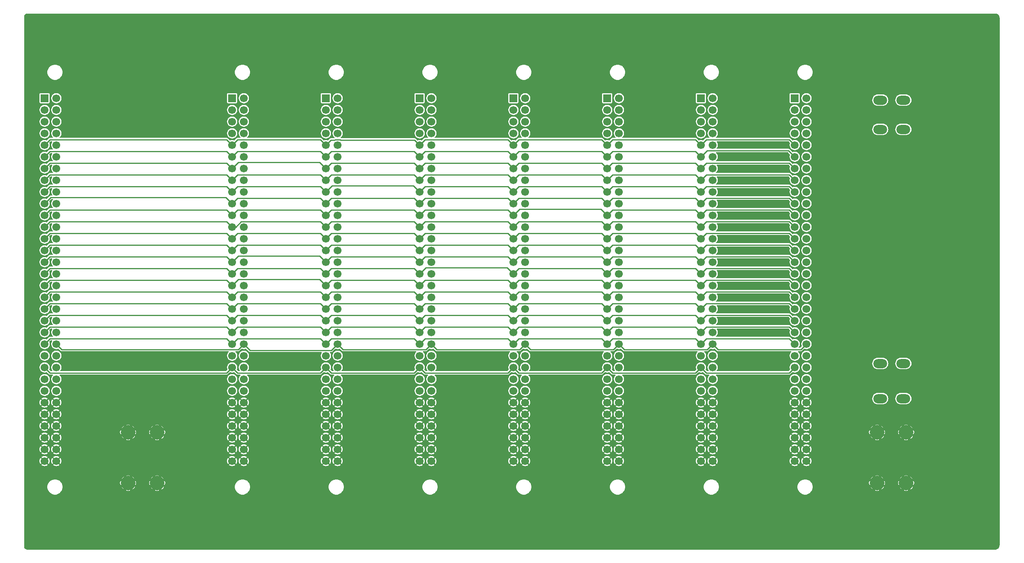
<source format=gbr>
G04 #@! TF.GenerationSoftware,KiCad,Pcbnew,(5.1.5)-3*
G04 #@! TF.CreationDate,2020-05-31T16:01:38+08:00*
G04 #@! TF.ProjectId,HEMAC_Backplane,48454d41-435f-4426-9163-6b706c616e65,rev?*
G04 #@! TF.SameCoordinates,Original*
G04 #@! TF.FileFunction,Copper,L1,Top*
G04 #@! TF.FilePolarity,Positive*
%FSLAX46Y46*%
G04 Gerber Fmt 4.6, Leading zero omitted, Abs format (unit mm)*
G04 Created by KiCad (PCBNEW (5.1.5)-3) date 2020-05-31 16:01:38*
%MOMM*%
%LPD*%
G04 APERTURE LIST*
%ADD10C,1.700000*%
%ADD11R,1.700000X1.700000*%
%ADD12C,0.600000*%
%ADD13C,3.200000*%
%ADD14O,3.000000X2.000000*%
%ADD15C,0.900000*%
%ADD16C,0.254000*%
%ADD17C,0.152400*%
G04 APERTURE END LIST*
D10*
X46020000Y-139280000D03*
X43480000Y-139280000D03*
X46020000Y-136740000D03*
X43480000Y-136740000D03*
X46020000Y-134200000D03*
X43480000Y-134200000D03*
X46020000Y-131660000D03*
X43480000Y-131660000D03*
X46020000Y-129120000D03*
X43480000Y-129120000D03*
X46020000Y-126580000D03*
X43480000Y-126580000D03*
X46020000Y-124040000D03*
X43480000Y-124040000D03*
X46020000Y-121500000D03*
X43480000Y-121500000D03*
X46020000Y-118960000D03*
X43480000Y-118960000D03*
X46020000Y-116420000D03*
X43480000Y-116420000D03*
X46020000Y-113880000D03*
X43480000Y-113880000D03*
X46020000Y-111340000D03*
X43480000Y-111340000D03*
X46020000Y-108800000D03*
X43480000Y-108800000D03*
X46020000Y-106260000D03*
X43480000Y-106260000D03*
X46020000Y-103720000D03*
X43480000Y-103720000D03*
X46020000Y-101180000D03*
X43480000Y-101180000D03*
X46020000Y-98640000D03*
X43480000Y-98640000D03*
X46020000Y-96100000D03*
X43480000Y-96100000D03*
X46020000Y-93560000D03*
X43480000Y-93560000D03*
X46020000Y-91020000D03*
X43480000Y-91020000D03*
X46020000Y-88480000D03*
X43480000Y-88480000D03*
X46020000Y-85940000D03*
X43480000Y-85940000D03*
X46020000Y-83400000D03*
X43480000Y-83400000D03*
X46020000Y-80860000D03*
X43480000Y-80860000D03*
X46020000Y-78320000D03*
X43480000Y-78320000D03*
X46020000Y-75780000D03*
X43480000Y-75780000D03*
X46020000Y-73240000D03*
X43480000Y-73240000D03*
X46020000Y-70700000D03*
X43480000Y-70700000D03*
X46020000Y-68160000D03*
X43480000Y-68160000D03*
X46020000Y-65620000D03*
X43480000Y-65620000D03*
X46020000Y-63080000D03*
X43480000Y-63080000D03*
X46020000Y-60540000D03*
D11*
X43480000Y-60540000D03*
D10*
X86660000Y-139280000D03*
X84120000Y-139280000D03*
X86660000Y-136740000D03*
X84120000Y-136740000D03*
X86660000Y-134200000D03*
X84120000Y-134200000D03*
X86660000Y-131660000D03*
X84120000Y-131660000D03*
X86660000Y-129120000D03*
X84120000Y-129120000D03*
X86660000Y-126580000D03*
X84120000Y-126580000D03*
X86660000Y-124040000D03*
X84120000Y-124040000D03*
X86660000Y-121500000D03*
X84120000Y-121500000D03*
X86660000Y-118960000D03*
X84120000Y-118960000D03*
X86660000Y-116420000D03*
X84120000Y-116420000D03*
X86660000Y-113880000D03*
X84120000Y-113880000D03*
X86660000Y-111340000D03*
X84120000Y-111340000D03*
X86660000Y-108800000D03*
X84120000Y-108800000D03*
X86660000Y-106260000D03*
X84120000Y-106260000D03*
X86660000Y-103720000D03*
X84120000Y-103720000D03*
X86660000Y-101180000D03*
X84120000Y-101180000D03*
X86660000Y-98640000D03*
X84120000Y-98640000D03*
X86660000Y-96100000D03*
X84120000Y-96100000D03*
X86660000Y-93560000D03*
X84120000Y-93560000D03*
X86660000Y-91020000D03*
X84120000Y-91020000D03*
X86660000Y-88480000D03*
X84120000Y-88480000D03*
X86660000Y-85940000D03*
X84120000Y-85940000D03*
X86660000Y-83400000D03*
X84120000Y-83400000D03*
X86660000Y-80860000D03*
X84120000Y-80860000D03*
X86660000Y-78320000D03*
X84120000Y-78320000D03*
X86660000Y-75780000D03*
X84120000Y-75780000D03*
X86660000Y-73240000D03*
X84120000Y-73240000D03*
X86660000Y-70700000D03*
X84120000Y-70700000D03*
X86660000Y-68160000D03*
X84120000Y-68160000D03*
X86660000Y-65620000D03*
X84120000Y-65620000D03*
X86660000Y-63080000D03*
X84120000Y-63080000D03*
X86660000Y-60540000D03*
D11*
X84120000Y-60540000D03*
D10*
X106980000Y-139280000D03*
X104440000Y-139280000D03*
X106980000Y-136740000D03*
X104440000Y-136740000D03*
X106980000Y-134200000D03*
X104440000Y-134200000D03*
X106980000Y-131660000D03*
X104440000Y-131660000D03*
X106980000Y-129120000D03*
X104440000Y-129120000D03*
X106980000Y-126580000D03*
X104440000Y-126580000D03*
X106980000Y-124040000D03*
X104440000Y-124040000D03*
X106980000Y-121500000D03*
X104440000Y-121500000D03*
X106980000Y-118960000D03*
X104440000Y-118960000D03*
X106980000Y-116420000D03*
X104440000Y-116420000D03*
X106980000Y-113880000D03*
X104440000Y-113880000D03*
X106980000Y-111340000D03*
X104440000Y-111340000D03*
X106980000Y-108800000D03*
X104440000Y-108800000D03*
X106980000Y-106260000D03*
X104440000Y-106260000D03*
X106980000Y-103720000D03*
X104440000Y-103720000D03*
X106980000Y-101180000D03*
X104440000Y-101180000D03*
X106980000Y-98640000D03*
X104440000Y-98640000D03*
X106980000Y-96100000D03*
X104440000Y-96100000D03*
X106980000Y-93560000D03*
X104440000Y-93560000D03*
X106980000Y-91020000D03*
X104440000Y-91020000D03*
X106980000Y-88480000D03*
X104440000Y-88480000D03*
X106980000Y-85940000D03*
X104440000Y-85940000D03*
X106980000Y-83400000D03*
X104440000Y-83400000D03*
X106980000Y-80860000D03*
X104440000Y-80860000D03*
X106980000Y-78320000D03*
X104440000Y-78320000D03*
X106980000Y-75780000D03*
X104440000Y-75780000D03*
X106980000Y-73240000D03*
X104440000Y-73240000D03*
X106980000Y-70700000D03*
X104440000Y-70700000D03*
X106980000Y-68160000D03*
X104440000Y-68160000D03*
X106980000Y-65620000D03*
X104440000Y-65620000D03*
X106980000Y-63080000D03*
X104440000Y-63080000D03*
X106980000Y-60540000D03*
D11*
X104440000Y-60540000D03*
D10*
X127300000Y-139280000D03*
X124760000Y-139280000D03*
X127300000Y-136740000D03*
X124760000Y-136740000D03*
X127300000Y-134200000D03*
X124760000Y-134200000D03*
X127300000Y-131660000D03*
X124760000Y-131660000D03*
X127300000Y-129120000D03*
X124760000Y-129120000D03*
X127300000Y-126580000D03*
X124760000Y-126580000D03*
X127300000Y-124040000D03*
X124760000Y-124040000D03*
X127300000Y-121500000D03*
X124760000Y-121500000D03*
X127300000Y-118960000D03*
X124760000Y-118960000D03*
X127300000Y-116420000D03*
X124760000Y-116420000D03*
X127300000Y-113880000D03*
X124760000Y-113880000D03*
X127300000Y-111340000D03*
X124760000Y-111340000D03*
X127300000Y-108800000D03*
X124760000Y-108800000D03*
X127300000Y-106260000D03*
X124760000Y-106260000D03*
X127300000Y-103720000D03*
X124760000Y-103720000D03*
X127300000Y-101180000D03*
X124760000Y-101180000D03*
X127300000Y-98640000D03*
X124760000Y-98640000D03*
X127300000Y-96100000D03*
X124760000Y-96100000D03*
X127300000Y-93560000D03*
X124760000Y-93560000D03*
X127300000Y-91020000D03*
X124760000Y-91020000D03*
X127300000Y-88480000D03*
X124760000Y-88480000D03*
X127300000Y-85940000D03*
X124760000Y-85940000D03*
X127300000Y-83400000D03*
X124760000Y-83400000D03*
X127300000Y-80860000D03*
X124760000Y-80860000D03*
X127300000Y-78320000D03*
X124760000Y-78320000D03*
X127300000Y-75780000D03*
X124760000Y-75780000D03*
X127300000Y-73240000D03*
X124760000Y-73240000D03*
X127300000Y-70700000D03*
X124760000Y-70700000D03*
X127300000Y-68160000D03*
X124760000Y-68160000D03*
X127300000Y-65620000D03*
X124760000Y-65620000D03*
X127300000Y-63080000D03*
X124760000Y-63080000D03*
X127300000Y-60540000D03*
D11*
X124760000Y-60540000D03*
D10*
X147620000Y-139280000D03*
X145080000Y-139280000D03*
X147620000Y-136740000D03*
X145080000Y-136740000D03*
X147620000Y-134200000D03*
X145080000Y-134200000D03*
X147620000Y-131660000D03*
X145080000Y-131660000D03*
X147620000Y-129120000D03*
X145080000Y-129120000D03*
X147620000Y-126580000D03*
X145080000Y-126580000D03*
X147620000Y-124040000D03*
X145080000Y-124040000D03*
X147620000Y-121500000D03*
X145080000Y-121500000D03*
X147620000Y-118960000D03*
X145080000Y-118960000D03*
X147620000Y-116420000D03*
X145080000Y-116420000D03*
X147620000Y-113880000D03*
X145080000Y-113880000D03*
X147620000Y-111340000D03*
X145080000Y-111340000D03*
X147620000Y-108800000D03*
X145080000Y-108800000D03*
X147620000Y-106260000D03*
X145080000Y-106260000D03*
X147620000Y-103720000D03*
X145080000Y-103720000D03*
X147620000Y-101180000D03*
X145080000Y-101180000D03*
X147620000Y-98640000D03*
X145080000Y-98640000D03*
X147620000Y-96100000D03*
X145080000Y-96100000D03*
X147620000Y-93560000D03*
X145080000Y-93560000D03*
X147620000Y-91020000D03*
X145080000Y-91020000D03*
X147620000Y-88480000D03*
X145080000Y-88480000D03*
X147620000Y-85940000D03*
X145080000Y-85940000D03*
X147620000Y-83400000D03*
X145080000Y-83400000D03*
X147620000Y-80860000D03*
X145080000Y-80860000D03*
X147620000Y-78320000D03*
X145080000Y-78320000D03*
X147620000Y-75780000D03*
X145080000Y-75780000D03*
X147620000Y-73240000D03*
X145080000Y-73240000D03*
X147620000Y-70700000D03*
X145080000Y-70700000D03*
X147620000Y-68160000D03*
X145080000Y-68160000D03*
X147620000Y-65620000D03*
X145080000Y-65620000D03*
X147620000Y-63080000D03*
X145080000Y-63080000D03*
X147620000Y-60540000D03*
D11*
X145080000Y-60540000D03*
D10*
X167940000Y-139280000D03*
X165400000Y-139280000D03*
X167940000Y-136740000D03*
X165400000Y-136740000D03*
X167940000Y-134200000D03*
X165400000Y-134200000D03*
X167940000Y-131660000D03*
X165400000Y-131660000D03*
X167940000Y-129120000D03*
X165400000Y-129120000D03*
X167940000Y-126580000D03*
X165400000Y-126580000D03*
X167940000Y-124040000D03*
X165400000Y-124040000D03*
X167940000Y-121500000D03*
X165400000Y-121500000D03*
X167940000Y-118960000D03*
X165400000Y-118960000D03*
X167940000Y-116420000D03*
X165400000Y-116420000D03*
X167940000Y-113880000D03*
X165400000Y-113880000D03*
X167940000Y-111340000D03*
X165400000Y-111340000D03*
X167940000Y-108800000D03*
X165400000Y-108800000D03*
X167940000Y-106260000D03*
X165400000Y-106260000D03*
X167940000Y-103720000D03*
X165400000Y-103720000D03*
X167940000Y-101180000D03*
X165400000Y-101180000D03*
X167940000Y-98640000D03*
X165400000Y-98640000D03*
X167940000Y-96100000D03*
X165400000Y-96100000D03*
X167940000Y-93560000D03*
X165400000Y-93560000D03*
X167940000Y-91020000D03*
X165400000Y-91020000D03*
X167940000Y-88480000D03*
X165400000Y-88480000D03*
X167940000Y-85940000D03*
X165400000Y-85940000D03*
X167940000Y-83400000D03*
X165400000Y-83400000D03*
X167940000Y-80860000D03*
X165400000Y-80860000D03*
X167940000Y-78320000D03*
X165400000Y-78320000D03*
X167940000Y-75780000D03*
X165400000Y-75780000D03*
X167940000Y-73240000D03*
X165400000Y-73240000D03*
X167940000Y-70700000D03*
X165400000Y-70700000D03*
X167940000Y-68160000D03*
X165400000Y-68160000D03*
X167940000Y-65620000D03*
X165400000Y-65620000D03*
X167940000Y-63080000D03*
X165400000Y-63080000D03*
X167940000Y-60540000D03*
D11*
X165400000Y-60540000D03*
D10*
X188260000Y-139280000D03*
X185720000Y-139280000D03*
X188260000Y-136740000D03*
X185720000Y-136740000D03*
X188260000Y-134200000D03*
X185720000Y-134200000D03*
X188260000Y-131660000D03*
X185720000Y-131660000D03*
X188260000Y-129120000D03*
X185720000Y-129120000D03*
X188260000Y-126580000D03*
X185720000Y-126580000D03*
X188260000Y-124040000D03*
X185720000Y-124040000D03*
X188260000Y-121500000D03*
X185720000Y-121500000D03*
X188260000Y-118960000D03*
X185720000Y-118960000D03*
X188260000Y-116420000D03*
X185720000Y-116420000D03*
X188260000Y-113880000D03*
X185720000Y-113880000D03*
X188260000Y-111340000D03*
X185720000Y-111340000D03*
X188260000Y-108800000D03*
X185720000Y-108800000D03*
X188260000Y-106260000D03*
X185720000Y-106260000D03*
X188260000Y-103720000D03*
X185720000Y-103720000D03*
X188260000Y-101180000D03*
X185720000Y-101180000D03*
X188260000Y-98640000D03*
X185720000Y-98640000D03*
X188260000Y-96100000D03*
X185720000Y-96100000D03*
X188260000Y-93560000D03*
X185720000Y-93560000D03*
X188260000Y-91020000D03*
X185720000Y-91020000D03*
X188260000Y-88480000D03*
X185720000Y-88480000D03*
X188260000Y-85940000D03*
X185720000Y-85940000D03*
X188260000Y-83400000D03*
X185720000Y-83400000D03*
X188260000Y-80860000D03*
X185720000Y-80860000D03*
X188260000Y-78320000D03*
X185720000Y-78320000D03*
X188260000Y-75780000D03*
X185720000Y-75780000D03*
X188260000Y-73240000D03*
X185720000Y-73240000D03*
X188260000Y-70700000D03*
X185720000Y-70700000D03*
X188260000Y-68160000D03*
X185720000Y-68160000D03*
X188260000Y-65620000D03*
X185720000Y-65620000D03*
X188260000Y-63080000D03*
X185720000Y-63080000D03*
X188260000Y-60540000D03*
D11*
X185720000Y-60540000D03*
D10*
X208580000Y-139280000D03*
X206040000Y-139280000D03*
X208580000Y-136740000D03*
X206040000Y-136740000D03*
X208580000Y-134200000D03*
X206040000Y-134200000D03*
X208580000Y-131660000D03*
X206040000Y-131660000D03*
X208580000Y-129120000D03*
X206040000Y-129120000D03*
X208580000Y-126580000D03*
X206040000Y-126580000D03*
X208580000Y-124040000D03*
X206040000Y-124040000D03*
X208580000Y-121500000D03*
X206040000Y-121500000D03*
X208580000Y-118960000D03*
X206040000Y-118960000D03*
X208580000Y-116420000D03*
X206040000Y-116420000D03*
X208580000Y-113880000D03*
X206040000Y-113880000D03*
X208580000Y-111340000D03*
X206040000Y-111340000D03*
X208580000Y-108800000D03*
X206040000Y-108800000D03*
X208580000Y-106260000D03*
X206040000Y-106260000D03*
X208580000Y-103720000D03*
X206040000Y-103720000D03*
X208580000Y-101180000D03*
X206040000Y-101180000D03*
X208580000Y-98640000D03*
X206040000Y-98640000D03*
X208580000Y-96100000D03*
X206040000Y-96100000D03*
X208580000Y-93560000D03*
X206040000Y-93560000D03*
X208580000Y-91020000D03*
X206040000Y-91020000D03*
X208580000Y-88480000D03*
X206040000Y-88480000D03*
X208580000Y-85940000D03*
X206040000Y-85940000D03*
X208580000Y-83400000D03*
X206040000Y-83400000D03*
X208580000Y-80860000D03*
X206040000Y-80860000D03*
X208580000Y-78320000D03*
X206040000Y-78320000D03*
X208580000Y-75780000D03*
X206040000Y-75780000D03*
X208580000Y-73240000D03*
X206040000Y-73240000D03*
X208580000Y-70700000D03*
X206040000Y-70700000D03*
X208580000Y-68160000D03*
X206040000Y-68160000D03*
X208580000Y-65620000D03*
X206040000Y-65620000D03*
X208580000Y-63080000D03*
X206040000Y-63080000D03*
X208580000Y-60540000D03*
D11*
X206040000Y-60540000D03*
D12*
X60770000Y-143230000D03*
X62370000Y-143230000D03*
X60770000Y-144830000D03*
X62470000Y-144830000D03*
X61570000Y-145230000D03*
X61570000Y-142930000D03*
X62770000Y-144030000D03*
X60370000Y-144030000D03*
X67070000Y-143230000D03*
X67070000Y-144830000D03*
X68770000Y-144830000D03*
X68670000Y-143230000D03*
X67870000Y-145230000D03*
X67870000Y-142930000D03*
X66670000Y-144030000D03*
X69070000Y-144030000D03*
X67070000Y-132230000D03*
X67870000Y-134230000D03*
X68670000Y-132230000D03*
X69070000Y-133030000D03*
X67870000Y-131930000D03*
X67070000Y-133830000D03*
X66670000Y-133030000D03*
D13*
X67870000Y-133030000D03*
D12*
X68770000Y-133830000D03*
X60770000Y-133830000D03*
X62470000Y-133830000D03*
X62370000Y-132230000D03*
X60770000Y-132230000D03*
X61570000Y-134230000D03*
X61570000Y-131930000D03*
X60370000Y-133030000D03*
X62770000Y-133030000D03*
D13*
X67870000Y-144030000D03*
X61570000Y-144030000D03*
X67870000Y-133030000D03*
X61570000Y-133030000D03*
D12*
X223076000Y-143230000D03*
X224676000Y-143230000D03*
X223076000Y-144830000D03*
X224776000Y-144830000D03*
X223876000Y-145230000D03*
X223876000Y-142930000D03*
X225076000Y-144030000D03*
X222676000Y-144030000D03*
X229376000Y-143230000D03*
X229376000Y-144830000D03*
X231076000Y-144830000D03*
X230976000Y-143230000D03*
X230176000Y-145230000D03*
X230176000Y-142930000D03*
X228976000Y-144030000D03*
X231376000Y-144030000D03*
X229376000Y-132230000D03*
X230176000Y-134230000D03*
X230976000Y-132230000D03*
X231376000Y-133030000D03*
X230176000Y-131930000D03*
X229376000Y-133830000D03*
X228976000Y-133030000D03*
D13*
X230176000Y-133030000D03*
D12*
X231076000Y-133830000D03*
X223076000Y-133830000D03*
X224776000Y-133830000D03*
X224676000Y-132230000D03*
X223076000Y-132230000D03*
X223876000Y-134230000D03*
X223876000Y-131930000D03*
X222676000Y-133030000D03*
X225076000Y-133030000D03*
D13*
X230176000Y-144030000D03*
X223876000Y-144030000D03*
X230176000Y-133030000D03*
X223876000Y-133030000D03*
D14*
X229576000Y-60960000D03*
X224576000Y-60960000D03*
X229576000Y-67310000D03*
X224576000Y-67310000D03*
X229576000Y-118110000D03*
X224576000Y-118110000D03*
X229576000Y-125730000D03*
X224576000Y-125730000D03*
D15*
X212725000Y-88265000D03*
X212725000Y-98425000D03*
X212725000Y-73025000D03*
X212725000Y-111125000D03*
X212725000Y-83185000D03*
X212725000Y-95885000D03*
X212725000Y-75565000D03*
X212725000Y-100965000D03*
X212725000Y-78105000D03*
X212725000Y-106045000D03*
X212725000Y-113665000D03*
X212725000Y-85725000D03*
X212725000Y-80645000D03*
X212725000Y-108585000D03*
X212725000Y-70485000D03*
X212725000Y-93345000D03*
X212725000Y-90805000D03*
X212725000Y-103505000D03*
X40640000Y-148590000D03*
X41910000Y-148590000D03*
X43180000Y-148590000D03*
X44450000Y-148590000D03*
X45720000Y-148590000D03*
X46990000Y-148590000D03*
X48260000Y-148590000D03*
X49530000Y-148590000D03*
X50800000Y-148590000D03*
X52070000Y-148590000D03*
X53340000Y-148590000D03*
X54610000Y-148590000D03*
X55880000Y-148590000D03*
X57150000Y-148590000D03*
X58420000Y-148590000D03*
X59690000Y-148590000D03*
X60960000Y-148590000D03*
X62230000Y-148590000D03*
X63500000Y-148590000D03*
X64770000Y-148590000D03*
X66040000Y-148590000D03*
X67310000Y-148590000D03*
X68580000Y-148590000D03*
X69850000Y-148590000D03*
X71120000Y-148590000D03*
X72390000Y-148590000D03*
X73660000Y-148590000D03*
X74930000Y-148590000D03*
X76200000Y-148590000D03*
X77470000Y-148590000D03*
X78740000Y-148590000D03*
X80010000Y-148590000D03*
X81280000Y-148590000D03*
X82550000Y-148590000D03*
X83820000Y-148590000D03*
X85090000Y-148590000D03*
X86360000Y-148590000D03*
X87630000Y-148590000D03*
X88900000Y-148590000D03*
X90170000Y-148590000D03*
X91440000Y-148590000D03*
X92710000Y-148590000D03*
X93980000Y-148590000D03*
X95250000Y-148590000D03*
X96520000Y-148590000D03*
X97790000Y-148590000D03*
X99060000Y-148590000D03*
X100330000Y-148590000D03*
X101600000Y-148590000D03*
X102870000Y-148590000D03*
X104140000Y-148590000D03*
X105410000Y-148590000D03*
X106680000Y-148590000D03*
X107950000Y-148590000D03*
X109220000Y-148590000D03*
X110490000Y-148590000D03*
X111760000Y-148590000D03*
X113030000Y-148590000D03*
X114300000Y-148590000D03*
X115570000Y-148590000D03*
X116840000Y-148590000D03*
X118110000Y-148590000D03*
X119380000Y-148590000D03*
X120650000Y-148590000D03*
X121920000Y-148590000D03*
X123190000Y-148590000D03*
X124460000Y-148590000D03*
X125730000Y-148590000D03*
X127000000Y-148590000D03*
X128270000Y-148590000D03*
X129540000Y-148590000D03*
X130810000Y-148590000D03*
X132080000Y-148590000D03*
X133350000Y-148590000D03*
X134620000Y-148590000D03*
X135890000Y-148590000D03*
X137160000Y-148590000D03*
X138430000Y-148590000D03*
X139700000Y-148590000D03*
X140970000Y-148590000D03*
X142240000Y-148590000D03*
X143510000Y-148590000D03*
X144780000Y-148590000D03*
X146050000Y-148590000D03*
X147320000Y-148590000D03*
X148590000Y-148590000D03*
X149860000Y-148590000D03*
X151130000Y-148590000D03*
X152400000Y-148590000D03*
X153670000Y-148590000D03*
X154940000Y-148590000D03*
X156210000Y-148590000D03*
X157480000Y-148590000D03*
X158750000Y-148590000D03*
X160020000Y-148590000D03*
X161290000Y-148590000D03*
X162560000Y-148590000D03*
X163830000Y-148590000D03*
X165100000Y-148590000D03*
X166370000Y-148590000D03*
X167640000Y-148590000D03*
X168910000Y-148590000D03*
X170180000Y-148590000D03*
X171450000Y-148590000D03*
X172720000Y-148590000D03*
X173990000Y-148590000D03*
X175260000Y-148590000D03*
X176530000Y-148590000D03*
X177800000Y-148590000D03*
X179070000Y-148590000D03*
X180340000Y-148590000D03*
X181610000Y-148590000D03*
X182880000Y-148590000D03*
X184150000Y-148590000D03*
X185420000Y-148590000D03*
X186690000Y-148590000D03*
X187960000Y-148590000D03*
X189230000Y-148590000D03*
X190500000Y-148590000D03*
X191770000Y-148590000D03*
X193040000Y-148590000D03*
X194310000Y-148590000D03*
X195580000Y-148590000D03*
X196850000Y-148590000D03*
X198120000Y-148590000D03*
X199390000Y-148590000D03*
X200660000Y-148590000D03*
X201930000Y-148590000D03*
X203200000Y-148590000D03*
X204470000Y-148590000D03*
X205740000Y-148590000D03*
X207010000Y-148590000D03*
X208280000Y-148590000D03*
X209550000Y-148590000D03*
X210820000Y-148590000D03*
X212090000Y-148590000D03*
X213360000Y-148590000D03*
X214630000Y-148590000D03*
X215900000Y-148590000D03*
X217170000Y-148590000D03*
X218440000Y-148590000D03*
X219710000Y-148590000D03*
X220980000Y-148590000D03*
X222250000Y-148590000D03*
X223520000Y-148590000D03*
X224790000Y-148590000D03*
X226060000Y-148590000D03*
X227330000Y-148590000D03*
X228600000Y-148590000D03*
X229870000Y-148590000D03*
X231140000Y-148590000D03*
X232410000Y-148590000D03*
X233680000Y-148590000D03*
X234950000Y-148590000D03*
X236220000Y-148590000D03*
X237490000Y-148590000D03*
X238760000Y-148590000D03*
X240030000Y-148590000D03*
X241300000Y-148590000D03*
X242570000Y-148590000D03*
X243840000Y-148590000D03*
X245110000Y-148590000D03*
X246380000Y-148590000D03*
X247650000Y-148590000D03*
X248920000Y-148590000D03*
X40640000Y-149860000D03*
X41910000Y-149860000D03*
X43180000Y-149860000D03*
X44450000Y-149860000D03*
X45720000Y-149860000D03*
X46990000Y-149860000D03*
X48260000Y-149860000D03*
X49530000Y-149860000D03*
X50800000Y-149860000D03*
X52070000Y-149860000D03*
X53340000Y-149860000D03*
X54610000Y-149860000D03*
X55880000Y-149860000D03*
X57150000Y-149860000D03*
X58420000Y-149860000D03*
X59690000Y-149860000D03*
X60960000Y-149860000D03*
X62230000Y-149860000D03*
X63500000Y-149860000D03*
X64770000Y-149860000D03*
X66040000Y-149860000D03*
X67310000Y-149860000D03*
X68580000Y-149860000D03*
X69850000Y-149860000D03*
X71120000Y-149860000D03*
X72390000Y-149860000D03*
X73660000Y-149860000D03*
X74930000Y-149860000D03*
X76200000Y-149860000D03*
X77470000Y-149860000D03*
X78740000Y-149860000D03*
X80010000Y-149860000D03*
X81280000Y-149860000D03*
X82550000Y-149860000D03*
X83820000Y-149860000D03*
X85090000Y-149860000D03*
X86360000Y-149860000D03*
X87630000Y-149860000D03*
X88900000Y-149860000D03*
X90170000Y-149860000D03*
X91440000Y-149860000D03*
X92710000Y-149860000D03*
X93980000Y-149860000D03*
X95250000Y-149860000D03*
X96520000Y-149860000D03*
X97790000Y-149860000D03*
X99060000Y-149860000D03*
X100330000Y-149860000D03*
X101600000Y-149860000D03*
X102870000Y-149860000D03*
X104140000Y-149860000D03*
X105410000Y-149860000D03*
X106680000Y-149860000D03*
X107950000Y-149860000D03*
X109220000Y-149860000D03*
X110490000Y-149860000D03*
X111760000Y-149860000D03*
X113030000Y-149860000D03*
X114300000Y-149860000D03*
X115570000Y-149860000D03*
X116840000Y-149860000D03*
X118110000Y-149860000D03*
X119380000Y-149860000D03*
X120650000Y-149860000D03*
X121920000Y-149860000D03*
X123190000Y-149860000D03*
X124460000Y-149860000D03*
X125730000Y-149860000D03*
X127000000Y-149860000D03*
X128270000Y-149860000D03*
X129540000Y-149860000D03*
X130810000Y-149860000D03*
X132080000Y-149860000D03*
X133350000Y-149860000D03*
X134620000Y-149860000D03*
X135890000Y-149860000D03*
X137160000Y-149860000D03*
X138430000Y-149860000D03*
X139700000Y-149860000D03*
X140970000Y-149860000D03*
X142240000Y-149860000D03*
X143510000Y-149860000D03*
X144780000Y-149860000D03*
X146050000Y-149860000D03*
X147320000Y-149860000D03*
X148590000Y-149860000D03*
X149860000Y-149860000D03*
X151130000Y-149860000D03*
X152400000Y-149860000D03*
X153670000Y-149860000D03*
X154940000Y-149860000D03*
X156210000Y-149860000D03*
X157480000Y-149860000D03*
X158750000Y-149860000D03*
X160020000Y-149860000D03*
X161290000Y-149860000D03*
X162560000Y-149860000D03*
X163830000Y-149860000D03*
X165100000Y-149860000D03*
X166370000Y-149860000D03*
X167640000Y-149860000D03*
X168910000Y-149860000D03*
X170180000Y-149860000D03*
X171450000Y-149860000D03*
X172720000Y-149860000D03*
X173990000Y-149860000D03*
X175260000Y-149860000D03*
X176530000Y-149860000D03*
X177800000Y-149860000D03*
X179070000Y-149860000D03*
X180340000Y-149860000D03*
X181610000Y-149860000D03*
X182880000Y-149860000D03*
X184150000Y-149860000D03*
X185420000Y-149860000D03*
X186690000Y-149860000D03*
X187960000Y-149860000D03*
X189230000Y-149860000D03*
X190500000Y-149860000D03*
X191770000Y-149860000D03*
X193040000Y-149860000D03*
X194310000Y-149860000D03*
X195580000Y-149860000D03*
X196850000Y-149860000D03*
X198120000Y-149860000D03*
X199390000Y-149860000D03*
X200660000Y-149860000D03*
X201930000Y-149860000D03*
X203200000Y-149860000D03*
X204470000Y-149860000D03*
X205740000Y-149860000D03*
X207010000Y-149860000D03*
X208280000Y-149860000D03*
X209550000Y-149860000D03*
X210820000Y-149860000D03*
X212090000Y-149860000D03*
X213360000Y-149860000D03*
X214630000Y-149860000D03*
X215900000Y-149860000D03*
X217170000Y-149860000D03*
X218440000Y-149860000D03*
X219710000Y-149860000D03*
X220980000Y-149860000D03*
X222250000Y-149860000D03*
X223520000Y-149860000D03*
X224790000Y-149860000D03*
X226060000Y-149860000D03*
X227330000Y-149860000D03*
X228600000Y-149860000D03*
X229870000Y-149860000D03*
X231140000Y-149860000D03*
X232410000Y-149860000D03*
X233680000Y-149860000D03*
X234950000Y-149860000D03*
X236220000Y-149860000D03*
X237490000Y-149860000D03*
X238760000Y-149860000D03*
X240030000Y-149860000D03*
X241300000Y-149860000D03*
X242570000Y-149860000D03*
X243840000Y-149860000D03*
X245110000Y-149860000D03*
X246380000Y-149860000D03*
X247650000Y-149860000D03*
X248920000Y-149860000D03*
X40640000Y-151130000D03*
X41910000Y-151130000D03*
X43180000Y-151130000D03*
X44450000Y-151130000D03*
X45720000Y-151130000D03*
X46990000Y-151130000D03*
X48260000Y-151130000D03*
X49530000Y-151130000D03*
X50800000Y-151130000D03*
X52070000Y-151130000D03*
X53340000Y-151130000D03*
X54610000Y-151130000D03*
X55880000Y-151130000D03*
X57150000Y-151130000D03*
X58420000Y-151130000D03*
X59690000Y-151130000D03*
X60960000Y-151130000D03*
X62230000Y-151130000D03*
X63500000Y-151130000D03*
X64770000Y-151130000D03*
X66040000Y-151130000D03*
X67310000Y-151130000D03*
X68580000Y-151130000D03*
X69850000Y-151130000D03*
X71120000Y-151130000D03*
X72390000Y-151130000D03*
X73660000Y-151130000D03*
X74930000Y-151130000D03*
X76200000Y-151130000D03*
X77470000Y-151130000D03*
X78740000Y-151130000D03*
X80010000Y-151130000D03*
X81280000Y-151130000D03*
X82550000Y-151130000D03*
X83820000Y-151130000D03*
X85090000Y-151130000D03*
X86360000Y-151130000D03*
X87630000Y-151130000D03*
X88900000Y-151130000D03*
X90170000Y-151130000D03*
X91440000Y-151130000D03*
X92710000Y-151130000D03*
X93980000Y-151130000D03*
X95250000Y-151130000D03*
X96520000Y-151130000D03*
X97790000Y-151130000D03*
X99060000Y-151130000D03*
X100330000Y-151130000D03*
X101600000Y-151130000D03*
X102870000Y-151130000D03*
X104140000Y-151130000D03*
X105410000Y-151130000D03*
X106680000Y-151130000D03*
X107950000Y-151130000D03*
X109220000Y-151130000D03*
X110490000Y-151130000D03*
X111760000Y-151130000D03*
X113030000Y-151130000D03*
X114300000Y-151130000D03*
X115570000Y-151130000D03*
X116840000Y-151130000D03*
X118110000Y-151130000D03*
X119380000Y-151130000D03*
X120650000Y-151130000D03*
X121920000Y-151130000D03*
X123190000Y-151130000D03*
X124460000Y-151130000D03*
X125730000Y-151130000D03*
X127000000Y-151130000D03*
X128270000Y-151130000D03*
X129540000Y-151130000D03*
X130810000Y-151130000D03*
X132080000Y-151130000D03*
X133350000Y-151130000D03*
X134620000Y-151130000D03*
X135890000Y-151130000D03*
X137160000Y-151130000D03*
X138430000Y-151130000D03*
X139700000Y-151130000D03*
X140970000Y-151130000D03*
X142240000Y-151130000D03*
X143510000Y-151130000D03*
X144780000Y-151130000D03*
X146050000Y-151130000D03*
X147320000Y-151130000D03*
X148590000Y-151130000D03*
X149860000Y-151130000D03*
X151130000Y-151130000D03*
X152400000Y-151130000D03*
X153670000Y-151130000D03*
X154940000Y-151130000D03*
X156210000Y-151130000D03*
X157480000Y-151130000D03*
X158750000Y-151130000D03*
X160020000Y-151130000D03*
X161290000Y-151130000D03*
X162560000Y-151130000D03*
X163830000Y-151130000D03*
X165100000Y-151130000D03*
X166370000Y-151130000D03*
X167640000Y-151130000D03*
X168910000Y-151130000D03*
X170180000Y-151130000D03*
X171450000Y-151130000D03*
X172720000Y-151130000D03*
X173990000Y-151130000D03*
X175260000Y-151130000D03*
X176530000Y-151130000D03*
X177800000Y-151130000D03*
X179070000Y-151130000D03*
X180340000Y-151130000D03*
X181610000Y-151130000D03*
X182880000Y-151130000D03*
X184150000Y-151130000D03*
X185420000Y-151130000D03*
X186690000Y-151130000D03*
X187960000Y-151130000D03*
X189230000Y-151130000D03*
X190500000Y-151130000D03*
X191770000Y-151130000D03*
X193040000Y-151130000D03*
X194310000Y-151130000D03*
X195580000Y-151130000D03*
X196850000Y-151130000D03*
X198120000Y-151130000D03*
X199390000Y-151130000D03*
X200660000Y-151130000D03*
X201930000Y-151130000D03*
X203200000Y-151130000D03*
X204470000Y-151130000D03*
X205740000Y-151130000D03*
X207010000Y-151130000D03*
X208280000Y-151130000D03*
X209550000Y-151130000D03*
X210820000Y-151130000D03*
X212090000Y-151130000D03*
X213360000Y-151130000D03*
X214630000Y-151130000D03*
X215900000Y-151130000D03*
X217170000Y-151130000D03*
X218440000Y-151130000D03*
X219710000Y-151130000D03*
X220980000Y-151130000D03*
X222250000Y-151130000D03*
X223520000Y-151130000D03*
X224790000Y-151130000D03*
X226060000Y-151130000D03*
X227330000Y-151130000D03*
X228600000Y-151130000D03*
X229870000Y-151130000D03*
X231140000Y-151130000D03*
X232410000Y-151130000D03*
X233680000Y-151130000D03*
X234950000Y-151130000D03*
X236220000Y-151130000D03*
X237490000Y-151130000D03*
X238760000Y-151130000D03*
X240030000Y-151130000D03*
X241300000Y-151130000D03*
X242570000Y-151130000D03*
X243840000Y-151130000D03*
X245110000Y-151130000D03*
X246380000Y-151130000D03*
X247650000Y-151130000D03*
X248920000Y-151130000D03*
X40640000Y-152400000D03*
X41910000Y-152400000D03*
X43180000Y-152400000D03*
X44450000Y-152400000D03*
X45720000Y-152400000D03*
X46990000Y-152400000D03*
X48260000Y-152400000D03*
X49530000Y-152400000D03*
X50800000Y-152400000D03*
X52070000Y-152400000D03*
X53340000Y-152400000D03*
X54610000Y-152400000D03*
X55880000Y-152400000D03*
X57150000Y-152400000D03*
X58420000Y-152400000D03*
X59690000Y-152400000D03*
X60960000Y-152400000D03*
X62230000Y-152400000D03*
X63500000Y-152400000D03*
X64770000Y-152400000D03*
X66040000Y-152400000D03*
X67310000Y-152400000D03*
X68580000Y-152400000D03*
X69850000Y-152400000D03*
X71120000Y-152400000D03*
X72390000Y-152400000D03*
X73660000Y-152400000D03*
X74930000Y-152400000D03*
X76200000Y-152400000D03*
X77470000Y-152400000D03*
X78740000Y-152400000D03*
X80010000Y-152400000D03*
X81280000Y-152400000D03*
X82550000Y-152400000D03*
X83820000Y-152400000D03*
X85090000Y-152400000D03*
X86360000Y-152400000D03*
X87630000Y-152400000D03*
X88900000Y-152400000D03*
X90170000Y-152400000D03*
X91440000Y-152400000D03*
X92710000Y-152400000D03*
X93980000Y-152400000D03*
X95250000Y-152400000D03*
X96520000Y-152400000D03*
X97790000Y-152400000D03*
X99060000Y-152400000D03*
X100330000Y-152400000D03*
X101600000Y-152400000D03*
X102870000Y-152400000D03*
X104140000Y-152400000D03*
X105410000Y-152400000D03*
X106680000Y-152400000D03*
X107950000Y-152400000D03*
X109220000Y-152400000D03*
X110490000Y-152400000D03*
X111760000Y-152400000D03*
X113030000Y-152400000D03*
X114300000Y-152400000D03*
X115570000Y-152400000D03*
X116840000Y-152400000D03*
X118110000Y-152400000D03*
X119380000Y-152400000D03*
X120650000Y-152400000D03*
X121920000Y-152400000D03*
X123190000Y-152400000D03*
X124460000Y-152400000D03*
X125730000Y-152400000D03*
X127000000Y-152400000D03*
X128270000Y-152400000D03*
X129540000Y-152400000D03*
X130810000Y-152400000D03*
X132080000Y-152400000D03*
X133350000Y-152400000D03*
X134620000Y-152400000D03*
X135890000Y-152400000D03*
X137160000Y-152400000D03*
X138430000Y-152400000D03*
X139700000Y-152400000D03*
X140970000Y-152400000D03*
X142240000Y-152400000D03*
X143510000Y-152400000D03*
X144780000Y-152400000D03*
X146050000Y-152400000D03*
X147320000Y-152400000D03*
X148590000Y-152400000D03*
X149860000Y-152400000D03*
X151130000Y-152400000D03*
X152400000Y-152400000D03*
X153670000Y-152400000D03*
X154940000Y-152400000D03*
X156210000Y-152400000D03*
X157480000Y-152400000D03*
X158750000Y-152400000D03*
X160020000Y-152400000D03*
X161290000Y-152400000D03*
X162560000Y-152400000D03*
X163830000Y-152400000D03*
X165100000Y-152400000D03*
X166370000Y-152400000D03*
X167640000Y-152400000D03*
X168910000Y-152400000D03*
X170180000Y-152400000D03*
X171450000Y-152400000D03*
X172720000Y-152400000D03*
X173990000Y-152400000D03*
X175260000Y-152400000D03*
X176530000Y-152400000D03*
X177800000Y-152400000D03*
X179070000Y-152400000D03*
X180340000Y-152400000D03*
X181610000Y-152400000D03*
X182880000Y-152400000D03*
X184150000Y-152400000D03*
X185420000Y-152400000D03*
X186690000Y-152400000D03*
X187960000Y-152400000D03*
X189230000Y-152400000D03*
X190500000Y-152400000D03*
X191770000Y-152400000D03*
X193040000Y-152400000D03*
X194310000Y-152400000D03*
X195580000Y-152400000D03*
X196850000Y-152400000D03*
X198120000Y-152400000D03*
X199390000Y-152400000D03*
X200660000Y-152400000D03*
X201930000Y-152400000D03*
X203200000Y-152400000D03*
X204470000Y-152400000D03*
X205740000Y-152400000D03*
X207010000Y-152400000D03*
X208280000Y-152400000D03*
X209550000Y-152400000D03*
X210820000Y-152400000D03*
X212090000Y-152400000D03*
X213360000Y-152400000D03*
X214630000Y-152400000D03*
X215900000Y-152400000D03*
X217170000Y-152400000D03*
X218440000Y-152400000D03*
X219710000Y-152400000D03*
X220980000Y-152400000D03*
X222250000Y-152400000D03*
X223520000Y-152400000D03*
X224790000Y-152400000D03*
X226060000Y-152400000D03*
X227330000Y-152400000D03*
X228600000Y-152400000D03*
X229870000Y-152400000D03*
X231140000Y-152400000D03*
X232410000Y-152400000D03*
X233680000Y-152400000D03*
X234950000Y-152400000D03*
X236220000Y-152400000D03*
X237490000Y-152400000D03*
X238760000Y-152400000D03*
X240030000Y-152400000D03*
X241300000Y-152400000D03*
X242570000Y-152400000D03*
X243840000Y-152400000D03*
X245110000Y-152400000D03*
X246380000Y-152400000D03*
X247650000Y-152400000D03*
X248920000Y-152400000D03*
X40640000Y-153670000D03*
X41910000Y-153670000D03*
X43180000Y-153670000D03*
X44450000Y-153670000D03*
X45720000Y-153670000D03*
X46990000Y-153670000D03*
X48260000Y-153670000D03*
X49530000Y-153670000D03*
X50800000Y-153670000D03*
X52070000Y-153670000D03*
X53340000Y-153670000D03*
X54610000Y-153670000D03*
X55880000Y-153670000D03*
X57150000Y-153670000D03*
X58420000Y-153670000D03*
X59690000Y-153670000D03*
X60960000Y-153670000D03*
X62230000Y-153670000D03*
X63500000Y-153670000D03*
X64770000Y-153670000D03*
X66040000Y-153670000D03*
X67310000Y-153670000D03*
X68580000Y-153670000D03*
X69850000Y-153670000D03*
X71120000Y-153670000D03*
X72390000Y-153670000D03*
X73660000Y-153670000D03*
X74930000Y-153670000D03*
X76200000Y-153670000D03*
X77470000Y-153670000D03*
X78740000Y-153670000D03*
X80010000Y-153670000D03*
X81280000Y-153670000D03*
X82550000Y-153670000D03*
X83820000Y-153670000D03*
X85090000Y-153670000D03*
X86360000Y-153670000D03*
X87630000Y-153670000D03*
X88900000Y-153670000D03*
X90170000Y-153670000D03*
X91440000Y-153670000D03*
X92710000Y-153670000D03*
X93980000Y-153670000D03*
X95250000Y-153670000D03*
X96520000Y-153670000D03*
X97790000Y-153670000D03*
X99060000Y-153670000D03*
X100330000Y-153670000D03*
X101600000Y-153670000D03*
X102870000Y-153670000D03*
X104140000Y-153670000D03*
X105410000Y-153670000D03*
X106680000Y-153670000D03*
X107950000Y-153670000D03*
X109220000Y-153670000D03*
X110490000Y-153670000D03*
X111760000Y-153670000D03*
X113030000Y-153670000D03*
X114300000Y-153670000D03*
X115570000Y-153670000D03*
X116840000Y-153670000D03*
X118110000Y-153670000D03*
X119380000Y-153670000D03*
X120650000Y-153670000D03*
X121920000Y-153670000D03*
X123190000Y-153670000D03*
X124460000Y-153670000D03*
X125730000Y-153670000D03*
X127000000Y-153670000D03*
X128270000Y-153670000D03*
X129540000Y-153670000D03*
X130810000Y-153670000D03*
X132080000Y-153670000D03*
X133350000Y-153670000D03*
X134620000Y-153670000D03*
X135890000Y-153670000D03*
X137160000Y-153670000D03*
X138430000Y-153670000D03*
X139700000Y-153670000D03*
X140970000Y-153670000D03*
X142240000Y-153670000D03*
X143510000Y-153670000D03*
X144780000Y-153670000D03*
X146050000Y-153670000D03*
X147320000Y-153670000D03*
X148590000Y-153670000D03*
X149860000Y-153670000D03*
X151130000Y-153670000D03*
X152400000Y-153670000D03*
X153670000Y-153670000D03*
X154940000Y-153670000D03*
X156210000Y-153670000D03*
X157480000Y-153670000D03*
X158750000Y-153670000D03*
X160020000Y-153670000D03*
X161290000Y-153670000D03*
X162560000Y-153670000D03*
X163830000Y-153670000D03*
X165100000Y-153670000D03*
X166370000Y-153670000D03*
X167640000Y-153670000D03*
X168910000Y-153670000D03*
X170180000Y-153670000D03*
X171450000Y-153670000D03*
X172720000Y-153670000D03*
X173990000Y-153670000D03*
X175260000Y-153670000D03*
X176530000Y-153670000D03*
X177800000Y-153670000D03*
X179070000Y-153670000D03*
X180340000Y-153670000D03*
X181610000Y-153670000D03*
X182880000Y-153670000D03*
X184150000Y-153670000D03*
X185420000Y-153670000D03*
X186690000Y-153670000D03*
X187960000Y-153670000D03*
X189230000Y-153670000D03*
X190500000Y-153670000D03*
X191770000Y-153670000D03*
X193040000Y-153670000D03*
X194310000Y-153670000D03*
X195580000Y-153670000D03*
X196850000Y-153670000D03*
X198120000Y-153670000D03*
X199390000Y-153670000D03*
X200660000Y-153670000D03*
X201930000Y-153670000D03*
X203200000Y-153670000D03*
X204470000Y-153670000D03*
X205740000Y-153670000D03*
X207010000Y-153670000D03*
X208280000Y-153670000D03*
X209550000Y-153670000D03*
X210820000Y-153670000D03*
X212090000Y-153670000D03*
X213360000Y-153670000D03*
X214630000Y-153670000D03*
X215900000Y-153670000D03*
X217170000Y-153670000D03*
X218440000Y-153670000D03*
X219710000Y-153670000D03*
X220980000Y-153670000D03*
X222250000Y-153670000D03*
X223520000Y-153670000D03*
X224790000Y-153670000D03*
X226060000Y-153670000D03*
X227330000Y-153670000D03*
X228600000Y-153670000D03*
X229870000Y-153670000D03*
X231140000Y-153670000D03*
X232410000Y-153670000D03*
X233680000Y-153670000D03*
X234950000Y-153670000D03*
X236220000Y-153670000D03*
X237490000Y-153670000D03*
X238760000Y-153670000D03*
X240030000Y-153670000D03*
X241300000Y-153670000D03*
X242570000Y-153670000D03*
X243840000Y-153670000D03*
X245110000Y-153670000D03*
X246380000Y-153670000D03*
X247650000Y-153670000D03*
X248920000Y-153670000D03*
X40640000Y-154940000D03*
X41910000Y-154940000D03*
X43180000Y-154940000D03*
X44450000Y-154940000D03*
X45720000Y-154940000D03*
X46990000Y-154940000D03*
X48260000Y-154940000D03*
X49530000Y-154940000D03*
X50800000Y-154940000D03*
X52070000Y-154940000D03*
X53340000Y-154940000D03*
X54610000Y-154940000D03*
X55880000Y-154940000D03*
X57150000Y-154940000D03*
X58420000Y-154940000D03*
X59690000Y-154940000D03*
X60960000Y-154940000D03*
X62230000Y-154940000D03*
X63500000Y-154940000D03*
X64770000Y-154940000D03*
X66040000Y-154940000D03*
X67310000Y-154940000D03*
X68580000Y-154940000D03*
X69850000Y-154940000D03*
X71120000Y-154940000D03*
X72390000Y-154940000D03*
X73660000Y-154940000D03*
X74930000Y-154940000D03*
X76200000Y-154940000D03*
X77470000Y-154940000D03*
X78740000Y-154940000D03*
X80010000Y-154940000D03*
X81280000Y-154940000D03*
X82550000Y-154940000D03*
X83820000Y-154940000D03*
X85090000Y-154940000D03*
X86360000Y-154940000D03*
X87630000Y-154940000D03*
X88900000Y-154940000D03*
X90170000Y-154940000D03*
X91440000Y-154940000D03*
X92710000Y-154940000D03*
X93980000Y-154940000D03*
X95250000Y-154940000D03*
X96520000Y-154940000D03*
X97790000Y-154940000D03*
X99060000Y-154940000D03*
X100330000Y-154940000D03*
X101600000Y-154940000D03*
X102870000Y-154940000D03*
X104140000Y-154940000D03*
X105410000Y-154940000D03*
X106680000Y-154940000D03*
X107950000Y-154940000D03*
X109220000Y-154940000D03*
X110490000Y-154940000D03*
X111760000Y-154940000D03*
X113030000Y-154940000D03*
X114300000Y-154940000D03*
X115570000Y-154940000D03*
X116840000Y-154940000D03*
X118110000Y-154940000D03*
X119380000Y-154940000D03*
X120650000Y-154940000D03*
X121920000Y-154940000D03*
X123190000Y-154940000D03*
X124460000Y-154940000D03*
X125730000Y-154940000D03*
X127000000Y-154940000D03*
X128270000Y-154940000D03*
X129540000Y-154940000D03*
X130810000Y-154940000D03*
X132080000Y-154940000D03*
X133350000Y-154940000D03*
X134620000Y-154940000D03*
X135890000Y-154940000D03*
X137160000Y-154940000D03*
X138430000Y-154940000D03*
X139700000Y-154940000D03*
X140970000Y-154940000D03*
X142240000Y-154940000D03*
X143510000Y-154940000D03*
X144780000Y-154940000D03*
X146050000Y-154940000D03*
X147320000Y-154940000D03*
X148590000Y-154940000D03*
X149860000Y-154940000D03*
X151130000Y-154940000D03*
X152400000Y-154940000D03*
X153670000Y-154940000D03*
X154940000Y-154940000D03*
X156210000Y-154940000D03*
X157480000Y-154940000D03*
X158750000Y-154940000D03*
X160020000Y-154940000D03*
X161290000Y-154940000D03*
X162560000Y-154940000D03*
X163830000Y-154940000D03*
X165100000Y-154940000D03*
X166370000Y-154940000D03*
X167640000Y-154940000D03*
X168910000Y-154940000D03*
X170180000Y-154940000D03*
X171450000Y-154940000D03*
X172720000Y-154940000D03*
X173990000Y-154940000D03*
X175260000Y-154940000D03*
X176530000Y-154940000D03*
X177800000Y-154940000D03*
X179070000Y-154940000D03*
X180340000Y-154940000D03*
X181610000Y-154940000D03*
X182880000Y-154940000D03*
X184150000Y-154940000D03*
X185420000Y-154940000D03*
X186690000Y-154940000D03*
X187960000Y-154940000D03*
X189230000Y-154940000D03*
X190500000Y-154940000D03*
X191770000Y-154940000D03*
X193040000Y-154940000D03*
X194310000Y-154940000D03*
X195580000Y-154940000D03*
X196850000Y-154940000D03*
X198120000Y-154940000D03*
X199390000Y-154940000D03*
X200660000Y-154940000D03*
X201930000Y-154940000D03*
X203200000Y-154940000D03*
X204470000Y-154940000D03*
X205740000Y-154940000D03*
X207010000Y-154940000D03*
X208280000Y-154940000D03*
X209550000Y-154940000D03*
X210820000Y-154940000D03*
X212090000Y-154940000D03*
X213360000Y-154940000D03*
X214630000Y-154940000D03*
X215900000Y-154940000D03*
X217170000Y-154940000D03*
X218440000Y-154940000D03*
X219710000Y-154940000D03*
X220980000Y-154940000D03*
X222250000Y-154940000D03*
X223520000Y-154940000D03*
X224790000Y-154940000D03*
X226060000Y-154940000D03*
X227330000Y-154940000D03*
X228600000Y-154940000D03*
X229870000Y-154940000D03*
X231140000Y-154940000D03*
X232410000Y-154940000D03*
X233680000Y-154940000D03*
X234950000Y-154940000D03*
X236220000Y-154940000D03*
X237490000Y-154940000D03*
X238760000Y-154940000D03*
X240030000Y-154940000D03*
X241300000Y-154940000D03*
X242570000Y-154940000D03*
X243840000Y-154940000D03*
X245110000Y-154940000D03*
X246380000Y-154940000D03*
X247650000Y-154940000D03*
X248920000Y-154940000D03*
X40640000Y-156210000D03*
X41910000Y-156210000D03*
X43180000Y-156210000D03*
X44450000Y-156210000D03*
X45720000Y-156210000D03*
X46990000Y-156210000D03*
X48260000Y-156210000D03*
X49530000Y-156210000D03*
X50800000Y-156210000D03*
X52070000Y-156210000D03*
X53340000Y-156210000D03*
X54610000Y-156210000D03*
X55880000Y-156210000D03*
X57150000Y-156210000D03*
X58420000Y-156210000D03*
X59690000Y-156210000D03*
X60960000Y-156210000D03*
X62230000Y-156210000D03*
X63500000Y-156210000D03*
X64770000Y-156210000D03*
X66040000Y-156210000D03*
X67310000Y-156210000D03*
X68580000Y-156210000D03*
X69850000Y-156210000D03*
X71120000Y-156210000D03*
X72390000Y-156210000D03*
X73660000Y-156210000D03*
X74930000Y-156210000D03*
X76200000Y-156210000D03*
X77470000Y-156210000D03*
X78740000Y-156210000D03*
X80010000Y-156210000D03*
X81280000Y-156210000D03*
X82550000Y-156210000D03*
X83820000Y-156210000D03*
X85090000Y-156210000D03*
X86360000Y-156210000D03*
X87630000Y-156210000D03*
X88900000Y-156210000D03*
X90170000Y-156210000D03*
X91440000Y-156210000D03*
X92710000Y-156210000D03*
X93980000Y-156210000D03*
X95250000Y-156210000D03*
X96520000Y-156210000D03*
X97790000Y-156210000D03*
X99060000Y-156210000D03*
X100330000Y-156210000D03*
X101600000Y-156210000D03*
X102870000Y-156210000D03*
X104140000Y-156210000D03*
X105410000Y-156210000D03*
X106680000Y-156210000D03*
X107950000Y-156210000D03*
X109220000Y-156210000D03*
X110490000Y-156210000D03*
X111760000Y-156210000D03*
X113030000Y-156210000D03*
X114300000Y-156210000D03*
X115570000Y-156210000D03*
X116840000Y-156210000D03*
X118110000Y-156210000D03*
X119380000Y-156210000D03*
X120650000Y-156210000D03*
X121920000Y-156210000D03*
X123190000Y-156210000D03*
X124460000Y-156210000D03*
X125730000Y-156210000D03*
X127000000Y-156210000D03*
X128270000Y-156210000D03*
X129540000Y-156210000D03*
X130810000Y-156210000D03*
X132080000Y-156210000D03*
X133350000Y-156210000D03*
X134620000Y-156210000D03*
X135890000Y-156210000D03*
X137160000Y-156210000D03*
X138430000Y-156210000D03*
X139700000Y-156210000D03*
X140970000Y-156210000D03*
X142240000Y-156210000D03*
X143510000Y-156210000D03*
X144780000Y-156210000D03*
X146050000Y-156210000D03*
X147320000Y-156210000D03*
X148590000Y-156210000D03*
X149860000Y-156210000D03*
X151130000Y-156210000D03*
X152400000Y-156210000D03*
X153670000Y-156210000D03*
X154940000Y-156210000D03*
X156210000Y-156210000D03*
X157480000Y-156210000D03*
X158750000Y-156210000D03*
X160020000Y-156210000D03*
X161290000Y-156210000D03*
X162560000Y-156210000D03*
X163830000Y-156210000D03*
X165100000Y-156210000D03*
X166370000Y-156210000D03*
X167640000Y-156210000D03*
X168910000Y-156210000D03*
X170180000Y-156210000D03*
X171450000Y-156210000D03*
X172720000Y-156210000D03*
X173990000Y-156210000D03*
X175260000Y-156210000D03*
X176530000Y-156210000D03*
X177800000Y-156210000D03*
X179070000Y-156210000D03*
X180340000Y-156210000D03*
X181610000Y-156210000D03*
X182880000Y-156210000D03*
X184150000Y-156210000D03*
X185420000Y-156210000D03*
X186690000Y-156210000D03*
X187960000Y-156210000D03*
X189230000Y-156210000D03*
X190500000Y-156210000D03*
X191770000Y-156210000D03*
X193040000Y-156210000D03*
X194310000Y-156210000D03*
X195580000Y-156210000D03*
X196850000Y-156210000D03*
X198120000Y-156210000D03*
X199390000Y-156210000D03*
X200660000Y-156210000D03*
X201930000Y-156210000D03*
X203200000Y-156210000D03*
X204470000Y-156210000D03*
X205740000Y-156210000D03*
X207010000Y-156210000D03*
X208280000Y-156210000D03*
X209550000Y-156210000D03*
X210820000Y-156210000D03*
X212090000Y-156210000D03*
X213360000Y-156210000D03*
X214630000Y-156210000D03*
X215900000Y-156210000D03*
X217170000Y-156210000D03*
X218440000Y-156210000D03*
X219710000Y-156210000D03*
X220980000Y-156210000D03*
X222250000Y-156210000D03*
X223520000Y-156210000D03*
X224790000Y-156210000D03*
X226060000Y-156210000D03*
X227330000Y-156210000D03*
X228600000Y-156210000D03*
X229870000Y-156210000D03*
X231140000Y-156210000D03*
X232410000Y-156210000D03*
X233680000Y-156210000D03*
X234950000Y-156210000D03*
X236220000Y-156210000D03*
X237490000Y-156210000D03*
X238760000Y-156210000D03*
X240030000Y-156210000D03*
X241300000Y-156210000D03*
X242570000Y-156210000D03*
X243840000Y-156210000D03*
X245110000Y-156210000D03*
X246380000Y-156210000D03*
X247650000Y-156210000D03*
X248920000Y-156210000D03*
X40640000Y-157480000D03*
X41910000Y-157480000D03*
X43180000Y-157480000D03*
X44450000Y-157480000D03*
X45720000Y-157480000D03*
X46990000Y-157480000D03*
X48260000Y-157480000D03*
X49530000Y-157480000D03*
X50800000Y-157480000D03*
X52070000Y-157480000D03*
X53340000Y-157480000D03*
X54610000Y-157480000D03*
X55880000Y-157480000D03*
X57150000Y-157480000D03*
X58420000Y-157480000D03*
X59690000Y-157480000D03*
X60960000Y-157480000D03*
X62230000Y-157480000D03*
X63500000Y-157480000D03*
X64770000Y-157480000D03*
X66040000Y-157480000D03*
X67310000Y-157480000D03*
X68580000Y-157480000D03*
X69850000Y-157480000D03*
X71120000Y-157480000D03*
X72390000Y-157480000D03*
X73660000Y-157480000D03*
X74930000Y-157480000D03*
X76200000Y-157480000D03*
X77470000Y-157480000D03*
X78740000Y-157480000D03*
X80010000Y-157480000D03*
X81280000Y-157480000D03*
X82550000Y-157480000D03*
X83820000Y-157480000D03*
X85090000Y-157480000D03*
X86360000Y-157480000D03*
X87630000Y-157480000D03*
X88900000Y-157480000D03*
X90170000Y-157480000D03*
X91440000Y-157480000D03*
X92710000Y-157480000D03*
X93980000Y-157480000D03*
X95250000Y-157480000D03*
X96520000Y-157480000D03*
X97790000Y-157480000D03*
X99060000Y-157480000D03*
X100330000Y-157480000D03*
X101600000Y-157480000D03*
X102870000Y-157480000D03*
X104140000Y-157480000D03*
X105410000Y-157480000D03*
X106680000Y-157480000D03*
X107950000Y-157480000D03*
X109220000Y-157480000D03*
X110490000Y-157480000D03*
X111760000Y-157480000D03*
X113030000Y-157480000D03*
X114300000Y-157480000D03*
X115570000Y-157480000D03*
X116840000Y-157480000D03*
X118110000Y-157480000D03*
X119380000Y-157480000D03*
X120650000Y-157480000D03*
X121920000Y-157480000D03*
X123190000Y-157480000D03*
X124460000Y-157480000D03*
X125730000Y-157480000D03*
X127000000Y-157480000D03*
X128270000Y-157480000D03*
X129540000Y-157480000D03*
X130810000Y-157480000D03*
X132080000Y-157480000D03*
X133350000Y-157480000D03*
X134620000Y-157480000D03*
X135890000Y-157480000D03*
X137160000Y-157480000D03*
X138430000Y-157480000D03*
X139700000Y-157480000D03*
X140970000Y-157480000D03*
X142240000Y-157480000D03*
X143510000Y-157480000D03*
X144780000Y-157480000D03*
X146050000Y-157480000D03*
X147320000Y-157480000D03*
X148590000Y-157480000D03*
X149860000Y-157480000D03*
X151130000Y-157480000D03*
X152400000Y-157480000D03*
X153670000Y-157480000D03*
X154940000Y-157480000D03*
X156210000Y-157480000D03*
X157480000Y-157480000D03*
X158750000Y-157480000D03*
X160020000Y-157480000D03*
X161290000Y-157480000D03*
X162560000Y-157480000D03*
X163830000Y-157480000D03*
X165100000Y-157480000D03*
X166370000Y-157480000D03*
X167640000Y-157480000D03*
X168910000Y-157480000D03*
X170180000Y-157480000D03*
X171450000Y-157480000D03*
X172720000Y-157480000D03*
X173990000Y-157480000D03*
X175260000Y-157480000D03*
X176530000Y-157480000D03*
X177800000Y-157480000D03*
X179070000Y-157480000D03*
X180340000Y-157480000D03*
X181610000Y-157480000D03*
X182880000Y-157480000D03*
X184150000Y-157480000D03*
X185420000Y-157480000D03*
X186690000Y-157480000D03*
X187960000Y-157480000D03*
X189230000Y-157480000D03*
X190500000Y-157480000D03*
X191770000Y-157480000D03*
X193040000Y-157480000D03*
X194310000Y-157480000D03*
X195580000Y-157480000D03*
X196850000Y-157480000D03*
X198120000Y-157480000D03*
X199390000Y-157480000D03*
X200660000Y-157480000D03*
X201930000Y-157480000D03*
X203200000Y-157480000D03*
X204470000Y-157480000D03*
X205740000Y-157480000D03*
X207010000Y-157480000D03*
X208280000Y-157480000D03*
X209550000Y-157480000D03*
X210820000Y-157480000D03*
X212090000Y-157480000D03*
X213360000Y-157480000D03*
X214630000Y-157480000D03*
X215900000Y-157480000D03*
X217170000Y-157480000D03*
X218440000Y-157480000D03*
X219710000Y-157480000D03*
X220980000Y-157480000D03*
X222250000Y-157480000D03*
X223520000Y-157480000D03*
X224790000Y-157480000D03*
X226060000Y-157480000D03*
X227330000Y-157480000D03*
X228600000Y-157480000D03*
X229870000Y-157480000D03*
X231140000Y-157480000D03*
X232410000Y-157480000D03*
X233680000Y-157480000D03*
X234950000Y-157480000D03*
X236220000Y-157480000D03*
X237490000Y-157480000D03*
X238760000Y-157480000D03*
X240030000Y-157480000D03*
X241300000Y-157480000D03*
X242570000Y-157480000D03*
X243840000Y-157480000D03*
X245110000Y-157480000D03*
X246380000Y-157480000D03*
X247650000Y-157480000D03*
X248920000Y-157480000D03*
X40640000Y-43180000D03*
X41910000Y-43180000D03*
X43180000Y-43180000D03*
X44450000Y-43180000D03*
X45720000Y-43180000D03*
X46990000Y-43180000D03*
X48260000Y-43180000D03*
X49530000Y-43180000D03*
X50800000Y-43180000D03*
X52070000Y-43180000D03*
X53340000Y-43180000D03*
X54610000Y-43180000D03*
X55880000Y-43180000D03*
X57150000Y-43180000D03*
X58420000Y-43180000D03*
X59690000Y-43180000D03*
X60960000Y-43180000D03*
X62230000Y-43180000D03*
X63500000Y-43180000D03*
X64770000Y-43180000D03*
X66040000Y-43180000D03*
X67310000Y-43180000D03*
X68580000Y-43180000D03*
X69850000Y-43180000D03*
X71120000Y-43180000D03*
X72390000Y-43180000D03*
X73660000Y-43180000D03*
X74930000Y-43180000D03*
X76200000Y-43180000D03*
X77470000Y-43180000D03*
X78740000Y-43180000D03*
X80010000Y-43180000D03*
X81280000Y-43180000D03*
X82550000Y-43180000D03*
X83820000Y-43180000D03*
X85090000Y-43180000D03*
X86360000Y-43180000D03*
X87630000Y-43180000D03*
X88900000Y-43180000D03*
X90170000Y-43180000D03*
X91440000Y-43180000D03*
X92710000Y-43180000D03*
X93980000Y-43180000D03*
X95250000Y-43180000D03*
X96520000Y-43180000D03*
X97790000Y-43180000D03*
X99060000Y-43180000D03*
X100330000Y-43180000D03*
X101600000Y-43180000D03*
X102870000Y-43180000D03*
X104140000Y-43180000D03*
X105410000Y-43180000D03*
X106680000Y-43180000D03*
X107950000Y-43180000D03*
X109220000Y-43180000D03*
X110490000Y-43180000D03*
X111760000Y-43180000D03*
X113030000Y-43180000D03*
X114300000Y-43180000D03*
X115570000Y-43180000D03*
X116840000Y-43180000D03*
X118110000Y-43180000D03*
X119380000Y-43180000D03*
X120650000Y-43180000D03*
X121920000Y-43180000D03*
X123190000Y-43180000D03*
X124460000Y-43180000D03*
X125730000Y-43180000D03*
X127000000Y-43180000D03*
X128270000Y-43180000D03*
X129540000Y-43180000D03*
X130810000Y-43180000D03*
X132080000Y-43180000D03*
X133350000Y-43180000D03*
X134620000Y-43180000D03*
X135890000Y-43180000D03*
X137160000Y-43180000D03*
X138430000Y-43180000D03*
X139700000Y-43180000D03*
X140970000Y-43180000D03*
X142240000Y-43180000D03*
X143510000Y-43180000D03*
X144780000Y-43180000D03*
X146050000Y-43180000D03*
X147320000Y-43180000D03*
X148590000Y-43180000D03*
X149860000Y-43180000D03*
X151130000Y-43180000D03*
X152400000Y-43180000D03*
X153670000Y-43180000D03*
X154940000Y-43180000D03*
X156210000Y-43180000D03*
X157480000Y-43180000D03*
X158750000Y-43180000D03*
X160020000Y-43180000D03*
X161290000Y-43180000D03*
X162560000Y-43180000D03*
X163830000Y-43180000D03*
X165100000Y-43180000D03*
X166370000Y-43180000D03*
X167640000Y-43180000D03*
X168910000Y-43180000D03*
X170180000Y-43180000D03*
X171450000Y-43180000D03*
X172720000Y-43180000D03*
X173990000Y-43180000D03*
X175260000Y-43180000D03*
X176530000Y-43180000D03*
X177800000Y-43180000D03*
X179070000Y-43180000D03*
X180340000Y-43180000D03*
X181610000Y-43180000D03*
X182880000Y-43180000D03*
X184150000Y-43180000D03*
X185420000Y-43180000D03*
X186690000Y-43180000D03*
X187960000Y-43180000D03*
X189230000Y-43180000D03*
X190500000Y-43180000D03*
X191770000Y-43180000D03*
X193040000Y-43180000D03*
X194310000Y-43180000D03*
X195580000Y-43180000D03*
X196850000Y-43180000D03*
X198120000Y-43180000D03*
X199390000Y-43180000D03*
X200660000Y-43180000D03*
X201930000Y-43180000D03*
X203200000Y-43180000D03*
X204470000Y-43180000D03*
X205740000Y-43180000D03*
X207010000Y-43180000D03*
X208280000Y-43180000D03*
X209550000Y-43180000D03*
X210820000Y-43180000D03*
X212090000Y-43180000D03*
X213360000Y-43180000D03*
X214630000Y-43180000D03*
X215900000Y-43180000D03*
X217170000Y-43180000D03*
X218440000Y-43180000D03*
X219710000Y-43180000D03*
X220980000Y-43180000D03*
X222250000Y-43180000D03*
X223520000Y-43180000D03*
X40640000Y-44450000D03*
X41910000Y-44450000D03*
X43180000Y-44450000D03*
X44450000Y-44450000D03*
X45720000Y-44450000D03*
X46990000Y-44450000D03*
X48260000Y-44450000D03*
X49530000Y-44450000D03*
X50800000Y-44450000D03*
X52070000Y-44450000D03*
X53340000Y-44450000D03*
X54610000Y-44450000D03*
X55880000Y-44450000D03*
X57150000Y-44450000D03*
X58420000Y-44450000D03*
X59690000Y-44450000D03*
X60960000Y-44450000D03*
X62230000Y-44450000D03*
X63500000Y-44450000D03*
X64770000Y-44450000D03*
X66040000Y-44450000D03*
X67310000Y-44450000D03*
X68580000Y-44450000D03*
X69850000Y-44450000D03*
X71120000Y-44450000D03*
X72390000Y-44450000D03*
X73660000Y-44450000D03*
X74930000Y-44450000D03*
X76200000Y-44450000D03*
X77470000Y-44450000D03*
X78740000Y-44450000D03*
X80010000Y-44450000D03*
X81280000Y-44450000D03*
X82550000Y-44450000D03*
X83820000Y-44450000D03*
X85090000Y-44450000D03*
X86360000Y-44450000D03*
X87630000Y-44450000D03*
X88900000Y-44450000D03*
X90170000Y-44450000D03*
X91440000Y-44450000D03*
X92710000Y-44450000D03*
X93980000Y-44450000D03*
X95250000Y-44450000D03*
X96520000Y-44450000D03*
X97790000Y-44450000D03*
X99060000Y-44450000D03*
X100330000Y-44450000D03*
X101600000Y-44450000D03*
X102870000Y-44450000D03*
X104140000Y-44450000D03*
X105410000Y-44450000D03*
X106680000Y-44450000D03*
X107950000Y-44450000D03*
X109220000Y-44450000D03*
X110490000Y-44450000D03*
X111760000Y-44450000D03*
X113030000Y-44450000D03*
X114300000Y-44450000D03*
X115570000Y-44450000D03*
X116840000Y-44450000D03*
X118110000Y-44450000D03*
X119380000Y-44450000D03*
X120650000Y-44450000D03*
X121920000Y-44450000D03*
X123190000Y-44450000D03*
X124460000Y-44450000D03*
X125730000Y-44450000D03*
X127000000Y-44450000D03*
X128270000Y-44450000D03*
X129540000Y-44450000D03*
X130810000Y-44450000D03*
X132080000Y-44450000D03*
X133350000Y-44450000D03*
X134620000Y-44450000D03*
X135890000Y-44450000D03*
X137160000Y-44450000D03*
X138430000Y-44450000D03*
X139700000Y-44450000D03*
X140970000Y-44450000D03*
X142240000Y-44450000D03*
X143510000Y-44450000D03*
X144780000Y-44450000D03*
X146050000Y-44450000D03*
X147320000Y-44450000D03*
X148590000Y-44450000D03*
X149860000Y-44450000D03*
X151130000Y-44450000D03*
X152400000Y-44450000D03*
X153670000Y-44450000D03*
X154940000Y-44450000D03*
X156210000Y-44450000D03*
X157480000Y-44450000D03*
X158750000Y-44450000D03*
X160020000Y-44450000D03*
X161290000Y-44450000D03*
X162560000Y-44450000D03*
X163830000Y-44450000D03*
X165100000Y-44450000D03*
X166370000Y-44450000D03*
X167640000Y-44450000D03*
X168910000Y-44450000D03*
X170180000Y-44450000D03*
X171450000Y-44450000D03*
X172720000Y-44450000D03*
X173990000Y-44450000D03*
X175260000Y-44450000D03*
X176530000Y-44450000D03*
X177800000Y-44450000D03*
X179070000Y-44450000D03*
X180340000Y-44450000D03*
X181610000Y-44450000D03*
X182880000Y-44450000D03*
X184150000Y-44450000D03*
X185420000Y-44450000D03*
X186690000Y-44450000D03*
X187960000Y-44450000D03*
X189230000Y-44450000D03*
X190500000Y-44450000D03*
X191770000Y-44450000D03*
X193040000Y-44450000D03*
X194310000Y-44450000D03*
X195580000Y-44450000D03*
X196850000Y-44450000D03*
X198120000Y-44450000D03*
X199390000Y-44450000D03*
X200660000Y-44450000D03*
X201930000Y-44450000D03*
X203200000Y-44450000D03*
X204470000Y-44450000D03*
X205740000Y-44450000D03*
X207010000Y-44450000D03*
X208280000Y-44450000D03*
X209550000Y-44450000D03*
X210820000Y-44450000D03*
X212090000Y-44450000D03*
X213360000Y-44450000D03*
X214630000Y-44450000D03*
X215900000Y-44450000D03*
X217170000Y-44450000D03*
X218440000Y-44450000D03*
X219710000Y-44450000D03*
X220980000Y-44450000D03*
X222250000Y-44450000D03*
X223520000Y-44450000D03*
X40640000Y-45720000D03*
X41910000Y-45720000D03*
X43180000Y-45720000D03*
X44450000Y-45720000D03*
X45720000Y-45720000D03*
X46990000Y-45720000D03*
X48260000Y-45720000D03*
X49530000Y-45720000D03*
X50800000Y-45720000D03*
X52070000Y-45720000D03*
X53340000Y-45720000D03*
X54610000Y-45720000D03*
X55880000Y-45720000D03*
X57150000Y-45720000D03*
X58420000Y-45720000D03*
X59690000Y-45720000D03*
X60960000Y-45720000D03*
X62230000Y-45720000D03*
X63500000Y-45720000D03*
X64770000Y-45720000D03*
X66040000Y-45720000D03*
X67310000Y-45720000D03*
X68580000Y-45720000D03*
X69850000Y-45720000D03*
X71120000Y-45720000D03*
X72390000Y-45720000D03*
X73660000Y-45720000D03*
X74930000Y-45720000D03*
X76200000Y-45720000D03*
X77470000Y-45720000D03*
X78740000Y-45720000D03*
X80010000Y-45720000D03*
X81280000Y-45720000D03*
X82550000Y-45720000D03*
X83820000Y-45720000D03*
X85090000Y-45720000D03*
X86360000Y-45720000D03*
X87630000Y-45720000D03*
X88900000Y-45720000D03*
X90170000Y-45720000D03*
X91440000Y-45720000D03*
X92710000Y-45720000D03*
X93980000Y-45720000D03*
X95250000Y-45720000D03*
X96520000Y-45720000D03*
X97790000Y-45720000D03*
X99060000Y-45720000D03*
X100330000Y-45720000D03*
X101600000Y-45720000D03*
X102870000Y-45720000D03*
X104140000Y-45720000D03*
X105410000Y-45720000D03*
X106680000Y-45720000D03*
X107950000Y-45720000D03*
X109220000Y-45720000D03*
X110490000Y-45720000D03*
X111760000Y-45720000D03*
X113030000Y-45720000D03*
X114300000Y-45720000D03*
X115570000Y-45720000D03*
X116840000Y-45720000D03*
X118110000Y-45720000D03*
X119380000Y-45720000D03*
X120650000Y-45720000D03*
X121920000Y-45720000D03*
X123190000Y-45720000D03*
X124460000Y-45720000D03*
X125730000Y-45720000D03*
X127000000Y-45720000D03*
X128270000Y-45720000D03*
X129540000Y-45720000D03*
X130810000Y-45720000D03*
X132080000Y-45720000D03*
X133350000Y-45720000D03*
X134620000Y-45720000D03*
X135890000Y-45720000D03*
X137160000Y-45720000D03*
X138430000Y-45720000D03*
X139700000Y-45720000D03*
X140970000Y-45720000D03*
X142240000Y-45720000D03*
X143510000Y-45720000D03*
X144780000Y-45720000D03*
X146050000Y-45720000D03*
X147320000Y-45720000D03*
X148590000Y-45720000D03*
X149860000Y-45720000D03*
X151130000Y-45720000D03*
X152400000Y-45720000D03*
X153670000Y-45720000D03*
X154940000Y-45720000D03*
X156210000Y-45720000D03*
X157480000Y-45720000D03*
X158750000Y-45720000D03*
X160020000Y-45720000D03*
X161290000Y-45720000D03*
X162560000Y-45720000D03*
X163830000Y-45720000D03*
X165100000Y-45720000D03*
X166370000Y-45720000D03*
X167640000Y-45720000D03*
X168910000Y-45720000D03*
X170180000Y-45720000D03*
X171450000Y-45720000D03*
X172720000Y-45720000D03*
X173990000Y-45720000D03*
X175260000Y-45720000D03*
X176530000Y-45720000D03*
X177800000Y-45720000D03*
X179070000Y-45720000D03*
X180340000Y-45720000D03*
X181610000Y-45720000D03*
X182880000Y-45720000D03*
X184150000Y-45720000D03*
X185420000Y-45720000D03*
X186690000Y-45720000D03*
X187960000Y-45720000D03*
X189230000Y-45720000D03*
X190500000Y-45720000D03*
X191770000Y-45720000D03*
X193040000Y-45720000D03*
X194310000Y-45720000D03*
X195580000Y-45720000D03*
X196850000Y-45720000D03*
X198120000Y-45720000D03*
X199390000Y-45720000D03*
X200660000Y-45720000D03*
X201930000Y-45720000D03*
X203200000Y-45720000D03*
X204470000Y-45720000D03*
X205740000Y-45720000D03*
X207010000Y-45720000D03*
X208280000Y-45720000D03*
X209550000Y-45720000D03*
X210820000Y-45720000D03*
X212090000Y-45720000D03*
X213360000Y-45720000D03*
X214630000Y-45720000D03*
X215900000Y-45720000D03*
X217170000Y-45720000D03*
X218440000Y-45720000D03*
X219710000Y-45720000D03*
X220980000Y-45720000D03*
X222250000Y-45720000D03*
X223520000Y-45720000D03*
X40640000Y-46990000D03*
X41910000Y-46990000D03*
X43180000Y-46990000D03*
X44450000Y-46990000D03*
X45720000Y-46990000D03*
X46990000Y-46990000D03*
X48260000Y-46990000D03*
X49530000Y-46990000D03*
X50800000Y-46990000D03*
X52070000Y-46990000D03*
X53340000Y-46990000D03*
X54610000Y-46990000D03*
X55880000Y-46990000D03*
X57150000Y-46990000D03*
X58420000Y-46990000D03*
X59690000Y-46990000D03*
X60960000Y-46990000D03*
X62230000Y-46990000D03*
X63500000Y-46990000D03*
X64770000Y-46990000D03*
X66040000Y-46990000D03*
X67310000Y-46990000D03*
X68580000Y-46990000D03*
X69850000Y-46990000D03*
X71120000Y-46990000D03*
X72390000Y-46990000D03*
X73660000Y-46990000D03*
X74930000Y-46990000D03*
X76200000Y-46990000D03*
X77470000Y-46990000D03*
X78740000Y-46990000D03*
X80010000Y-46990000D03*
X81280000Y-46990000D03*
X82550000Y-46990000D03*
X83820000Y-46990000D03*
X85090000Y-46990000D03*
X86360000Y-46990000D03*
X87630000Y-46990000D03*
X88900000Y-46990000D03*
X90170000Y-46990000D03*
X91440000Y-46990000D03*
X92710000Y-46990000D03*
X93980000Y-46990000D03*
X95250000Y-46990000D03*
X96520000Y-46990000D03*
X97790000Y-46990000D03*
X99060000Y-46990000D03*
X100330000Y-46990000D03*
X101600000Y-46990000D03*
X102870000Y-46990000D03*
X104140000Y-46990000D03*
X105410000Y-46990000D03*
X106680000Y-46990000D03*
X107950000Y-46990000D03*
X109220000Y-46990000D03*
X110490000Y-46990000D03*
X111760000Y-46990000D03*
X113030000Y-46990000D03*
X114300000Y-46990000D03*
X115570000Y-46990000D03*
X116840000Y-46990000D03*
X118110000Y-46990000D03*
X119380000Y-46990000D03*
X120650000Y-46990000D03*
X121920000Y-46990000D03*
X123190000Y-46990000D03*
X124460000Y-46990000D03*
X125730000Y-46990000D03*
X127000000Y-46990000D03*
X128270000Y-46990000D03*
X129540000Y-46990000D03*
X130810000Y-46990000D03*
X132080000Y-46990000D03*
X133350000Y-46990000D03*
X134620000Y-46990000D03*
X135890000Y-46990000D03*
X137160000Y-46990000D03*
X138430000Y-46990000D03*
X139700000Y-46990000D03*
X140970000Y-46990000D03*
X142240000Y-46990000D03*
X143510000Y-46990000D03*
X144780000Y-46990000D03*
X146050000Y-46990000D03*
X147320000Y-46990000D03*
X148590000Y-46990000D03*
X149860000Y-46990000D03*
X151130000Y-46990000D03*
X152400000Y-46990000D03*
X153670000Y-46990000D03*
X154940000Y-46990000D03*
X156210000Y-46990000D03*
X157480000Y-46990000D03*
X158750000Y-46990000D03*
X160020000Y-46990000D03*
X161290000Y-46990000D03*
X162560000Y-46990000D03*
X163830000Y-46990000D03*
X165100000Y-46990000D03*
X166370000Y-46990000D03*
X167640000Y-46990000D03*
X168910000Y-46990000D03*
X170180000Y-46990000D03*
X171450000Y-46990000D03*
X172720000Y-46990000D03*
X173990000Y-46990000D03*
X175260000Y-46990000D03*
X176530000Y-46990000D03*
X177800000Y-46990000D03*
X179070000Y-46990000D03*
X180340000Y-46990000D03*
X181610000Y-46990000D03*
X182880000Y-46990000D03*
X184150000Y-46990000D03*
X185420000Y-46990000D03*
X186690000Y-46990000D03*
X187960000Y-46990000D03*
X189230000Y-46990000D03*
X190500000Y-46990000D03*
X191770000Y-46990000D03*
X193040000Y-46990000D03*
X194310000Y-46990000D03*
X195580000Y-46990000D03*
X196850000Y-46990000D03*
X198120000Y-46990000D03*
X199390000Y-46990000D03*
X200660000Y-46990000D03*
X201930000Y-46990000D03*
X203200000Y-46990000D03*
X204470000Y-46990000D03*
X205740000Y-46990000D03*
X207010000Y-46990000D03*
X208280000Y-46990000D03*
X209550000Y-46990000D03*
X210820000Y-46990000D03*
X212090000Y-46990000D03*
X213360000Y-46990000D03*
X214630000Y-46990000D03*
X215900000Y-46990000D03*
X217170000Y-46990000D03*
X218440000Y-46990000D03*
X219710000Y-46990000D03*
X220980000Y-46990000D03*
X222250000Y-46990000D03*
X223520000Y-46990000D03*
X40640000Y-48260000D03*
X41910000Y-48260000D03*
X43180000Y-48260000D03*
X44450000Y-48260000D03*
X45720000Y-48260000D03*
X46990000Y-48260000D03*
X48260000Y-48260000D03*
X49530000Y-48260000D03*
X50800000Y-48260000D03*
X52070000Y-48260000D03*
X53340000Y-48260000D03*
X54610000Y-48260000D03*
X55880000Y-48260000D03*
X57150000Y-48260000D03*
X58420000Y-48260000D03*
X59690000Y-48260000D03*
X60960000Y-48260000D03*
X62230000Y-48260000D03*
X63500000Y-48260000D03*
X64770000Y-48260000D03*
X66040000Y-48260000D03*
X67310000Y-48260000D03*
X68580000Y-48260000D03*
X69850000Y-48260000D03*
X71120000Y-48260000D03*
X72390000Y-48260000D03*
X73660000Y-48260000D03*
X74930000Y-48260000D03*
X76200000Y-48260000D03*
X77470000Y-48260000D03*
X78740000Y-48260000D03*
X80010000Y-48260000D03*
X81280000Y-48260000D03*
X82550000Y-48260000D03*
X83820000Y-48260000D03*
X85090000Y-48260000D03*
X86360000Y-48260000D03*
X87630000Y-48260000D03*
X88900000Y-48260000D03*
X90170000Y-48260000D03*
X91440000Y-48260000D03*
X92710000Y-48260000D03*
X93980000Y-48260000D03*
X95250000Y-48260000D03*
X96520000Y-48260000D03*
X97790000Y-48260000D03*
X99060000Y-48260000D03*
X100330000Y-48260000D03*
X101600000Y-48260000D03*
X102870000Y-48260000D03*
X104140000Y-48260000D03*
X105410000Y-48260000D03*
X106680000Y-48260000D03*
X107950000Y-48260000D03*
X109220000Y-48260000D03*
X110490000Y-48260000D03*
X111760000Y-48260000D03*
X113030000Y-48260000D03*
X114300000Y-48260000D03*
X115570000Y-48260000D03*
X116840000Y-48260000D03*
X118110000Y-48260000D03*
X119380000Y-48260000D03*
X120650000Y-48260000D03*
X121920000Y-48260000D03*
X123190000Y-48260000D03*
X124460000Y-48260000D03*
X125730000Y-48260000D03*
X127000000Y-48260000D03*
X128270000Y-48260000D03*
X129540000Y-48260000D03*
X130810000Y-48260000D03*
X132080000Y-48260000D03*
X133350000Y-48260000D03*
X134620000Y-48260000D03*
X135890000Y-48260000D03*
X137160000Y-48260000D03*
X138430000Y-48260000D03*
X139700000Y-48260000D03*
X140970000Y-48260000D03*
X142240000Y-48260000D03*
X143510000Y-48260000D03*
X144780000Y-48260000D03*
X146050000Y-48260000D03*
X147320000Y-48260000D03*
X148590000Y-48260000D03*
X149860000Y-48260000D03*
X151130000Y-48260000D03*
X152400000Y-48260000D03*
X153670000Y-48260000D03*
X154940000Y-48260000D03*
X156210000Y-48260000D03*
X157480000Y-48260000D03*
X158750000Y-48260000D03*
X160020000Y-48260000D03*
X161290000Y-48260000D03*
X162560000Y-48260000D03*
X163830000Y-48260000D03*
X165100000Y-48260000D03*
X166370000Y-48260000D03*
X167640000Y-48260000D03*
X168910000Y-48260000D03*
X170180000Y-48260000D03*
X171450000Y-48260000D03*
X172720000Y-48260000D03*
X173990000Y-48260000D03*
X175260000Y-48260000D03*
X176530000Y-48260000D03*
X177800000Y-48260000D03*
X179070000Y-48260000D03*
X180340000Y-48260000D03*
X181610000Y-48260000D03*
X182880000Y-48260000D03*
X184150000Y-48260000D03*
X185420000Y-48260000D03*
X186690000Y-48260000D03*
X187960000Y-48260000D03*
X189230000Y-48260000D03*
X190500000Y-48260000D03*
X191770000Y-48260000D03*
X193040000Y-48260000D03*
X194310000Y-48260000D03*
X195580000Y-48260000D03*
X196850000Y-48260000D03*
X198120000Y-48260000D03*
X199390000Y-48260000D03*
X200660000Y-48260000D03*
X201930000Y-48260000D03*
X203200000Y-48260000D03*
X204470000Y-48260000D03*
X205740000Y-48260000D03*
X207010000Y-48260000D03*
X208280000Y-48260000D03*
X209550000Y-48260000D03*
X210820000Y-48260000D03*
X212090000Y-48260000D03*
X213360000Y-48260000D03*
X214630000Y-48260000D03*
X215900000Y-48260000D03*
X217170000Y-48260000D03*
X218440000Y-48260000D03*
X219710000Y-48260000D03*
X220980000Y-48260000D03*
X222250000Y-48260000D03*
X223520000Y-48260000D03*
X40640000Y-49530000D03*
X41910000Y-49530000D03*
X43180000Y-49530000D03*
X44450000Y-49530000D03*
X45720000Y-49530000D03*
X46990000Y-49530000D03*
X48260000Y-49530000D03*
X49530000Y-49530000D03*
X50800000Y-49530000D03*
X52070000Y-49530000D03*
X53340000Y-49530000D03*
X54610000Y-49530000D03*
X55880000Y-49530000D03*
X57150000Y-49530000D03*
X58420000Y-49530000D03*
X59690000Y-49530000D03*
X60960000Y-49530000D03*
X62230000Y-49530000D03*
X63500000Y-49530000D03*
X64770000Y-49530000D03*
X66040000Y-49530000D03*
X67310000Y-49530000D03*
X68580000Y-49530000D03*
X69850000Y-49530000D03*
X71120000Y-49530000D03*
X72390000Y-49530000D03*
X73660000Y-49530000D03*
X74930000Y-49530000D03*
X76200000Y-49530000D03*
X77470000Y-49530000D03*
X78740000Y-49530000D03*
X80010000Y-49530000D03*
X81280000Y-49530000D03*
X82550000Y-49530000D03*
X83820000Y-49530000D03*
X85090000Y-49530000D03*
X86360000Y-49530000D03*
X87630000Y-49530000D03*
X88900000Y-49530000D03*
X90170000Y-49530000D03*
X91440000Y-49530000D03*
X92710000Y-49530000D03*
X93980000Y-49530000D03*
X95250000Y-49530000D03*
X96520000Y-49530000D03*
X97790000Y-49530000D03*
X99060000Y-49530000D03*
X100330000Y-49530000D03*
X101600000Y-49530000D03*
X102870000Y-49530000D03*
X104140000Y-49530000D03*
X105410000Y-49530000D03*
X106680000Y-49530000D03*
X107950000Y-49530000D03*
X109220000Y-49530000D03*
X110490000Y-49530000D03*
X111760000Y-49530000D03*
X113030000Y-49530000D03*
X114300000Y-49530000D03*
X115570000Y-49530000D03*
X116840000Y-49530000D03*
X118110000Y-49530000D03*
X119380000Y-49530000D03*
X120650000Y-49530000D03*
X121920000Y-49530000D03*
X123190000Y-49530000D03*
X124460000Y-49530000D03*
X125730000Y-49530000D03*
X127000000Y-49530000D03*
X128270000Y-49530000D03*
X129540000Y-49530000D03*
X130810000Y-49530000D03*
X132080000Y-49530000D03*
X133350000Y-49530000D03*
X134620000Y-49530000D03*
X135890000Y-49530000D03*
X137160000Y-49530000D03*
X138430000Y-49530000D03*
X139700000Y-49530000D03*
X140970000Y-49530000D03*
X142240000Y-49530000D03*
X143510000Y-49530000D03*
X144780000Y-49530000D03*
X146050000Y-49530000D03*
X147320000Y-49530000D03*
X148590000Y-49530000D03*
X149860000Y-49530000D03*
X151130000Y-49530000D03*
X152400000Y-49530000D03*
X153670000Y-49530000D03*
X154940000Y-49530000D03*
X156210000Y-49530000D03*
X157480000Y-49530000D03*
X158750000Y-49530000D03*
X160020000Y-49530000D03*
X161290000Y-49530000D03*
X162560000Y-49530000D03*
X163830000Y-49530000D03*
X165100000Y-49530000D03*
X166370000Y-49530000D03*
X167640000Y-49530000D03*
X168910000Y-49530000D03*
X170180000Y-49530000D03*
X171450000Y-49530000D03*
X172720000Y-49530000D03*
X173990000Y-49530000D03*
X175260000Y-49530000D03*
X176530000Y-49530000D03*
X177800000Y-49530000D03*
X179070000Y-49530000D03*
X180340000Y-49530000D03*
X181610000Y-49530000D03*
X182880000Y-49530000D03*
X184150000Y-49530000D03*
X185420000Y-49530000D03*
X186690000Y-49530000D03*
X187960000Y-49530000D03*
X189230000Y-49530000D03*
X190500000Y-49530000D03*
X191770000Y-49530000D03*
X193040000Y-49530000D03*
X194310000Y-49530000D03*
X195580000Y-49530000D03*
X196850000Y-49530000D03*
X198120000Y-49530000D03*
X199390000Y-49530000D03*
X200660000Y-49530000D03*
X201930000Y-49530000D03*
X203200000Y-49530000D03*
X204470000Y-49530000D03*
X205740000Y-49530000D03*
X207010000Y-49530000D03*
X208280000Y-49530000D03*
X209550000Y-49530000D03*
X210820000Y-49530000D03*
X212090000Y-49530000D03*
X213360000Y-49530000D03*
X214630000Y-49530000D03*
X215900000Y-49530000D03*
X217170000Y-49530000D03*
X218440000Y-49530000D03*
X219710000Y-49530000D03*
X220980000Y-49530000D03*
X222250000Y-49530000D03*
X223520000Y-49530000D03*
X40640000Y-50800000D03*
X41910000Y-50800000D03*
X43180000Y-50800000D03*
X44450000Y-50800000D03*
X45720000Y-50800000D03*
X46990000Y-50800000D03*
X48260000Y-50800000D03*
X49530000Y-50800000D03*
X50800000Y-50800000D03*
X52070000Y-50800000D03*
X53340000Y-50800000D03*
X54610000Y-50800000D03*
X55880000Y-50800000D03*
X57150000Y-50800000D03*
X58420000Y-50800000D03*
X59690000Y-50800000D03*
X60960000Y-50800000D03*
X62230000Y-50800000D03*
X63500000Y-50800000D03*
X64770000Y-50800000D03*
X66040000Y-50800000D03*
X67310000Y-50800000D03*
X68580000Y-50800000D03*
X69850000Y-50800000D03*
X71120000Y-50800000D03*
X72390000Y-50800000D03*
X73660000Y-50800000D03*
X74930000Y-50800000D03*
X76200000Y-50800000D03*
X77470000Y-50800000D03*
X78740000Y-50800000D03*
X80010000Y-50800000D03*
X81280000Y-50800000D03*
X82550000Y-50800000D03*
X83820000Y-50800000D03*
X85090000Y-50800000D03*
X86360000Y-50800000D03*
X87630000Y-50800000D03*
X88900000Y-50800000D03*
X90170000Y-50800000D03*
X91440000Y-50800000D03*
X92710000Y-50800000D03*
X93980000Y-50800000D03*
X95250000Y-50800000D03*
X96520000Y-50800000D03*
X97790000Y-50800000D03*
X99060000Y-50800000D03*
X100330000Y-50800000D03*
X101600000Y-50800000D03*
X102870000Y-50800000D03*
X104140000Y-50800000D03*
X105410000Y-50800000D03*
X106680000Y-50800000D03*
X107950000Y-50800000D03*
X109220000Y-50800000D03*
X110490000Y-50800000D03*
X111760000Y-50800000D03*
X113030000Y-50800000D03*
X114300000Y-50800000D03*
X115570000Y-50800000D03*
X116840000Y-50800000D03*
X118110000Y-50800000D03*
X119380000Y-50800000D03*
X120650000Y-50800000D03*
X121920000Y-50800000D03*
X123190000Y-50800000D03*
X124460000Y-50800000D03*
X125730000Y-50800000D03*
X127000000Y-50800000D03*
X128270000Y-50800000D03*
X129540000Y-50800000D03*
X130810000Y-50800000D03*
X132080000Y-50800000D03*
X133350000Y-50800000D03*
X134620000Y-50800000D03*
X135890000Y-50800000D03*
X137160000Y-50800000D03*
X138430000Y-50800000D03*
X139700000Y-50800000D03*
X140970000Y-50800000D03*
X142240000Y-50800000D03*
X143510000Y-50800000D03*
X144780000Y-50800000D03*
X146050000Y-50800000D03*
X147320000Y-50800000D03*
X148590000Y-50800000D03*
X149860000Y-50800000D03*
X151130000Y-50800000D03*
X152400000Y-50800000D03*
X153670000Y-50800000D03*
X154940000Y-50800000D03*
X156210000Y-50800000D03*
X157480000Y-50800000D03*
X158750000Y-50800000D03*
X160020000Y-50800000D03*
X161290000Y-50800000D03*
X162560000Y-50800000D03*
X163830000Y-50800000D03*
X165100000Y-50800000D03*
X166370000Y-50800000D03*
X167640000Y-50800000D03*
X168910000Y-50800000D03*
X170180000Y-50800000D03*
X171450000Y-50800000D03*
X172720000Y-50800000D03*
X173990000Y-50800000D03*
X175260000Y-50800000D03*
X176530000Y-50800000D03*
X177800000Y-50800000D03*
X179070000Y-50800000D03*
X180340000Y-50800000D03*
X181610000Y-50800000D03*
X182880000Y-50800000D03*
X184150000Y-50800000D03*
X185420000Y-50800000D03*
X186690000Y-50800000D03*
X187960000Y-50800000D03*
X189230000Y-50800000D03*
X190500000Y-50800000D03*
X191770000Y-50800000D03*
X193040000Y-50800000D03*
X194310000Y-50800000D03*
X195580000Y-50800000D03*
X196850000Y-50800000D03*
X198120000Y-50800000D03*
X199390000Y-50800000D03*
X200660000Y-50800000D03*
X201930000Y-50800000D03*
X203200000Y-50800000D03*
X204470000Y-50800000D03*
X205740000Y-50800000D03*
X207010000Y-50800000D03*
X208280000Y-50800000D03*
X209550000Y-50800000D03*
X210820000Y-50800000D03*
X212090000Y-50800000D03*
X213360000Y-50800000D03*
X214630000Y-50800000D03*
X215900000Y-50800000D03*
X217170000Y-50800000D03*
X218440000Y-50800000D03*
X219710000Y-50800000D03*
X220980000Y-50800000D03*
X222250000Y-50800000D03*
X223520000Y-50800000D03*
D16*
X103590001Y-69850001D02*
X104440000Y-70700000D01*
X85297001Y-69522999D02*
X103262999Y-69522999D01*
X103262999Y-69522999D02*
X103590001Y-69850001D01*
X84120000Y-70700000D02*
X85297001Y-69522999D01*
X123910001Y-69850001D02*
X124760000Y-70700000D01*
X123656000Y-69596000D02*
X123910001Y-69850001D01*
X105544000Y-69596000D02*
X106342038Y-69596000D01*
X107617962Y-69596000D02*
X123656000Y-69596000D01*
X106342038Y-69596000D02*
X106415039Y-69522999D01*
X104440000Y-70700000D02*
X105544000Y-69596000D01*
X106415039Y-69522999D02*
X107544961Y-69522999D01*
X107544961Y-69522999D02*
X107617962Y-69596000D01*
X83270001Y-69850001D02*
X84120000Y-70700000D01*
X43480000Y-70700000D02*
X44657001Y-69522999D01*
X82942999Y-69522999D02*
X83270001Y-69850001D01*
X44657001Y-69522999D02*
X82942999Y-69522999D01*
X144230001Y-69850001D02*
X145080000Y-70700000D01*
X143902999Y-69522999D02*
X144230001Y-69850001D01*
X125937001Y-69522999D02*
X143902999Y-69522999D01*
X124760000Y-70700000D02*
X125937001Y-69522999D01*
X164550001Y-69850001D02*
X165400000Y-70700000D01*
X164222999Y-69522999D02*
X164550001Y-69850001D01*
X146257001Y-69522999D02*
X164222999Y-69522999D01*
X145080000Y-70700000D02*
X146257001Y-69522999D01*
X184870001Y-69850001D02*
X185720000Y-70700000D01*
X166577001Y-69522999D02*
X184542999Y-69522999D01*
X184542999Y-69522999D02*
X184870001Y-69850001D01*
X165400000Y-70700000D02*
X166577001Y-69522999D01*
X205190001Y-69850001D02*
X206040000Y-70700000D01*
X204862999Y-69522999D02*
X205190001Y-69850001D01*
X186897001Y-69522999D02*
X204862999Y-69522999D01*
X185720000Y-70700000D02*
X186897001Y-69522999D01*
X123910001Y-72390001D02*
X124760000Y-73240000D01*
X123582999Y-72062999D02*
X123910001Y-72390001D01*
X105617001Y-72062999D02*
X123582999Y-72062999D01*
X104440000Y-73240000D02*
X105617001Y-72062999D01*
X84969999Y-72390001D02*
X84120000Y-73240000D01*
X85297001Y-72062999D02*
X84969999Y-72390001D01*
X103262999Y-72062999D02*
X85297001Y-72062999D01*
X104440000Y-73240000D02*
X103262999Y-72062999D01*
X83270001Y-72390001D02*
X84120000Y-73240000D01*
X82942999Y-72062999D02*
X83270001Y-72390001D01*
X44657001Y-72062999D02*
X82942999Y-72062999D01*
X43480000Y-73240000D02*
X44657001Y-72062999D01*
X144230001Y-72390001D02*
X145080000Y-73240000D01*
X143902999Y-72062999D02*
X144230001Y-72390001D01*
X125937001Y-72062999D02*
X143902999Y-72062999D01*
X124760000Y-73240000D02*
X125937001Y-72062999D01*
X164550001Y-72390001D02*
X165400000Y-73240000D01*
X164222999Y-72062999D02*
X164550001Y-72390001D01*
X146257001Y-72062999D02*
X164222999Y-72062999D01*
X145080000Y-73240000D02*
X146257001Y-72062999D01*
X184870001Y-72390001D02*
X185720000Y-73240000D01*
X184542999Y-72062999D02*
X184870001Y-72390001D01*
X166577001Y-72062999D02*
X184542999Y-72062999D01*
X165400000Y-73240000D02*
X166577001Y-72062999D01*
X205190001Y-72390001D02*
X206040000Y-73240000D01*
X204677001Y-71877001D02*
X205190001Y-72390001D01*
X187082999Y-71877001D02*
X204677001Y-71877001D01*
X185720000Y-73240000D02*
X187082999Y-71877001D01*
X103590001Y-74930001D02*
X104440000Y-75780000D01*
X103077001Y-74417001D02*
X103590001Y-74930001D01*
X85482999Y-74417001D02*
X103077001Y-74417001D01*
X84120000Y-75780000D02*
X85482999Y-74417001D01*
X123910001Y-74930001D02*
X124760000Y-75780000D01*
X123582999Y-74602999D02*
X123910001Y-74930001D01*
X105617001Y-74602999D02*
X123582999Y-74602999D01*
X104440000Y-75780000D02*
X105617001Y-74602999D01*
X83270001Y-74930001D02*
X84120000Y-75780000D01*
X82942999Y-74602999D02*
X83270001Y-74930001D01*
X44657001Y-74602999D02*
X82942999Y-74602999D01*
X43480000Y-75780000D02*
X44657001Y-74602999D01*
X144230001Y-74930001D02*
X145080000Y-75780000D01*
X143902999Y-74602999D02*
X144230001Y-74930001D01*
X125937001Y-74602999D02*
X143902999Y-74602999D01*
X124760000Y-75780000D02*
X125937001Y-74602999D01*
X164222999Y-74602999D02*
X164550001Y-74930001D01*
X146257001Y-74602999D02*
X164222999Y-74602999D01*
X164550001Y-74930001D02*
X165400000Y-75780000D01*
X145080000Y-75780000D02*
X146257001Y-74602999D01*
X184870001Y-74930001D02*
X185720000Y-75780000D01*
X166528020Y-74602999D02*
X184542999Y-74602999D01*
X184542999Y-74602999D02*
X184870001Y-74930001D01*
X165400000Y-75780000D02*
X165400000Y-75731019D01*
X165400000Y-75731019D02*
X166528020Y-74602999D01*
X205190001Y-74930001D02*
X206040000Y-75780000D01*
X204862999Y-74602999D02*
X205190001Y-74930001D01*
X186897001Y-74602999D02*
X204862999Y-74602999D01*
X185720000Y-75780000D02*
X186897001Y-74602999D01*
X105289999Y-77470001D02*
X104440000Y-78320000D01*
X105617001Y-77142999D02*
X105289999Y-77470001D01*
X123582999Y-77142999D02*
X105617001Y-77142999D01*
X124760000Y-78320000D02*
X123582999Y-77142999D01*
X84969999Y-77470001D02*
X84120000Y-78320000D01*
X85297001Y-77142999D02*
X84969999Y-77470001D01*
X103262999Y-77142999D02*
X85297001Y-77142999D01*
X104440000Y-78320000D02*
X103262999Y-77142999D01*
X82942999Y-77142999D02*
X83270001Y-77470001D01*
X83270001Y-77470001D02*
X84120000Y-78320000D01*
X44657001Y-77142999D02*
X82942999Y-77142999D01*
X43480000Y-78320000D02*
X44657001Y-77142999D01*
X125937001Y-77142999D02*
X143902999Y-77142999D01*
X144230001Y-77470001D02*
X145080000Y-78320000D01*
X143902999Y-77142999D02*
X144230001Y-77470001D01*
X124760000Y-78320000D02*
X125937001Y-77142999D01*
X164550001Y-77470001D02*
X165400000Y-78320000D01*
X164222999Y-77142999D02*
X164550001Y-77470001D01*
X146257001Y-77142999D02*
X164222999Y-77142999D01*
X145080000Y-78320000D02*
X146257001Y-77142999D01*
X184870001Y-77470001D02*
X185720000Y-78320000D01*
X184542999Y-77142999D02*
X184870001Y-77470001D01*
X166577001Y-77142999D02*
X184542999Y-77142999D01*
X165400000Y-78320000D02*
X166577001Y-77142999D01*
X205190001Y-77470001D02*
X206040000Y-78320000D01*
X204862999Y-77142999D02*
X205190001Y-77470001D01*
X186897001Y-77142999D02*
X204862999Y-77142999D01*
X185720000Y-78320000D02*
X186897001Y-77142999D01*
X103590001Y-80010001D02*
X104440000Y-80860000D01*
X103262999Y-79682999D02*
X103590001Y-80010001D01*
X85297001Y-79682999D02*
X103262999Y-79682999D01*
X84120000Y-80860000D02*
X85297001Y-79682999D01*
X105802999Y-79497001D02*
X123397001Y-79497001D01*
X123910001Y-80010001D02*
X124760000Y-80860000D01*
X123397001Y-79497001D02*
X123910001Y-80010001D01*
X104440000Y-80860000D02*
X105802999Y-79497001D01*
X83270001Y-80010001D02*
X84120000Y-80860000D01*
X82942999Y-79682999D02*
X83270001Y-80010001D01*
X44657001Y-79682999D02*
X82942999Y-79682999D01*
X43480000Y-80860000D02*
X44657001Y-79682999D01*
X144230001Y-80010001D02*
X145080000Y-80860000D01*
X143902999Y-79682999D02*
X144230001Y-80010001D01*
X125937001Y-79682999D02*
X143902999Y-79682999D01*
X124760000Y-80860000D02*
X125937001Y-79682999D01*
X164550001Y-80010001D02*
X165400000Y-80860000D01*
X164222999Y-79682999D02*
X164550001Y-80010001D01*
X146257001Y-79682999D02*
X164222999Y-79682999D01*
X145080000Y-80860000D02*
X146257001Y-79682999D01*
X184870001Y-80010001D02*
X185720000Y-80860000D01*
X184542999Y-79682999D02*
X184870001Y-80010001D01*
X166577001Y-79682999D02*
X184542999Y-79682999D01*
X165400000Y-80860000D02*
X166577001Y-79682999D01*
X204862999Y-79682999D02*
X205190001Y-80010001D01*
X205190001Y-80010001D02*
X206040000Y-80860000D01*
X186897001Y-79682999D02*
X204862999Y-79682999D01*
X185720000Y-80860000D02*
X186897001Y-79682999D01*
X105617001Y-82222999D02*
X105289999Y-82550001D01*
X123582999Y-82222999D02*
X105617001Y-82222999D01*
X105289999Y-82550001D02*
X104440000Y-83400000D01*
X124760000Y-83400000D02*
X123582999Y-82222999D01*
X84969999Y-82550001D02*
X84120000Y-83400000D01*
X85297001Y-82222999D02*
X84969999Y-82550001D01*
X103262999Y-82222999D02*
X85297001Y-82222999D01*
X104440000Y-83400000D02*
X103262999Y-82222999D01*
X82757001Y-82037001D02*
X83270001Y-82550001D01*
X83270001Y-82550001D02*
X84120000Y-83400000D01*
X44842999Y-82037001D02*
X82757001Y-82037001D01*
X43480000Y-83400000D02*
X44842999Y-82037001D01*
X144230001Y-82550001D02*
X145080000Y-83400000D01*
X143902999Y-82222999D02*
X144230001Y-82550001D01*
X125937001Y-82222999D02*
X143902999Y-82222999D01*
X124760000Y-83400000D02*
X125937001Y-82222999D01*
X164222999Y-82222999D02*
X164550001Y-82550001D01*
X146257001Y-82222999D02*
X164222999Y-82222999D01*
X164550001Y-82550001D02*
X165400000Y-83400000D01*
X145080000Y-83400000D02*
X146257001Y-82222999D01*
X184870001Y-82550001D02*
X185720000Y-83400000D01*
X184542999Y-82222999D02*
X184870001Y-82550001D01*
X166577001Y-82222999D02*
X184542999Y-82222999D01*
X165400000Y-83400000D02*
X166577001Y-82222999D01*
X205190001Y-82550001D02*
X206040000Y-83400000D01*
X204862999Y-82222999D02*
X205190001Y-82550001D01*
X186897001Y-82222999D02*
X204862999Y-82222999D01*
X185720000Y-83400000D02*
X186897001Y-82222999D01*
X103590001Y-85090001D02*
X104440000Y-85940000D01*
X85297001Y-84762999D02*
X103262999Y-84762999D01*
X103262999Y-84762999D02*
X103590001Y-85090001D01*
X84120000Y-85940000D02*
X85297001Y-84762999D01*
X123910001Y-85090001D02*
X124760000Y-85940000D01*
X123582999Y-84762999D02*
X123910001Y-85090001D01*
X105617001Y-84762999D02*
X123582999Y-84762999D01*
X104440000Y-85940000D02*
X105617001Y-84762999D01*
X83270001Y-85090001D02*
X84120000Y-85940000D01*
X82942999Y-84762999D02*
X83270001Y-85090001D01*
X44657001Y-84762999D02*
X82942999Y-84762999D01*
X43480000Y-85940000D02*
X44657001Y-84762999D01*
X164037001Y-84577001D02*
X164550001Y-85090001D01*
X164550001Y-85090001D02*
X165400000Y-85940000D01*
X146442999Y-84577001D02*
X164037001Y-84577001D01*
X145080000Y-85940000D02*
X146442999Y-84577001D01*
X143902999Y-84762999D02*
X144230001Y-85090001D01*
X125937001Y-84762999D02*
X143902999Y-84762999D01*
X144230001Y-85090001D02*
X145080000Y-85940000D01*
X124760000Y-85940000D02*
X125937001Y-84762999D01*
X184870001Y-85090001D02*
X185720000Y-85940000D01*
X184542999Y-84762999D02*
X184870001Y-85090001D01*
X166577001Y-84762999D02*
X184542999Y-84762999D01*
X165400000Y-85940000D02*
X166577001Y-84762999D01*
X204862999Y-84762999D02*
X205190001Y-85090001D01*
X205190001Y-85090001D02*
X206040000Y-85940000D01*
X186897001Y-84762999D02*
X204862999Y-84762999D01*
X185720000Y-85940000D02*
X186897001Y-84762999D01*
X103590001Y-87630001D02*
X104440000Y-88480000D01*
X103262999Y-87302999D02*
X103590001Y-87630001D01*
X84918038Y-88480000D02*
X86095039Y-87302999D01*
X86095039Y-87302999D02*
X103262999Y-87302999D01*
X84120000Y-88480000D02*
X84918038Y-88480000D01*
X123910001Y-87630001D02*
X124760000Y-88480000D01*
X123582999Y-87302999D02*
X123910001Y-87630001D01*
X105617001Y-87302999D02*
X123582999Y-87302999D01*
X104440000Y-88480000D02*
X105617001Y-87302999D01*
X143902999Y-87302999D02*
X144230001Y-87630001D01*
X125937001Y-87302999D02*
X143902999Y-87302999D01*
X144230001Y-87630001D02*
X145080000Y-88480000D01*
X124760000Y-88480000D02*
X125937001Y-87302999D01*
X83270001Y-87630001D02*
X84120000Y-88480000D01*
X82942999Y-87302999D02*
X83270001Y-87630001D01*
X44657001Y-87302999D02*
X82942999Y-87302999D01*
X43480000Y-88480000D02*
X44657001Y-87302999D01*
X164222999Y-87302999D02*
X164550001Y-87630001D01*
X164550001Y-87630001D02*
X165400000Y-88480000D01*
X146257001Y-87302999D02*
X164222999Y-87302999D01*
X145080000Y-88480000D02*
X146257001Y-87302999D01*
X184870001Y-87630001D02*
X185720000Y-88480000D01*
X184542999Y-87302999D02*
X184870001Y-87630001D01*
X166577001Y-87302999D02*
X184542999Y-87302999D01*
X165400000Y-88480000D02*
X166577001Y-87302999D01*
X205190001Y-87630001D02*
X206040000Y-88480000D01*
X204862999Y-87302999D02*
X205190001Y-87630001D01*
X186897001Y-87302999D02*
X204862999Y-87302999D01*
X185720000Y-88480000D02*
X186897001Y-87302999D01*
X103590001Y-90170001D02*
X104440000Y-91020000D01*
X103262999Y-89842999D02*
X103590001Y-90170001D01*
X85297001Y-89842999D02*
X103262999Y-89842999D01*
X84120000Y-91020000D02*
X85297001Y-89842999D01*
X123910001Y-90170001D02*
X124760000Y-91020000D01*
X123582999Y-89842999D02*
X123910001Y-90170001D01*
X105617001Y-89842999D02*
X123582999Y-89842999D01*
X104440000Y-91020000D02*
X105617001Y-89842999D01*
X144230001Y-90170001D02*
X145080000Y-91020000D01*
X143902999Y-89842999D02*
X144230001Y-90170001D01*
X125937001Y-89842999D02*
X143902999Y-89842999D01*
X124760000Y-91020000D02*
X125937001Y-89842999D01*
X83270001Y-90170001D02*
X84120000Y-91020000D01*
X82942999Y-89842999D02*
X83270001Y-90170001D01*
X44657001Y-89842999D02*
X82942999Y-89842999D01*
X43480000Y-91020000D02*
X44657001Y-89842999D01*
X164550001Y-90170001D02*
X165400000Y-91020000D01*
X164222999Y-89842999D02*
X164550001Y-90170001D01*
X146257001Y-89842999D02*
X164222999Y-89842999D01*
X145080000Y-91020000D02*
X146257001Y-89842999D01*
X184870001Y-90170001D02*
X185720000Y-91020000D01*
X184542999Y-89842999D02*
X184870001Y-90170001D01*
X166577001Y-89842999D02*
X184542999Y-89842999D01*
X165400000Y-91020000D02*
X166577001Y-89842999D01*
X205190001Y-90170001D02*
X206040000Y-91020000D01*
X204862999Y-89842999D02*
X205190001Y-90170001D01*
X186897001Y-89842999D02*
X204862999Y-89842999D01*
X185720000Y-91020000D02*
X186897001Y-89842999D01*
X103590001Y-92710001D02*
X104440000Y-93560000D01*
X103262999Y-92382999D02*
X103590001Y-92710001D01*
X85297001Y-92382999D02*
X103262999Y-92382999D01*
X84120000Y-93560000D02*
X85297001Y-92382999D01*
X123910001Y-92710001D02*
X124760000Y-93560000D01*
X123582999Y-92382999D02*
X123910001Y-92710001D01*
X105617001Y-92382999D02*
X123582999Y-92382999D01*
X104440000Y-93560000D02*
X105617001Y-92382999D01*
X144230001Y-92710001D02*
X145080000Y-93560000D01*
X143902999Y-92382999D02*
X144230001Y-92710001D01*
X125937001Y-92382999D02*
X143902999Y-92382999D01*
X124760000Y-93560000D02*
X125937001Y-92382999D01*
X82942999Y-92382999D02*
X83270001Y-92710001D01*
X44657001Y-92382999D02*
X82942999Y-92382999D01*
X83270001Y-92710001D02*
X84120000Y-93560000D01*
X43480000Y-93560000D02*
X44657001Y-92382999D01*
X164550001Y-92710001D02*
X165400000Y-93560000D01*
X164222999Y-92382999D02*
X164550001Y-92710001D01*
X146257001Y-92382999D02*
X164222999Y-92382999D01*
X145080000Y-93560000D02*
X146257001Y-92382999D01*
X184542999Y-92382999D02*
X184870001Y-92710001D01*
X184870001Y-92710001D02*
X185720000Y-93560000D01*
X166577001Y-92382999D02*
X184542999Y-92382999D01*
X165400000Y-93560000D02*
X166577001Y-92382999D01*
X205190001Y-92710001D02*
X206040000Y-93560000D01*
X204862999Y-92382999D02*
X205190001Y-92710001D01*
X186897001Y-92382999D02*
X204862999Y-92382999D01*
X185720000Y-93560000D02*
X186897001Y-92382999D01*
X103077001Y-94737001D02*
X103590001Y-95250001D01*
X85482999Y-94737001D02*
X103077001Y-94737001D01*
X103590001Y-95250001D02*
X104440000Y-96100000D01*
X84120000Y-96100000D02*
X85482999Y-94737001D01*
X123582999Y-94922999D02*
X123910001Y-95250001D01*
X123910001Y-95250001D02*
X124760000Y-96100000D01*
X105617001Y-94922999D02*
X123582999Y-94922999D01*
X104440000Y-96100000D02*
X105617001Y-94922999D01*
X144230001Y-95250001D02*
X145080000Y-96100000D01*
X143902999Y-94922999D02*
X144230001Y-95250001D01*
X125937001Y-94922999D02*
X143902999Y-94922999D01*
X124760000Y-96100000D02*
X125937001Y-94922999D01*
X83270001Y-95250001D02*
X84120000Y-96100000D01*
X82942999Y-94922999D02*
X83270001Y-95250001D01*
X44657001Y-94922999D02*
X82942999Y-94922999D01*
X43480000Y-96100000D02*
X44657001Y-94922999D01*
X164550001Y-95250001D02*
X165400000Y-96100000D01*
X146257001Y-94922999D02*
X164222999Y-94922999D01*
X164222999Y-94922999D02*
X164550001Y-95250001D01*
X145080000Y-96100000D02*
X146257001Y-94922999D01*
X184870001Y-95250001D02*
X185720000Y-96100000D01*
X184542999Y-94922999D02*
X184870001Y-95250001D01*
X166577001Y-94922999D02*
X184542999Y-94922999D01*
X165400000Y-96100000D02*
X166577001Y-94922999D01*
X205190001Y-95250001D02*
X206040000Y-96100000D01*
X204862999Y-94922999D02*
X205190001Y-95250001D01*
X186897001Y-94922999D02*
X204862999Y-94922999D01*
X185720000Y-96100000D02*
X186897001Y-94922999D01*
X103590001Y-97790001D02*
X104440000Y-98640000D01*
X103262999Y-97462999D02*
X103590001Y-97790001D01*
X85297001Y-97462999D02*
X103262999Y-97462999D01*
X84120000Y-98640000D02*
X85297001Y-97462999D01*
X123582999Y-97462999D02*
X123910001Y-97790001D01*
X123910001Y-97790001D02*
X124760000Y-98640000D01*
X105617001Y-97462999D02*
X123582999Y-97462999D01*
X104440000Y-98640000D02*
X105617001Y-97462999D01*
X144230001Y-97790001D02*
X145080000Y-98640000D01*
X126122999Y-97277001D02*
X143717001Y-97277001D01*
X143717001Y-97277001D02*
X144230001Y-97790001D01*
X124760000Y-98640000D02*
X126122999Y-97277001D01*
X82942999Y-97462999D02*
X83270001Y-97790001D01*
X44657001Y-97462999D02*
X82942999Y-97462999D01*
X83270001Y-97790001D02*
X84120000Y-98640000D01*
X43480000Y-98640000D02*
X44657001Y-97462999D01*
X164550001Y-97790001D02*
X165400000Y-98640000D01*
X146257001Y-97462999D02*
X164222999Y-97462999D01*
X164222999Y-97462999D02*
X164550001Y-97790001D01*
X145080000Y-98640000D02*
X146257001Y-97462999D01*
X184870001Y-97790001D02*
X185720000Y-98640000D01*
X166577001Y-97462999D02*
X184542999Y-97462999D01*
X184542999Y-97462999D02*
X184870001Y-97790001D01*
X165400000Y-98640000D02*
X166577001Y-97462999D01*
X205190001Y-97790001D02*
X206040000Y-98640000D01*
X204862999Y-97462999D02*
X205190001Y-97790001D01*
X186897001Y-97462999D02*
X204862999Y-97462999D01*
X185720000Y-98640000D02*
X186897001Y-97462999D01*
X103590001Y-100330001D02*
X104440000Y-101180000D01*
X103077001Y-99817001D02*
X103590001Y-100330001D01*
X85482999Y-99817001D02*
X103077001Y-99817001D01*
X84120000Y-101180000D02*
X85482999Y-99817001D01*
X123910001Y-100330001D02*
X124760000Y-101180000D01*
X123582999Y-100002999D02*
X123910001Y-100330001D01*
X105617001Y-100002999D02*
X123582999Y-100002999D01*
X104440000Y-101180000D02*
X105617001Y-100002999D01*
X144230001Y-100330001D02*
X145080000Y-101180000D01*
X143902999Y-100002999D02*
X144230001Y-100330001D01*
X125937001Y-100002999D02*
X143902999Y-100002999D01*
X124760000Y-101180000D02*
X125937001Y-100002999D01*
X82942999Y-100002999D02*
X83270001Y-100330001D01*
X44657001Y-100002999D02*
X82942999Y-100002999D01*
X83270001Y-100330001D02*
X84120000Y-101180000D01*
X43480000Y-101180000D02*
X44657001Y-100002999D01*
X164222999Y-100002999D02*
X164550001Y-100330001D01*
X146257001Y-100002999D02*
X164222999Y-100002999D01*
X164550001Y-100330001D02*
X165400000Y-101180000D01*
X145080000Y-101180000D02*
X146257001Y-100002999D01*
X184870001Y-100330001D02*
X185720000Y-101180000D01*
X184542999Y-100002999D02*
X184870001Y-100330001D01*
X166577001Y-100002999D02*
X184542999Y-100002999D01*
X165400000Y-101180000D02*
X166577001Y-100002999D01*
X186897001Y-100002999D02*
X204862999Y-100002999D01*
X205190001Y-100330001D02*
X206040000Y-101180000D01*
X204862999Y-100002999D02*
X205190001Y-100330001D01*
X185720000Y-101180000D02*
X186897001Y-100002999D01*
X103590001Y-102870001D02*
X104440000Y-103720000D01*
X103262999Y-102542999D02*
X103590001Y-102870001D01*
X85297001Y-102542999D02*
X103262999Y-102542999D01*
X84120000Y-103720000D02*
X85297001Y-102542999D01*
X123910001Y-102870001D02*
X124760000Y-103720000D01*
X123582999Y-102542999D02*
X123910001Y-102870001D01*
X105617001Y-102542999D02*
X123582999Y-102542999D01*
X104440000Y-103720000D02*
X105617001Y-102542999D01*
X144230001Y-102870001D02*
X145080000Y-103720000D01*
X125937001Y-102542999D02*
X143902999Y-102542999D01*
X143902999Y-102542999D02*
X144230001Y-102870001D01*
X124760000Y-103720000D02*
X125937001Y-102542999D01*
X82942999Y-102542999D02*
X83270001Y-102870001D01*
X83270001Y-102870001D02*
X84120000Y-103720000D01*
X44657001Y-102542999D02*
X82942999Y-102542999D01*
X43480000Y-103720000D02*
X44657001Y-102542999D01*
X164550001Y-102870001D02*
X165400000Y-103720000D01*
X146257001Y-102542999D02*
X164222999Y-102542999D01*
X164222999Y-102542999D02*
X164550001Y-102870001D01*
X145080000Y-103720000D02*
X146257001Y-102542999D01*
X184870001Y-102870001D02*
X185720000Y-103720000D01*
X184542999Y-102542999D02*
X184870001Y-102870001D01*
X166577001Y-102542999D02*
X184542999Y-102542999D01*
X165400000Y-103720000D02*
X166577001Y-102542999D01*
X205190001Y-102870001D02*
X206040000Y-103720000D01*
X204862999Y-102542999D02*
X205190001Y-102870001D01*
X186897001Y-102542999D02*
X204862999Y-102542999D01*
X185720000Y-103720000D02*
X186897001Y-102542999D01*
X103590001Y-105410001D02*
X104440000Y-106260000D01*
X103262999Y-105082999D02*
X103590001Y-105410001D01*
X85297001Y-105082999D02*
X103262999Y-105082999D01*
X84120000Y-106260000D02*
X85297001Y-105082999D01*
X123910001Y-105410001D02*
X124760000Y-106260000D01*
X123582999Y-105082999D02*
X123910001Y-105410001D01*
X105617001Y-105082999D02*
X123582999Y-105082999D01*
X104440000Y-106260000D02*
X105617001Y-105082999D01*
X143902999Y-105082999D02*
X144230001Y-105410001D01*
X125937001Y-105082999D02*
X143902999Y-105082999D01*
X144230001Y-105410001D02*
X145080000Y-106260000D01*
X124760000Y-106260000D02*
X125937001Y-105082999D01*
X82942999Y-105082999D02*
X83270001Y-105410001D01*
X44657001Y-105082999D02*
X82942999Y-105082999D01*
X83270001Y-105410001D02*
X84120000Y-106260000D01*
X43480000Y-106260000D02*
X44657001Y-105082999D01*
X164550001Y-105410001D02*
X165400000Y-106260000D01*
X164222999Y-105082999D02*
X164550001Y-105410001D01*
X146257001Y-105082999D02*
X164222999Y-105082999D01*
X145080000Y-106260000D02*
X146257001Y-105082999D01*
X184870001Y-105410001D02*
X185720000Y-106260000D01*
X184542999Y-105082999D02*
X184870001Y-105410001D01*
X166577001Y-105082999D02*
X184542999Y-105082999D01*
X165400000Y-106260000D02*
X166577001Y-105082999D01*
X204862999Y-105082999D02*
X205190001Y-105410001D01*
X205190001Y-105410001D02*
X206040000Y-106260000D01*
X186897001Y-105082999D02*
X204862999Y-105082999D01*
X185720000Y-106260000D02*
X186897001Y-105082999D01*
X103262999Y-107622999D02*
X103590001Y-107950001D01*
X103590001Y-107950001D02*
X104440000Y-108800000D01*
X85297001Y-107622999D02*
X103262999Y-107622999D01*
X84120000Y-108800000D02*
X85297001Y-107622999D01*
X123910001Y-107950001D02*
X124760000Y-108800000D01*
X123582999Y-107622999D02*
X123910001Y-107950001D01*
X105617001Y-107622999D02*
X123582999Y-107622999D01*
X104440000Y-108800000D02*
X105617001Y-107622999D01*
X143902999Y-107622999D02*
X144230001Y-107950001D01*
X125937001Y-107622999D02*
X143902999Y-107622999D01*
X144230001Y-107950001D02*
X145080000Y-108800000D01*
X124760000Y-108800000D02*
X125937001Y-107622999D01*
X83270001Y-107950001D02*
X84120000Y-108800000D01*
X44657001Y-107622999D02*
X82942999Y-107622999D01*
X82942999Y-107622999D02*
X83270001Y-107950001D01*
X43480000Y-108800000D02*
X44657001Y-107622999D01*
X164550001Y-107950001D02*
X165400000Y-108800000D01*
X164222999Y-107622999D02*
X164550001Y-107950001D01*
X146257001Y-107622999D02*
X164222999Y-107622999D01*
X145080000Y-108800000D02*
X146257001Y-107622999D01*
X184542999Y-107622999D02*
X184870001Y-107950001D01*
X184870001Y-107950001D02*
X185720000Y-108800000D01*
X166577001Y-107622999D02*
X184542999Y-107622999D01*
X165400000Y-108800000D02*
X166577001Y-107622999D01*
X205190001Y-107950001D02*
X206040000Y-108800000D01*
X204862999Y-107622999D02*
X205190001Y-107950001D01*
X186897001Y-107622999D02*
X204862999Y-107622999D01*
X185720000Y-108800000D02*
X186897001Y-107622999D01*
X103590001Y-110490001D02*
X104440000Y-111340000D01*
X103262999Y-110162999D02*
X103590001Y-110490001D01*
X85297001Y-110162999D02*
X103262999Y-110162999D01*
X84120000Y-111340000D02*
X85297001Y-110162999D01*
X123910001Y-110490001D02*
X124760000Y-111340000D01*
X123582999Y-110162999D02*
X123910001Y-110490001D01*
X105617001Y-110162999D02*
X123582999Y-110162999D01*
X104440000Y-111340000D02*
X105617001Y-110162999D01*
X144230001Y-110490001D02*
X145080000Y-111340000D01*
X143902999Y-110162999D02*
X144230001Y-110490001D01*
X125937001Y-110162999D02*
X143902999Y-110162999D01*
X124760000Y-111340000D02*
X125937001Y-110162999D01*
X83270001Y-110490001D02*
X84120000Y-111340000D01*
X82942999Y-110162999D02*
X83270001Y-110490001D01*
X44657001Y-110162999D02*
X82942999Y-110162999D01*
X43480000Y-111340000D02*
X44657001Y-110162999D01*
X164550001Y-110490001D02*
X165400000Y-111340000D01*
X164222999Y-110162999D02*
X164550001Y-110490001D01*
X146257001Y-110162999D02*
X164222999Y-110162999D01*
X145080000Y-111340000D02*
X146257001Y-110162999D01*
X184870001Y-110490001D02*
X185720000Y-111340000D01*
X166577001Y-110162999D02*
X184542999Y-110162999D01*
X184542999Y-110162999D02*
X184870001Y-110490001D01*
X165400000Y-111340000D02*
X166577001Y-110162999D01*
X205190001Y-110490001D02*
X206040000Y-111340000D01*
X204862999Y-110162999D02*
X205190001Y-110490001D01*
X186897001Y-110162999D02*
X204862999Y-110162999D01*
X185720000Y-111340000D02*
X186897001Y-110162999D01*
X103590001Y-113030001D02*
X104440000Y-113880000D01*
X103262999Y-112702999D02*
X103590001Y-113030001D01*
X85297001Y-112702999D02*
X103262999Y-112702999D01*
X84120000Y-113880000D02*
X85297001Y-112702999D01*
X123582999Y-112702999D02*
X123910001Y-113030001D01*
X105617001Y-112702999D02*
X123582999Y-112702999D01*
X123910001Y-113030001D02*
X124760000Y-113880000D01*
X104440000Y-113880000D02*
X105617001Y-112702999D01*
X144230001Y-113030001D02*
X145080000Y-113880000D01*
X143902999Y-112702999D02*
X144230001Y-113030001D01*
X125937001Y-112702999D02*
X143902999Y-112702999D01*
X124760000Y-113880000D02*
X125937001Y-112702999D01*
X83270001Y-113030001D02*
X84120000Y-113880000D01*
X82942999Y-112702999D02*
X83270001Y-113030001D01*
X44657001Y-112702999D02*
X82942999Y-112702999D01*
X43480000Y-113880000D02*
X44657001Y-112702999D01*
X164222999Y-112702999D02*
X164550001Y-113030001D01*
X164550001Y-113030001D02*
X165400000Y-113880000D01*
X146257001Y-112702999D02*
X164222999Y-112702999D01*
X145080000Y-113880000D02*
X146257001Y-112702999D01*
X184870001Y-113030001D02*
X185720000Y-113880000D01*
X184542999Y-112702999D02*
X184870001Y-113030001D01*
X166577001Y-112702999D02*
X184542999Y-112702999D01*
X165400000Y-113880000D02*
X166577001Y-112702999D01*
X205190001Y-113030001D02*
X206040000Y-113880000D01*
X204862999Y-112702999D02*
X205190001Y-113030001D01*
X186897001Y-112702999D02*
X204862999Y-112702999D01*
X185720000Y-113880000D02*
X186897001Y-112702999D01*
X85810001Y-114729999D02*
X86660000Y-113880000D01*
X85482999Y-115057001D02*
X85810001Y-114729999D01*
X47197001Y-115057001D02*
X85482999Y-115057001D01*
X46020000Y-113880000D02*
X47197001Y-115057001D01*
X106130001Y-114729999D02*
X106980000Y-113880000D01*
X105617001Y-115242999D02*
X106130001Y-114729999D01*
X88022999Y-115242999D02*
X105617001Y-115242999D01*
X86660000Y-113880000D02*
X88022999Y-115242999D01*
X126450001Y-114729999D02*
X127300000Y-113880000D01*
X126122999Y-115057001D02*
X126450001Y-114729999D01*
X108157001Y-115057001D02*
X126122999Y-115057001D01*
X106980000Y-113880000D02*
X108157001Y-115057001D01*
X146770001Y-114729999D02*
X147620000Y-113880000D01*
X146442999Y-115057001D02*
X146770001Y-114729999D01*
X128477001Y-115057001D02*
X146442999Y-115057001D01*
X127300000Y-113880000D02*
X128477001Y-115057001D01*
X166762999Y-115057001D02*
X167090001Y-114729999D01*
X167090001Y-114729999D02*
X167940000Y-113880000D01*
X148797001Y-115057001D02*
X166762999Y-115057001D01*
X147620000Y-113880000D02*
X148797001Y-115057001D01*
X187410001Y-114729999D02*
X188260000Y-113880000D01*
X187082999Y-115057001D02*
X187410001Y-114729999D01*
X169117001Y-115057001D02*
X187082999Y-115057001D01*
X167940000Y-113880000D02*
X169117001Y-115057001D01*
X207730001Y-114729999D02*
X208580000Y-113880000D01*
X207402999Y-115057001D02*
X207730001Y-114729999D01*
X189437001Y-115057001D02*
X207402999Y-115057001D01*
X188260000Y-113880000D02*
X189437001Y-115057001D01*
X82942999Y-120137001D02*
X83270001Y-119809999D01*
X83270001Y-119809999D02*
X84120000Y-118960000D01*
X44657001Y-120137001D02*
X82942999Y-120137001D01*
X43480000Y-118960000D02*
X44657001Y-120137001D01*
X103590001Y-119809999D02*
X104440000Y-118960000D01*
X103262999Y-120137001D02*
X103590001Y-119809999D01*
X85297001Y-120137001D02*
X103262999Y-120137001D01*
X84120000Y-118960000D02*
X85297001Y-120137001D01*
X123910001Y-119809999D02*
X124760000Y-118960000D01*
X123582999Y-120137001D02*
X123910001Y-119809999D01*
X105617001Y-120137001D02*
X123582999Y-120137001D01*
X104440000Y-118960000D02*
X105617001Y-120137001D01*
X144230001Y-119809999D02*
X145080000Y-118960000D01*
X143902999Y-120137001D02*
X144230001Y-119809999D01*
X125937001Y-120137001D02*
X143902999Y-120137001D01*
X124760000Y-118960000D02*
X125937001Y-120137001D01*
X164550001Y-119809999D02*
X165400000Y-118960000D01*
X164222999Y-120137001D02*
X164550001Y-119809999D01*
X146257001Y-120137001D02*
X164222999Y-120137001D01*
X145080000Y-118960000D02*
X146257001Y-120137001D01*
X184870001Y-119809999D02*
X185720000Y-118960000D01*
X184542999Y-120137001D02*
X184870001Y-119809999D01*
X166577001Y-120137001D02*
X184542999Y-120137001D01*
X165400000Y-118960000D02*
X166577001Y-120137001D01*
X205190001Y-119809999D02*
X206040000Y-118960000D01*
X204862999Y-120137001D02*
X205190001Y-119809999D01*
X186897001Y-120137001D02*
X204862999Y-120137001D01*
X185720000Y-118960000D02*
X186897001Y-120137001D01*
D17*
G36*
X249624152Y-42258312D02*
G01*
X249797384Y-42310861D01*
X249957029Y-42396193D01*
X250096965Y-42511035D01*
X250211807Y-42650971D01*
X250297139Y-42810616D01*
X250349688Y-42983848D01*
X250367800Y-43167743D01*
X250367800Y-157492257D01*
X250349688Y-157676152D01*
X250297139Y-157849384D01*
X250211807Y-158009029D01*
X250096965Y-158148965D01*
X249957029Y-158263807D01*
X249797384Y-158349139D01*
X249624152Y-158401688D01*
X249440257Y-158419800D01*
X39865743Y-158419800D01*
X39681848Y-158401688D01*
X39508616Y-158349139D01*
X39348971Y-158263807D01*
X39209035Y-158148965D01*
X39175200Y-158107737D01*
X39175200Y-144739590D01*
X43989800Y-144739590D01*
X43989800Y-145080410D01*
X44056290Y-145414681D01*
X44186716Y-145729557D01*
X44376066Y-146012938D01*
X44617062Y-146253934D01*
X44900443Y-146443284D01*
X45215319Y-146573710D01*
X45549590Y-146640200D01*
X45890410Y-146640200D01*
X46224681Y-146573710D01*
X46539557Y-146443284D01*
X46822938Y-146253934D01*
X47063934Y-146012938D01*
X47253284Y-145729557D01*
X47383710Y-145414681D01*
X47450200Y-145080410D01*
X47450200Y-144739590D01*
X47383710Y-144405319D01*
X47253284Y-144090443D01*
X47171424Y-143967931D01*
X59739800Y-143967931D01*
X59739800Y-144092069D01*
X59764018Y-144213822D01*
X59811524Y-144328512D01*
X59880492Y-144431729D01*
X59968271Y-144519508D01*
X60071488Y-144588476D01*
X60170868Y-144629640D01*
X60164018Y-144646178D01*
X60139800Y-144767931D01*
X60139800Y-144892069D01*
X60164018Y-145013822D01*
X60211524Y-145128512D01*
X60280492Y-145231729D01*
X60368271Y-145319508D01*
X60471488Y-145388476D01*
X60586178Y-145435982D01*
X60707931Y-145460200D01*
X60832069Y-145460200D01*
X60953822Y-145435982D01*
X60970360Y-145429132D01*
X61011524Y-145528512D01*
X61080492Y-145631729D01*
X61168271Y-145719508D01*
X61271488Y-145788476D01*
X61386178Y-145835982D01*
X61507931Y-145860200D01*
X61632069Y-145860200D01*
X61753822Y-145835982D01*
X61868512Y-145788476D01*
X61971729Y-145719508D01*
X62059508Y-145631729D01*
X62128476Y-145528512D01*
X62175982Y-145413822D01*
X62180298Y-145392125D01*
X62286178Y-145435982D01*
X62407931Y-145460200D01*
X62532069Y-145460200D01*
X62653822Y-145435982D01*
X62768512Y-145388476D01*
X62871729Y-145319508D01*
X62959508Y-145231729D01*
X63028476Y-145128512D01*
X63075982Y-145013822D01*
X63100200Y-144892069D01*
X63100200Y-144767931D01*
X63075982Y-144646178D01*
X63054487Y-144594285D01*
X63068512Y-144588476D01*
X63171729Y-144519508D01*
X63259508Y-144431729D01*
X63328476Y-144328512D01*
X63375982Y-144213822D01*
X63400200Y-144092069D01*
X63400200Y-143967931D01*
X66039800Y-143967931D01*
X66039800Y-144092069D01*
X66064018Y-144213822D01*
X66111524Y-144328512D01*
X66180492Y-144431729D01*
X66268271Y-144519508D01*
X66371488Y-144588476D01*
X66470868Y-144629640D01*
X66464018Y-144646178D01*
X66439800Y-144767931D01*
X66439800Y-144892069D01*
X66464018Y-145013822D01*
X66511524Y-145128512D01*
X66580492Y-145231729D01*
X66668271Y-145319508D01*
X66771488Y-145388476D01*
X66886178Y-145435982D01*
X67007931Y-145460200D01*
X67132069Y-145460200D01*
X67253822Y-145435982D01*
X67270360Y-145429132D01*
X67311524Y-145528512D01*
X67380492Y-145631729D01*
X67468271Y-145719508D01*
X67571488Y-145788476D01*
X67686178Y-145835982D01*
X67807931Y-145860200D01*
X67932069Y-145860200D01*
X68053822Y-145835982D01*
X68168512Y-145788476D01*
X68271729Y-145719508D01*
X68359508Y-145631729D01*
X68428476Y-145528512D01*
X68475982Y-145413822D01*
X68480298Y-145392125D01*
X68586178Y-145435982D01*
X68707931Y-145460200D01*
X68832069Y-145460200D01*
X68953822Y-145435982D01*
X69068512Y-145388476D01*
X69171729Y-145319508D01*
X69259508Y-145231729D01*
X69328476Y-145128512D01*
X69375982Y-145013822D01*
X69400200Y-144892069D01*
X69400200Y-144767931D01*
X69394563Y-144739590D01*
X84629800Y-144739590D01*
X84629800Y-145080410D01*
X84696290Y-145414681D01*
X84826716Y-145729557D01*
X85016066Y-146012938D01*
X85257062Y-146253934D01*
X85540443Y-146443284D01*
X85855319Y-146573710D01*
X86189590Y-146640200D01*
X86530410Y-146640200D01*
X86864681Y-146573710D01*
X87179557Y-146443284D01*
X87462938Y-146253934D01*
X87703934Y-146012938D01*
X87893284Y-145729557D01*
X88023710Y-145414681D01*
X88090200Y-145080410D01*
X88090200Y-144739590D01*
X104949800Y-144739590D01*
X104949800Y-145080410D01*
X105016290Y-145414681D01*
X105146716Y-145729557D01*
X105336066Y-146012938D01*
X105577062Y-146253934D01*
X105860443Y-146443284D01*
X106175319Y-146573710D01*
X106509590Y-146640200D01*
X106850410Y-146640200D01*
X107184681Y-146573710D01*
X107499557Y-146443284D01*
X107782938Y-146253934D01*
X108023934Y-146012938D01*
X108213284Y-145729557D01*
X108343710Y-145414681D01*
X108410200Y-145080410D01*
X108410200Y-144739590D01*
X125269800Y-144739590D01*
X125269800Y-145080410D01*
X125336290Y-145414681D01*
X125466716Y-145729557D01*
X125656066Y-146012938D01*
X125897062Y-146253934D01*
X126180443Y-146443284D01*
X126495319Y-146573710D01*
X126829590Y-146640200D01*
X127170410Y-146640200D01*
X127504681Y-146573710D01*
X127819557Y-146443284D01*
X128102938Y-146253934D01*
X128343934Y-146012938D01*
X128533284Y-145729557D01*
X128663710Y-145414681D01*
X128730200Y-145080410D01*
X128730200Y-144739590D01*
X145589800Y-144739590D01*
X145589800Y-145080410D01*
X145656290Y-145414681D01*
X145786716Y-145729557D01*
X145976066Y-146012938D01*
X146217062Y-146253934D01*
X146500443Y-146443284D01*
X146815319Y-146573710D01*
X147149590Y-146640200D01*
X147490410Y-146640200D01*
X147824681Y-146573710D01*
X148139557Y-146443284D01*
X148422938Y-146253934D01*
X148663934Y-146012938D01*
X148853284Y-145729557D01*
X148983710Y-145414681D01*
X149050200Y-145080410D01*
X149050200Y-144739590D01*
X165909800Y-144739590D01*
X165909800Y-145080410D01*
X165976290Y-145414681D01*
X166106716Y-145729557D01*
X166296066Y-146012938D01*
X166537062Y-146253934D01*
X166820443Y-146443284D01*
X167135319Y-146573710D01*
X167469590Y-146640200D01*
X167810410Y-146640200D01*
X168144681Y-146573710D01*
X168459557Y-146443284D01*
X168742938Y-146253934D01*
X168983934Y-146012938D01*
X169173284Y-145729557D01*
X169303710Y-145414681D01*
X169370200Y-145080410D01*
X169370200Y-144739590D01*
X186229800Y-144739590D01*
X186229800Y-145080410D01*
X186296290Y-145414681D01*
X186426716Y-145729557D01*
X186616066Y-146012938D01*
X186857062Y-146253934D01*
X187140443Y-146443284D01*
X187455319Y-146573710D01*
X187789590Y-146640200D01*
X188130410Y-146640200D01*
X188464681Y-146573710D01*
X188779557Y-146443284D01*
X189062938Y-146253934D01*
X189303934Y-146012938D01*
X189493284Y-145729557D01*
X189623710Y-145414681D01*
X189690200Y-145080410D01*
X189690200Y-144739590D01*
X206549800Y-144739590D01*
X206549800Y-145080410D01*
X206616290Y-145414681D01*
X206746716Y-145729557D01*
X206936066Y-146012938D01*
X207177062Y-146253934D01*
X207460443Y-146443284D01*
X207775319Y-146573710D01*
X208109590Y-146640200D01*
X208450410Y-146640200D01*
X208784681Y-146573710D01*
X209099557Y-146443284D01*
X209382938Y-146253934D01*
X209623934Y-146012938D01*
X209813284Y-145729557D01*
X209943710Y-145414681D01*
X210010200Y-145080410D01*
X210010200Y-144739590D01*
X209943710Y-144405319D01*
X209813284Y-144090443D01*
X209731424Y-143967931D01*
X222045800Y-143967931D01*
X222045800Y-144092069D01*
X222070018Y-144213822D01*
X222117524Y-144328512D01*
X222186492Y-144431729D01*
X222274271Y-144519508D01*
X222377488Y-144588476D01*
X222476868Y-144629640D01*
X222470018Y-144646178D01*
X222445800Y-144767931D01*
X222445800Y-144892069D01*
X222470018Y-145013822D01*
X222517524Y-145128512D01*
X222586492Y-145231729D01*
X222674271Y-145319508D01*
X222777488Y-145388476D01*
X222892178Y-145435982D01*
X223013931Y-145460200D01*
X223138069Y-145460200D01*
X223259822Y-145435982D01*
X223276360Y-145429132D01*
X223317524Y-145528512D01*
X223386492Y-145631729D01*
X223474271Y-145719508D01*
X223577488Y-145788476D01*
X223692178Y-145835982D01*
X223813931Y-145860200D01*
X223938069Y-145860200D01*
X224059822Y-145835982D01*
X224174512Y-145788476D01*
X224277729Y-145719508D01*
X224365508Y-145631729D01*
X224434476Y-145528512D01*
X224481982Y-145413822D01*
X224486298Y-145392125D01*
X224592178Y-145435982D01*
X224713931Y-145460200D01*
X224838069Y-145460200D01*
X224959822Y-145435982D01*
X225074512Y-145388476D01*
X225177729Y-145319508D01*
X225265508Y-145231729D01*
X225334476Y-145128512D01*
X225381982Y-145013822D01*
X225406200Y-144892069D01*
X225406200Y-144767931D01*
X225381982Y-144646178D01*
X225360487Y-144594285D01*
X225374512Y-144588476D01*
X225477729Y-144519508D01*
X225565508Y-144431729D01*
X225634476Y-144328512D01*
X225681982Y-144213822D01*
X225706200Y-144092069D01*
X225706200Y-143967931D01*
X228345800Y-143967931D01*
X228345800Y-144092069D01*
X228370018Y-144213822D01*
X228417524Y-144328512D01*
X228486492Y-144431729D01*
X228574271Y-144519508D01*
X228677488Y-144588476D01*
X228776868Y-144629640D01*
X228770018Y-144646178D01*
X228745800Y-144767931D01*
X228745800Y-144892069D01*
X228770018Y-145013822D01*
X228817524Y-145128512D01*
X228886492Y-145231729D01*
X228974271Y-145319508D01*
X229077488Y-145388476D01*
X229192178Y-145435982D01*
X229313931Y-145460200D01*
X229438069Y-145460200D01*
X229559822Y-145435982D01*
X229576360Y-145429132D01*
X229617524Y-145528512D01*
X229686492Y-145631729D01*
X229774271Y-145719508D01*
X229877488Y-145788476D01*
X229992178Y-145835982D01*
X230113931Y-145860200D01*
X230238069Y-145860200D01*
X230359822Y-145835982D01*
X230474512Y-145788476D01*
X230577729Y-145719508D01*
X230665508Y-145631729D01*
X230734476Y-145528512D01*
X230781982Y-145413822D01*
X230786298Y-145392125D01*
X230892178Y-145435982D01*
X231013931Y-145460200D01*
X231138069Y-145460200D01*
X231259822Y-145435982D01*
X231374512Y-145388476D01*
X231477729Y-145319508D01*
X231565508Y-145231729D01*
X231634476Y-145128512D01*
X231681982Y-145013822D01*
X231706200Y-144892069D01*
X231706200Y-144767931D01*
X231681982Y-144646178D01*
X231660487Y-144594285D01*
X231674512Y-144588476D01*
X231777729Y-144519508D01*
X231865508Y-144431729D01*
X231934476Y-144328512D01*
X231981982Y-144213822D01*
X232006200Y-144092069D01*
X232006200Y-143967931D01*
X231981982Y-143846178D01*
X231934476Y-143731488D01*
X231865508Y-143628271D01*
X231777729Y-143540492D01*
X231674512Y-143471524D01*
X231575132Y-143430360D01*
X231581982Y-143413822D01*
X231606200Y-143292069D01*
X231606200Y-143167931D01*
X231581982Y-143046178D01*
X231534476Y-142931488D01*
X231465508Y-142828271D01*
X231377729Y-142740492D01*
X231274512Y-142671524D01*
X231159822Y-142624018D01*
X231038069Y-142599800D01*
X230913931Y-142599800D01*
X230792178Y-142624018D01*
X230740285Y-142645513D01*
X230734476Y-142631488D01*
X230665508Y-142528271D01*
X230577729Y-142440492D01*
X230474512Y-142371524D01*
X230359822Y-142324018D01*
X230238069Y-142299800D01*
X230113931Y-142299800D01*
X229992178Y-142324018D01*
X229877488Y-142371524D01*
X229774271Y-142440492D01*
X229686492Y-142528271D01*
X229617524Y-142631488D01*
X229611715Y-142645513D01*
X229559822Y-142624018D01*
X229438069Y-142599800D01*
X229313931Y-142599800D01*
X229192178Y-142624018D01*
X229077488Y-142671524D01*
X228974271Y-142740492D01*
X228886492Y-142828271D01*
X228817524Y-142931488D01*
X228770018Y-143046178D01*
X228745800Y-143167931D01*
X228745800Y-143292069D01*
X228770018Y-143413822D01*
X228776868Y-143430360D01*
X228677488Y-143471524D01*
X228574271Y-143540492D01*
X228486492Y-143628271D01*
X228417524Y-143731488D01*
X228370018Y-143846178D01*
X228345800Y-143967931D01*
X225706200Y-143967931D01*
X225681982Y-143846178D01*
X225634476Y-143731488D01*
X225565508Y-143628271D01*
X225477729Y-143540492D01*
X225374512Y-143471524D01*
X225275132Y-143430360D01*
X225281982Y-143413822D01*
X225306200Y-143292069D01*
X225306200Y-143167931D01*
X225281982Y-143046178D01*
X225234476Y-142931488D01*
X225165508Y-142828271D01*
X225077729Y-142740492D01*
X224974512Y-142671524D01*
X224859822Y-142624018D01*
X224738069Y-142599800D01*
X224613931Y-142599800D01*
X224492178Y-142624018D01*
X224440285Y-142645513D01*
X224434476Y-142631488D01*
X224365508Y-142528271D01*
X224277729Y-142440492D01*
X224174512Y-142371524D01*
X224059822Y-142324018D01*
X223938069Y-142299800D01*
X223813931Y-142299800D01*
X223692178Y-142324018D01*
X223577488Y-142371524D01*
X223474271Y-142440492D01*
X223386492Y-142528271D01*
X223317524Y-142631488D01*
X223311715Y-142645513D01*
X223259822Y-142624018D01*
X223138069Y-142599800D01*
X223013931Y-142599800D01*
X222892178Y-142624018D01*
X222777488Y-142671524D01*
X222674271Y-142740492D01*
X222586492Y-142828271D01*
X222517524Y-142931488D01*
X222470018Y-143046178D01*
X222445800Y-143167931D01*
X222445800Y-143292069D01*
X222470018Y-143413822D01*
X222476868Y-143430360D01*
X222377488Y-143471524D01*
X222274271Y-143540492D01*
X222186492Y-143628271D01*
X222117524Y-143731488D01*
X222070018Y-143846178D01*
X222045800Y-143967931D01*
X209731424Y-143967931D01*
X209623934Y-143807062D01*
X209382938Y-143566066D01*
X209099557Y-143376716D01*
X208784681Y-143246290D01*
X208450410Y-143179800D01*
X208109590Y-143179800D01*
X207775319Y-143246290D01*
X207460443Y-143376716D01*
X207177062Y-143566066D01*
X206936066Y-143807062D01*
X206746716Y-144090443D01*
X206616290Y-144405319D01*
X206549800Y-144739590D01*
X189690200Y-144739590D01*
X189623710Y-144405319D01*
X189493284Y-144090443D01*
X189303934Y-143807062D01*
X189062938Y-143566066D01*
X188779557Y-143376716D01*
X188464681Y-143246290D01*
X188130410Y-143179800D01*
X187789590Y-143179800D01*
X187455319Y-143246290D01*
X187140443Y-143376716D01*
X186857062Y-143566066D01*
X186616066Y-143807062D01*
X186426716Y-144090443D01*
X186296290Y-144405319D01*
X186229800Y-144739590D01*
X169370200Y-144739590D01*
X169303710Y-144405319D01*
X169173284Y-144090443D01*
X168983934Y-143807062D01*
X168742938Y-143566066D01*
X168459557Y-143376716D01*
X168144681Y-143246290D01*
X167810410Y-143179800D01*
X167469590Y-143179800D01*
X167135319Y-143246290D01*
X166820443Y-143376716D01*
X166537062Y-143566066D01*
X166296066Y-143807062D01*
X166106716Y-144090443D01*
X165976290Y-144405319D01*
X165909800Y-144739590D01*
X149050200Y-144739590D01*
X148983710Y-144405319D01*
X148853284Y-144090443D01*
X148663934Y-143807062D01*
X148422938Y-143566066D01*
X148139557Y-143376716D01*
X147824681Y-143246290D01*
X147490410Y-143179800D01*
X147149590Y-143179800D01*
X146815319Y-143246290D01*
X146500443Y-143376716D01*
X146217062Y-143566066D01*
X145976066Y-143807062D01*
X145786716Y-144090443D01*
X145656290Y-144405319D01*
X145589800Y-144739590D01*
X128730200Y-144739590D01*
X128663710Y-144405319D01*
X128533284Y-144090443D01*
X128343934Y-143807062D01*
X128102938Y-143566066D01*
X127819557Y-143376716D01*
X127504681Y-143246290D01*
X127170410Y-143179800D01*
X126829590Y-143179800D01*
X126495319Y-143246290D01*
X126180443Y-143376716D01*
X125897062Y-143566066D01*
X125656066Y-143807062D01*
X125466716Y-144090443D01*
X125336290Y-144405319D01*
X125269800Y-144739590D01*
X108410200Y-144739590D01*
X108343710Y-144405319D01*
X108213284Y-144090443D01*
X108023934Y-143807062D01*
X107782938Y-143566066D01*
X107499557Y-143376716D01*
X107184681Y-143246290D01*
X106850410Y-143179800D01*
X106509590Y-143179800D01*
X106175319Y-143246290D01*
X105860443Y-143376716D01*
X105577062Y-143566066D01*
X105336066Y-143807062D01*
X105146716Y-144090443D01*
X105016290Y-144405319D01*
X104949800Y-144739590D01*
X88090200Y-144739590D01*
X88023710Y-144405319D01*
X87893284Y-144090443D01*
X87703934Y-143807062D01*
X87462938Y-143566066D01*
X87179557Y-143376716D01*
X86864681Y-143246290D01*
X86530410Y-143179800D01*
X86189590Y-143179800D01*
X85855319Y-143246290D01*
X85540443Y-143376716D01*
X85257062Y-143566066D01*
X85016066Y-143807062D01*
X84826716Y-144090443D01*
X84696290Y-144405319D01*
X84629800Y-144739590D01*
X69394563Y-144739590D01*
X69375982Y-144646178D01*
X69354487Y-144594285D01*
X69368512Y-144588476D01*
X69471729Y-144519508D01*
X69559508Y-144431729D01*
X69628476Y-144328512D01*
X69675982Y-144213822D01*
X69700200Y-144092069D01*
X69700200Y-143967931D01*
X69675982Y-143846178D01*
X69628476Y-143731488D01*
X69559508Y-143628271D01*
X69471729Y-143540492D01*
X69368512Y-143471524D01*
X69269132Y-143430360D01*
X69275982Y-143413822D01*
X69300200Y-143292069D01*
X69300200Y-143167931D01*
X69275982Y-143046178D01*
X69228476Y-142931488D01*
X69159508Y-142828271D01*
X69071729Y-142740492D01*
X68968512Y-142671524D01*
X68853822Y-142624018D01*
X68732069Y-142599800D01*
X68607931Y-142599800D01*
X68486178Y-142624018D01*
X68434285Y-142645513D01*
X68428476Y-142631488D01*
X68359508Y-142528271D01*
X68271729Y-142440492D01*
X68168512Y-142371524D01*
X68053822Y-142324018D01*
X67932069Y-142299800D01*
X67807931Y-142299800D01*
X67686178Y-142324018D01*
X67571488Y-142371524D01*
X67468271Y-142440492D01*
X67380492Y-142528271D01*
X67311524Y-142631488D01*
X67305715Y-142645513D01*
X67253822Y-142624018D01*
X67132069Y-142599800D01*
X67007931Y-142599800D01*
X66886178Y-142624018D01*
X66771488Y-142671524D01*
X66668271Y-142740492D01*
X66580492Y-142828271D01*
X66511524Y-142931488D01*
X66464018Y-143046178D01*
X66439800Y-143167931D01*
X66439800Y-143292069D01*
X66464018Y-143413822D01*
X66470868Y-143430360D01*
X66371488Y-143471524D01*
X66268271Y-143540492D01*
X66180492Y-143628271D01*
X66111524Y-143731488D01*
X66064018Y-143846178D01*
X66039800Y-143967931D01*
X63400200Y-143967931D01*
X63375982Y-143846178D01*
X63328476Y-143731488D01*
X63259508Y-143628271D01*
X63171729Y-143540492D01*
X63068512Y-143471524D01*
X62969132Y-143430360D01*
X62975982Y-143413822D01*
X63000200Y-143292069D01*
X63000200Y-143167931D01*
X62975982Y-143046178D01*
X62928476Y-142931488D01*
X62859508Y-142828271D01*
X62771729Y-142740492D01*
X62668512Y-142671524D01*
X62553822Y-142624018D01*
X62432069Y-142599800D01*
X62307931Y-142599800D01*
X62186178Y-142624018D01*
X62134285Y-142645513D01*
X62128476Y-142631488D01*
X62059508Y-142528271D01*
X61971729Y-142440492D01*
X61868512Y-142371524D01*
X61753822Y-142324018D01*
X61632069Y-142299800D01*
X61507931Y-142299800D01*
X61386178Y-142324018D01*
X61271488Y-142371524D01*
X61168271Y-142440492D01*
X61080492Y-142528271D01*
X61011524Y-142631488D01*
X61005715Y-142645513D01*
X60953822Y-142624018D01*
X60832069Y-142599800D01*
X60707931Y-142599800D01*
X60586178Y-142624018D01*
X60471488Y-142671524D01*
X60368271Y-142740492D01*
X60280492Y-142828271D01*
X60211524Y-142931488D01*
X60164018Y-143046178D01*
X60139800Y-143167931D01*
X60139800Y-143292069D01*
X60164018Y-143413822D01*
X60170868Y-143430360D01*
X60071488Y-143471524D01*
X59968271Y-143540492D01*
X59880492Y-143628271D01*
X59811524Y-143731488D01*
X59764018Y-143846178D01*
X59739800Y-143967931D01*
X47171424Y-143967931D01*
X47063934Y-143807062D01*
X46822938Y-143566066D01*
X46539557Y-143376716D01*
X46224681Y-143246290D01*
X45890410Y-143179800D01*
X45549590Y-143179800D01*
X45215319Y-143246290D01*
X44900443Y-143376716D01*
X44617062Y-143566066D01*
X44376066Y-143807062D01*
X44186716Y-144090443D01*
X44056290Y-144405319D01*
X43989800Y-144739590D01*
X39175200Y-144739590D01*
X39175200Y-140095287D01*
X42736555Y-140095287D01*
X42824677Y-140268400D01*
X43030096Y-140377254D01*
X43252805Y-140443943D01*
X43484245Y-140465902D01*
X43715521Y-140442288D01*
X43937746Y-140374007D01*
X44135323Y-140268400D01*
X44223445Y-140095287D01*
X45276555Y-140095287D01*
X45364677Y-140268400D01*
X45570096Y-140377254D01*
X45792805Y-140443943D01*
X46024245Y-140465902D01*
X46255521Y-140442288D01*
X46477746Y-140374007D01*
X46675323Y-140268400D01*
X46763445Y-140095287D01*
X83376555Y-140095287D01*
X83464677Y-140268400D01*
X83670096Y-140377254D01*
X83892805Y-140443943D01*
X84124245Y-140465902D01*
X84355521Y-140442288D01*
X84577746Y-140374007D01*
X84775323Y-140268400D01*
X84863445Y-140095287D01*
X85916555Y-140095287D01*
X86004677Y-140268400D01*
X86210096Y-140377254D01*
X86432805Y-140443943D01*
X86664245Y-140465902D01*
X86895521Y-140442288D01*
X87117746Y-140374007D01*
X87315323Y-140268400D01*
X87403445Y-140095287D01*
X103696555Y-140095287D01*
X103784677Y-140268400D01*
X103990096Y-140377254D01*
X104212805Y-140443943D01*
X104444245Y-140465902D01*
X104675521Y-140442288D01*
X104897746Y-140374007D01*
X105095323Y-140268400D01*
X105183445Y-140095287D01*
X106236555Y-140095287D01*
X106324677Y-140268400D01*
X106530096Y-140377254D01*
X106752805Y-140443943D01*
X106984245Y-140465902D01*
X107215521Y-140442288D01*
X107437746Y-140374007D01*
X107635323Y-140268400D01*
X107723445Y-140095287D01*
X124016555Y-140095287D01*
X124104677Y-140268400D01*
X124310096Y-140377254D01*
X124532805Y-140443943D01*
X124764245Y-140465902D01*
X124995521Y-140442288D01*
X125217746Y-140374007D01*
X125415323Y-140268400D01*
X125503445Y-140095287D01*
X126556555Y-140095287D01*
X126644677Y-140268400D01*
X126850096Y-140377254D01*
X127072805Y-140443943D01*
X127304245Y-140465902D01*
X127535521Y-140442288D01*
X127757746Y-140374007D01*
X127955323Y-140268400D01*
X128043445Y-140095287D01*
X144336555Y-140095287D01*
X144424677Y-140268400D01*
X144630096Y-140377254D01*
X144852805Y-140443943D01*
X145084245Y-140465902D01*
X145315521Y-140442288D01*
X145537746Y-140374007D01*
X145735323Y-140268400D01*
X145823445Y-140095287D01*
X146876555Y-140095287D01*
X146964677Y-140268400D01*
X147170096Y-140377254D01*
X147392805Y-140443943D01*
X147624245Y-140465902D01*
X147855521Y-140442288D01*
X148077746Y-140374007D01*
X148275323Y-140268400D01*
X148363445Y-140095287D01*
X164656555Y-140095287D01*
X164744677Y-140268400D01*
X164950096Y-140377254D01*
X165172805Y-140443943D01*
X165404245Y-140465902D01*
X165635521Y-140442288D01*
X165857746Y-140374007D01*
X166055323Y-140268400D01*
X166143445Y-140095287D01*
X167196555Y-140095287D01*
X167284677Y-140268400D01*
X167490096Y-140377254D01*
X167712805Y-140443943D01*
X167944245Y-140465902D01*
X168175521Y-140442288D01*
X168397746Y-140374007D01*
X168595323Y-140268400D01*
X168683445Y-140095287D01*
X184976555Y-140095287D01*
X185064677Y-140268400D01*
X185270096Y-140377254D01*
X185492805Y-140443943D01*
X185724245Y-140465902D01*
X185955521Y-140442288D01*
X186177746Y-140374007D01*
X186375323Y-140268400D01*
X186463445Y-140095287D01*
X187516555Y-140095287D01*
X187604677Y-140268400D01*
X187810096Y-140377254D01*
X188032805Y-140443943D01*
X188264245Y-140465902D01*
X188495521Y-140442288D01*
X188717746Y-140374007D01*
X188915323Y-140268400D01*
X189003445Y-140095287D01*
X205296555Y-140095287D01*
X205384677Y-140268400D01*
X205590096Y-140377254D01*
X205812805Y-140443943D01*
X206044245Y-140465902D01*
X206275521Y-140442288D01*
X206497746Y-140374007D01*
X206695323Y-140268400D01*
X206783445Y-140095287D01*
X207836555Y-140095287D01*
X207924677Y-140268400D01*
X208130096Y-140377254D01*
X208352805Y-140443943D01*
X208584245Y-140465902D01*
X208815521Y-140442288D01*
X209037746Y-140374007D01*
X209235323Y-140268400D01*
X209323445Y-140095287D01*
X208580000Y-139351842D01*
X207836555Y-140095287D01*
X206783445Y-140095287D01*
X206040000Y-139351842D01*
X205296555Y-140095287D01*
X189003445Y-140095287D01*
X188260000Y-139351842D01*
X187516555Y-140095287D01*
X186463445Y-140095287D01*
X185720000Y-139351842D01*
X184976555Y-140095287D01*
X168683445Y-140095287D01*
X167940000Y-139351842D01*
X167196555Y-140095287D01*
X166143445Y-140095287D01*
X165400000Y-139351842D01*
X164656555Y-140095287D01*
X148363445Y-140095287D01*
X147620000Y-139351842D01*
X146876555Y-140095287D01*
X145823445Y-140095287D01*
X145080000Y-139351842D01*
X144336555Y-140095287D01*
X128043445Y-140095287D01*
X127300000Y-139351842D01*
X126556555Y-140095287D01*
X125503445Y-140095287D01*
X124760000Y-139351842D01*
X124016555Y-140095287D01*
X107723445Y-140095287D01*
X106980000Y-139351842D01*
X106236555Y-140095287D01*
X105183445Y-140095287D01*
X104440000Y-139351842D01*
X103696555Y-140095287D01*
X87403445Y-140095287D01*
X86660000Y-139351842D01*
X85916555Y-140095287D01*
X84863445Y-140095287D01*
X84120000Y-139351842D01*
X83376555Y-140095287D01*
X46763445Y-140095287D01*
X46020000Y-139351842D01*
X45276555Y-140095287D01*
X44223445Y-140095287D01*
X43480000Y-139351842D01*
X42736555Y-140095287D01*
X39175200Y-140095287D01*
X39175200Y-139284245D01*
X42294098Y-139284245D01*
X42317712Y-139515521D01*
X42385993Y-139737746D01*
X42491600Y-139935323D01*
X42664713Y-140023445D01*
X43408158Y-139280000D01*
X43551842Y-139280000D01*
X44295287Y-140023445D01*
X44468400Y-139935323D01*
X44577254Y-139729904D01*
X44643943Y-139507195D01*
X44665096Y-139284245D01*
X44834098Y-139284245D01*
X44857712Y-139515521D01*
X44925993Y-139737746D01*
X45031600Y-139935323D01*
X45204713Y-140023445D01*
X45948158Y-139280000D01*
X46091842Y-139280000D01*
X46835287Y-140023445D01*
X47008400Y-139935323D01*
X47117254Y-139729904D01*
X47183943Y-139507195D01*
X47205096Y-139284245D01*
X82934098Y-139284245D01*
X82957712Y-139515521D01*
X83025993Y-139737746D01*
X83131600Y-139935323D01*
X83304713Y-140023445D01*
X84048158Y-139280000D01*
X84191842Y-139280000D01*
X84935287Y-140023445D01*
X85108400Y-139935323D01*
X85217254Y-139729904D01*
X85283943Y-139507195D01*
X85305096Y-139284245D01*
X85474098Y-139284245D01*
X85497712Y-139515521D01*
X85565993Y-139737746D01*
X85671600Y-139935323D01*
X85844713Y-140023445D01*
X86588158Y-139280000D01*
X86731842Y-139280000D01*
X87475287Y-140023445D01*
X87648400Y-139935323D01*
X87757254Y-139729904D01*
X87823943Y-139507195D01*
X87845096Y-139284245D01*
X103254098Y-139284245D01*
X103277712Y-139515521D01*
X103345993Y-139737746D01*
X103451600Y-139935323D01*
X103624713Y-140023445D01*
X104368158Y-139280000D01*
X104511842Y-139280000D01*
X105255287Y-140023445D01*
X105428400Y-139935323D01*
X105537254Y-139729904D01*
X105603943Y-139507195D01*
X105625096Y-139284245D01*
X105794098Y-139284245D01*
X105817712Y-139515521D01*
X105885993Y-139737746D01*
X105991600Y-139935323D01*
X106164713Y-140023445D01*
X106908158Y-139280000D01*
X107051842Y-139280000D01*
X107795287Y-140023445D01*
X107968400Y-139935323D01*
X108077254Y-139729904D01*
X108143943Y-139507195D01*
X108165096Y-139284245D01*
X123574098Y-139284245D01*
X123597712Y-139515521D01*
X123665993Y-139737746D01*
X123771600Y-139935323D01*
X123944713Y-140023445D01*
X124688158Y-139280000D01*
X124831842Y-139280000D01*
X125575287Y-140023445D01*
X125748400Y-139935323D01*
X125857254Y-139729904D01*
X125923943Y-139507195D01*
X125945096Y-139284245D01*
X126114098Y-139284245D01*
X126137712Y-139515521D01*
X126205993Y-139737746D01*
X126311600Y-139935323D01*
X126484713Y-140023445D01*
X127228158Y-139280000D01*
X127371842Y-139280000D01*
X128115287Y-140023445D01*
X128288400Y-139935323D01*
X128397254Y-139729904D01*
X128463943Y-139507195D01*
X128485096Y-139284245D01*
X143894098Y-139284245D01*
X143917712Y-139515521D01*
X143985993Y-139737746D01*
X144091600Y-139935323D01*
X144264713Y-140023445D01*
X145008158Y-139280000D01*
X145151842Y-139280000D01*
X145895287Y-140023445D01*
X146068400Y-139935323D01*
X146177254Y-139729904D01*
X146243943Y-139507195D01*
X146265096Y-139284245D01*
X146434098Y-139284245D01*
X146457712Y-139515521D01*
X146525993Y-139737746D01*
X146631600Y-139935323D01*
X146804713Y-140023445D01*
X147548158Y-139280000D01*
X147691842Y-139280000D01*
X148435287Y-140023445D01*
X148608400Y-139935323D01*
X148717254Y-139729904D01*
X148783943Y-139507195D01*
X148805096Y-139284245D01*
X164214098Y-139284245D01*
X164237712Y-139515521D01*
X164305993Y-139737746D01*
X164411600Y-139935323D01*
X164584713Y-140023445D01*
X165328158Y-139280000D01*
X165471842Y-139280000D01*
X166215287Y-140023445D01*
X166388400Y-139935323D01*
X166497254Y-139729904D01*
X166563943Y-139507195D01*
X166585096Y-139284245D01*
X166754098Y-139284245D01*
X166777712Y-139515521D01*
X166845993Y-139737746D01*
X166951600Y-139935323D01*
X167124713Y-140023445D01*
X167868158Y-139280000D01*
X168011842Y-139280000D01*
X168755287Y-140023445D01*
X168928400Y-139935323D01*
X169037254Y-139729904D01*
X169103943Y-139507195D01*
X169125096Y-139284245D01*
X184534098Y-139284245D01*
X184557712Y-139515521D01*
X184625993Y-139737746D01*
X184731600Y-139935323D01*
X184904713Y-140023445D01*
X185648158Y-139280000D01*
X185791842Y-139280000D01*
X186535287Y-140023445D01*
X186708400Y-139935323D01*
X186817254Y-139729904D01*
X186883943Y-139507195D01*
X186905096Y-139284245D01*
X187074098Y-139284245D01*
X187097712Y-139515521D01*
X187165993Y-139737746D01*
X187271600Y-139935323D01*
X187444713Y-140023445D01*
X188188158Y-139280000D01*
X188331842Y-139280000D01*
X189075287Y-140023445D01*
X189248400Y-139935323D01*
X189357254Y-139729904D01*
X189423943Y-139507195D01*
X189445096Y-139284245D01*
X204854098Y-139284245D01*
X204877712Y-139515521D01*
X204945993Y-139737746D01*
X205051600Y-139935323D01*
X205224713Y-140023445D01*
X205968158Y-139280000D01*
X206111842Y-139280000D01*
X206855287Y-140023445D01*
X207028400Y-139935323D01*
X207137254Y-139729904D01*
X207203943Y-139507195D01*
X207225096Y-139284245D01*
X207394098Y-139284245D01*
X207417712Y-139515521D01*
X207485993Y-139737746D01*
X207591600Y-139935323D01*
X207764713Y-140023445D01*
X208508158Y-139280000D01*
X208651842Y-139280000D01*
X209395287Y-140023445D01*
X209568400Y-139935323D01*
X209677254Y-139729904D01*
X209743943Y-139507195D01*
X209765902Y-139275755D01*
X209742288Y-139044479D01*
X209674007Y-138822254D01*
X209568400Y-138624677D01*
X209395287Y-138536555D01*
X208651842Y-139280000D01*
X208508158Y-139280000D01*
X207764713Y-138536555D01*
X207591600Y-138624677D01*
X207482746Y-138830096D01*
X207416057Y-139052805D01*
X207394098Y-139284245D01*
X207225096Y-139284245D01*
X207225902Y-139275755D01*
X207202288Y-139044479D01*
X207134007Y-138822254D01*
X207028400Y-138624677D01*
X206855287Y-138536555D01*
X206111842Y-139280000D01*
X205968158Y-139280000D01*
X205224713Y-138536555D01*
X205051600Y-138624677D01*
X204942746Y-138830096D01*
X204876057Y-139052805D01*
X204854098Y-139284245D01*
X189445096Y-139284245D01*
X189445902Y-139275755D01*
X189422288Y-139044479D01*
X189354007Y-138822254D01*
X189248400Y-138624677D01*
X189075287Y-138536555D01*
X188331842Y-139280000D01*
X188188158Y-139280000D01*
X187444713Y-138536555D01*
X187271600Y-138624677D01*
X187162746Y-138830096D01*
X187096057Y-139052805D01*
X187074098Y-139284245D01*
X186905096Y-139284245D01*
X186905902Y-139275755D01*
X186882288Y-139044479D01*
X186814007Y-138822254D01*
X186708400Y-138624677D01*
X186535287Y-138536555D01*
X185791842Y-139280000D01*
X185648158Y-139280000D01*
X184904713Y-138536555D01*
X184731600Y-138624677D01*
X184622746Y-138830096D01*
X184556057Y-139052805D01*
X184534098Y-139284245D01*
X169125096Y-139284245D01*
X169125902Y-139275755D01*
X169102288Y-139044479D01*
X169034007Y-138822254D01*
X168928400Y-138624677D01*
X168755287Y-138536555D01*
X168011842Y-139280000D01*
X167868158Y-139280000D01*
X167124713Y-138536555D01*
X166951600Y-138624677D01*
X166842746Y-138830096D01*
X166776057Y-139052805D01*
X166754098Y-139284245D01*
X166585096Y-139284245D01*
X166585902Y-139275755D01*
X166562288Y-139044479D01*
X166494007Y-138822254D01*
X166388400Y-138624677D01*
X166215287Y-138536555D01*
X165471842Y-139280000D01*
X165328158Y-139280000D01*
X164584713Y-138536555D01*
X164411600Y-138624677D01*
X164302746Y-138830096D01*
X164236057Y-139052805D01*
X164214098Y-139284245D01*
X148805096Y-139284245D01*
X148805902Y-139275755D01*
X148782288Y-139044479D01*
X148714007Y-138822254D01*
X148608400Y-138624677D01*
X148435287Y-138536555D01*
X147691842Y-139280000D01*
X147548158Y-139280000D01*
X146804713Y-138536555D01*
X146631600Y-138624677D01*
X146522746Y-138830096D01*
X146456057Y-139052805D01*
X146434098Y-139284245D01*
X146265096Y-139284245D01*
X146265902Y-139275755D01*
X146242288Y-139044479D01*
X146174007Y-138822254D01*
X146068400Y-138624677D01*
X145895287Y-138536555D01*
X145151842Y-139280000D01*
X145008158Y-139280000D01*
X144264713Y-138536555D01*
X144091600Y-138624677D01*
X143982746Y-138830096D01*
X143916057Y-139052805D01*
X143894098Y-139284245D01*
X128485096Y-139284245D01*
X128485902Y-139275755D01*
X128462288Y-139044479D01*
X128394007Y-138822254D01*
X128288400Y-138624677D01*
X128115287Y-138536555D01*
X127371842Y-139280000D01*
X127228158Y-139280000D01*
X126484713Y-138536555D01*
X126311600Y-138624677D01*
X126202746Y-138830096D01*
X126136057Y-139052805D01*
X126114098Y-139284245D01*
X125945096Y-139284245D01*
X125945902Y-139275755D01*
X125922288Y-139044479D01*
X125854007Y-138822254D01*
X125748400Y-138624677D01*
X125575287Y-138536555D01*
X124831842Y-139280000D01*
X124688158Y-139280000D01*
X123944713Y-138536555D01*
X123771600Y-138624677D01*
X123662746Y-138830096D01*
X123596057Y-139052805D01*
X123574098Y-139284245D01*
X108165096Y-139284245D01*
X108165902Y-139275755D01*
X108142288Y-139044479D01*
X108074007Y-138822254D01*
X107968400Y-138624677D01*
X107795287Y-138536555D01*
X107051842Y-139280000D01*
X106908158Y-139280000D01*
X106164713Y-138536555D01*
X105991600Y-138624677D01*
X105882746Y-138830096D01*
X105816057Y-139052805D01*
X105794098Y-139284245D01*
X105625096Y-139284245D01*
X105625902Y-139275755D01*
X105602288Y-139044479D01*
X105534007Y-138822254D01*
X105428400Y-138624677D01*
X105255287Y-138536555D01*
X104511842Y-139280000D01*
X104368158Y-139280000D01*
X103624713Y-138536555D01*
X103451600Y-138624677D01*
X103342746Y-138830096D01*
X103276057Y-139052805D01*
X103254098Y-139284245D01*
X87845096Y-139284245D01*
X87845902Y-139275755D01*
X87822288Y-139044479D01*
X87754007Y-138822254D01*
X87648400Y-138624677D01*
X87475287Y-138536555D01*
X86731842Y-139280000D01*
X86588158Y-139280000D01*
X85844713Y-138536555D01*
X85671600Y-138624677D01*
X85562746Y-138830096D01*
X85496057Y-139052805D01*
X85474098Y-139284245D01*
X85305096Y-139284245D01*
X85305902Y-139275755D01*
X85282288Y-139044479D01*
X85214007Y-138822254D01*
X85108400Y-138624677D01*
X84935287Y-138536555D01*
X84191842Y-139280000D01*
X84048158Y-139280000D01*
X83304713Y-138536555D01*
X83131600Y-138624677D01*
X83022746Y-138830096D01*
X82956057Y-139052805D01*
X82934098Y-139284245D01*
X47205096Y-139284245D01*
X47205902Y-139275755D01*
X47182288Y-139044479D01*
X47114007Y-138822254D01*
X47008400Y-138624677D01*
X46835287Y-138536555D01*
X46091842Y-139280000D01*
X45948158Y-139280000D01*
X45204713Y-138536555D01*
X45031600Y-138624677D01*
X44922746Y-138830096D01*
X44856057Y-139052805D01*
X44834098Y-139284245D01*
X44665096Y-139284245D01*
X44665902Y-139275755D01*
X44642288Y-139044479D01*
X44574007Y-138822254D01*
X44468400Y-138624677D01*
X44295287Y-138536555D01*
X43551842Y-139280000D01*
X43408158Y-139280000D01*
X42664713Y-138536555D01*
X42491600Y-138624677D01*
X42382746Y-138830096D01*
X42316057Y-139052805D01*
X42294098Y-139284245D01*
X39175200Y-139284245D01*
X39175200Y-138464713D01*
X42736555Y-138464713D01*
X43480000Y-139208158D01*
X44223445Y-138464713D01*
X45276555Y-138464713D01*
X46020000Y-139208158D01*
X46763445Y-138464713D01*
X83376555Y-138464713D01*
X84120000Y-139208158D01*
X84863445Y-138464713D01*
X85916555Y-138464713D01*
X86660000Y-139208158D01*
X87403445Y-138464713D01*
X103696555Y-138464713D01*
X104440000Y-139208158D01*
X105183445Y-138464713D01*
X106236555Y-138464713D01*
X106980000Y-139208158D01*
X107723445Y-138464713D01*
X124016555Y-138464713D01*
X124760000Y-139208158D01*
X125503445Y-138464713D01*
X126556555Y-138464713D01*
X127300000Y-139208158D01*
X128043445Y-138464713D01*
X144336555Y-138464713D01*
X145080000Y-139208158D01*
X145823445Y-138464713D01*
X146876555Y-138464713D01*
X147620000Y-139208158D01*
X148363445Y-138464713D01*
X164656555Y-138464713D01*
X165400000Y-139208158D01*
X166143445Y-138464713D01*
X167196555Y-138464713D01*
X167940000Y-139208158D01*
X168683445Y-138464713D01*
X184976555Y-138464713D01*
X185720000Y-139208158D01*
X186463445Y-138464713D01*
X187516555Y-138464713D01*
X188260000Y-139208158D01*
X189003445Y-138464713D01*
X205296555Y-138464713D01*
X206040000Y-139208158D01*
X206783445Y-138464713D01*
X207836555Y-138464713D01*
X208580000Y-139208158D01*
X209323445Y-138464713D01*
X209235323Y-138291600D01*
X209029904Y-138182746D01*
X208807195Y-138116057D01*
X208575755Y-138094098D01*
X208344479Y-138117712D01*
X208122254Y-138185993D01*
X207924677Y-138291600D01*
X207836555Y-138464713D01*
X206783445Y-138464713D01*
X206695323Y-138291600D01*
X206489904Y-138182746D01*
X206267195Y-138116057D01*
X206035755Y-138094098D01*
X205804479Y-138117712D01*
X205582254Y-138185993D01*
X205384677Y-138291600D01*
X205296555Y-138464713D01*
X189003445Y-138464713D01*
X188915323Y-138291600D01*
X188709904Y-138182746D01*
X188487195Y-138116057D01*
X188255755Y-138094098D01*
X188024479Y-138117712D01*
X187802254Y-138185993D01*
X187604677Y-138291600D01*
X187516555Y-138464713D01*
X186463445Y-138464713D01*
X186375323Y-138291600D01*
X186169904Y-138182746D01*
X185947195Y-138116057D01*
X185715755Y-138094098D01*
X185484479Y-138117712D01*
X185262254Y-138185993D01*
X185064677Y-138291600D01*
X184976555Y-138464713D01*
X168683445Y-138464713D01*
X168595323Y-138291600D01*
X168389904Y-138182746D01*
X168167195Y-138116057D01*
X167935755Y-138094098D01*
X167704479Y-138117712D01*
X167482254Y-138185993D01*
X167284677Y-138291600D01*
X167196555Y-138464713D01*
X166143445Y-138464713D01*
X166055323Y-138291600D01*
X165849904Y-138182746D01*
X165627195Y-138116057D01*
X165395755Y-138094098D01*
X165164479Y-138117712D01*
X164942254Y-138185993D01*
X164744677Y-138291600D01*
X164656555Y-138464713D01*
X148363445Y-138464713D01*
X148275323Y-138291600D01*
X148069904Y-138182746D01*
X147847195Y-138116057D01*
X147615755Y-138094098D01*
X147384479Y-138117712D01*
X147162254Y-138185993D01*
X146964677Y-138291600D01*
X146876555Y-138464713D01*
X145823445Y-138464713D01*
X145735323Y-138291600D01*
X145529904Y-138182746D01*
X145307195Y-138116057D01*
X145075755Y-138094098D01*
X144844479Y-138117712D01*
X144622254Y-138185993D01*
X144424677Y-138291600D01*
X144336555Y-138464713D01*
X128043445Y-138464713D01*
X127955323Y-138291600D01*
X127749904Y-138182746D01*
X127527195Y-138116057D01*
X127295755Y-138094098D01*
X127064479Y-138117712D01*
X126842254Y-138185993D01*
X126644677Y-138291600D01*
X126556555Y-138464713D01*
X125503445Y-138464713D01*
X125415323Y-138291600D01*
X125209904Y-138182746D01*
X124987195Y-138116057D01*
X124755755Y-138094098D01*
X124524479Y-138117712D01*
X124302254Y-138185993D01*
X124104677Y-138291600D01*
X124016555Y-138464713D01*
X107723445Y-138464713D01*
X107635323Y-138291600D01*
X107429904Y-138182746D01*
X107207195Y-138116057D01*
X106975755Y-138094098D01*
X106744479Y-138117712D01*
X106522254Y-138185993D01*
X106324677Y-138291600D01*
X106236555Y-138464713D01*
X105183445Y-138464713D01*
X105095323Y-138291600D01*
X104889904Y-138182746D01*
X104667195Y-138116057D01*
X104435755Y-138094098D01*
X104204479Y-138117712D01*
X103982254Y-138185993D01*
X103784677Y-138291600D01*
X103696555Y-138464713D01*
X87403445Y-138464713D01*
X87315323Y-138291600D01*
X87109904Y-138182746D01*
X86887195Y-138116057D01*
X86655755Y-138094098D01*
X86424479Y-138117712D01*
X86202254Y-138185993D01*
X86004677Y-138291600D01*
X85916555Y-138464713D01*
X84863445Y-138464713D01*
X84775323Y-138291600D01*
X84569904Y-138182746D01*
X84347195Y-138116057D01*
X84115755Y-138094098D01*
X83884479Y-138117712D01*
X83662254Y-138185993D01*
X83464677Y-138291600D01*
X83376555Y-138464713D01*
X46763445Y-138464713D01*
X46675323Y-138291600D01*
X46469904Y-138182746D01*
X46247195Y-138116057D01*
X46015755Y-138094098D01*
X45784479Y-138117712D01*
X45562254Y-138185993D01*
X45364677Y-138291600D01*
X45276555Y-138464713D01*
X44223445Y-138464713D01*
X44135323Y-138291600D01*
X43929904Y-138182746D01*
X43707195Y-138116057D01*
X43475755Y-138094098D01*
X43244479Y-138117712D01*
X43022254Y-138185993D01*
X42824677Y-138291600D01*
X42736555Y-138464713D01*
X39175200Y-138464713D01*
X39175200Y-137555287D01*
X42736555Y-137555287D01*
X42824677Y-137728400D01*
X43030096Y-137837254D01*
X43252805Y-137903943D01*
X43484245Y-137925902D01*
X43715521Y-137902288D01*
X43937746Y-137834007D01*
X44135323Y-137728400D01*
X44223445Y-137555287D01*
X45276555Y-137555287D01*
X45364677Y-137728400D01*
X45570096Y-137837254D01*
X45792805Y-137903943D01*
X46024245Y-137925902D01*
X46255521Y-137902288D01*
X46477746Y-137834007D01*
X46675323Y-137728400D01*
X46763445Y-137555287D01*
X83376555Y-137555287D01*
X83464677Y-137728400D01*
X83670096Y-137837254D01*
X83892805Y-137903943D01*
X84124245Y-137925902D01*
X84355521Y-137902288D01*
X84577746Y-137834007D01*
X84775323Y-137728400D01*
X84863445Y-137555287D01*
X85916555Y-137555287D01*
X86004677Y-137728400D01*
X86210096Y-137837254D01*
X86432805Y-137903943D01*
X86664245Y-137925902D01*
X86895521Y-137902288D01*
X87117746Y-137834007D01*
X87315323Y-137728400D01*
X87403445Y-137555287D01*
X103696555Y-137555287D01*
X103784677Y-137728400D01*
X103990096Y-137837254D01*
X104212805Y-137903943D01*
X104444245Y-137925902D01*
X104675521Y-137902288D01*
X104897746Y-137834007D01*
X105095323Y-137728400D01*
X105183445Y-137555287D01*
X106236555Y-137555287D01*
X106324677Y-137728400D01*
X106530096Y-137837254D01*
X106752805Y-137903943D01*
X106984245Y-137925902D01*
X107215521Y-137902288D01*
X107437746Y-137834007D01*
X107635323Y-137728400D01*
X107723445Y-137555287D01*
X124016555Y-137555287D01*
X124104677Y-137728400D01*
X124310096Y-137837254D01*
X124532805Y-137903943D01*
X124764245Y-137925902D01*
X124995521Y-137902288D01*
X125217746Y-137834007D01*
X125415323Y-137728400D01*
X125503445Y-137555287D01*
X126556555Y-137555287D01*
X126644677Y-137728400D01*
X126850096Y-137837254D01*
X127072805Y-137903943D01*
X127304245Y-137925902D01*
X127535521Y-137902288D01*
X127757746Y-137834007D01*
X127955323Y-137728400D01*
X128043445Y-137555287D01*
X144336555Y-137555287D01*
X144424677Y-137728400D01*
X144630096Y-137837254D01*
X144852805Y-137903943D01*
X145084245Y-137925902D01*
X145315521Y-137902288D01*
X145537746Y-137834007D01*
X145735323Y-137728400D01*
X145823445Y-137555287D01*
X146876555Y-137555287D01*
X146964677Y-137728400D01*
X147170096Y-137837254D01*
X147392805Y-137903943D01*
X147624245Y-137925902D01*
X147855521Y-137902288D01*
X148077746Y-137834007D01*
X148275323Y-137728400D01*
X148363445Y-137555287D01*
X164656555Y-137555287D01*
X164744677Y-137728400D01*
X164950096Y-137837254D01*
X165172805Y-137903943D01*
X165404245Y-137925902D01*
X165635521Y-137902288D01*
X165857746Y-137834007D01*
X166055323Y-137728400D01*
X166143445Y-137555287D01*
X167196555Y-137555287D01*
X167284677Y-137728400D01*
X167490096Y-137837254D01*
X167712805Y-137903943D01*
X167944245Y-137925902D01*
X168175521Y-137902288D01*
X168397746Y-137834007D01*
X168595323Y-137728400D01*
X168683445Y-137555287D01*
X184976555Y-137555287D01*
X185064677Y-137728400D01*
X185270096Y-137837254D01*
X185492805Y-137903943D01*
X185724245Y-137925902D01*
X185955521Y-137902288D01*
X186177746Y-137834007D01*
X186375323Y-137728400D01*
X186463445Y-137555287D01*
X187516555Y-137555287D01*
X187604677Y-137728400D01*
X187810096Y-137837254D01*
X188032805Y-137903943D01*
X188264245Y-137925902D01*
X188495521Y-137902288D01*
X188717746Y-137834007D01*
X188915323Y-137728400D01*
X189003445Y-137555287D01*
X205296555Y-137555287D01*
X205384677Y-137728400D01*
X205590096Y-137837254D01*
X205812805Y-137903943D01*
X206044245Y-137925902D01*
X206275521Y-137902288D01*
X206497746Y-137834007D01*
X206695323Y-137728400D01*
X206783445Y-137555287D01*
X207836555Y-137555287D01*
X207924677Y-137728400D01*
X208130096Y-137837254D01*
X208352805Y-137903943D01*
X208584245Y-137925902D01*
X208815521Y-137902288D01*
X209037746Y-137834007D01*
X209235323Y-137728400D01*
X209323445Y-137555287D01*
X208580000Y-136811842D01*
X207836555Y-137555287D01*
X206783445Y-137555287D01*
X206040000Y-136811842D01*
X205296555Y-137555287D01*
X189003445Y-137555287D01*
X188260000Y-136811842D01*
X187516555Y-137555287D01*
X186463445Y-137555287D01*
X185720000Y-136811842D01*
X184976555Y-137555287D01*
X168683445Y-137555287D01*
X167940000Y-136811842D01*
X167196555Y-137555287D01*
X166143445Y-137555287D01*
X165400000Y-136811842D01*
X164656555Y-137555287D01*
X148363445Y-137555287D01*
X147620000Y-136811842D01*
X146876555Y-137555287D01*
X145823445Y-137555287D01*
X145080000Y-136811842D01*
X144336555Y-137555287D01*
X128043445Y-137555287D01*
X127300000Y-136811842D01*
X126556555Y-137555287D01*
X125503445Y-137555287D01*
X124760000Y-136811842D01*
X124016555Y-137555287D01*
X107723445Y-137555287D01*
X106980000Y-136811842D01*
X106236555Y-137555287D01*
X105183445Y-137555287D01*
X104440000Y-136811842D01*
X103696555Y-137555287D01*
X87403445Y-137555287D01*
X86660000Y-136811842D01*
X85916555Y-137555287D01*
X84863445Y-137555287D01*
X84120000Y-136811842D01*
X83376555Y-137555287D01*
X46763445Y-137555287D01*
X46020000Y-136811842D01*
X45276555Y-137555287D01*
X44223445Y-137555287D01*
X43480000Y-136811842D01*
X42736555Y-137555287D01*
X39175200Y-137555287D01*
X39175200Y-136744245D01*
X42294098Y-136744245D01*
X42317712Y-136975521D01*
X42385993Y-137197746D01*
X42491600Y-137395323D01*
X42664713Y-137483445D01*
X43408158Y-136740000D01*
X43551842Y-136740000D01*
X44295287Y-137483445D01*
X44468400Y-137395323D01*
X44577254Y-137189904D01*
X44643943Y-136967195D01*
X44665096Y-136744245D01*
X44834098Y-136744245D01*
X44857712Y-136975521D01*
X44925993Y-137197746D01*
X45031600Y-137395323D01*
X45204713Y-137483445D01*
X45948158Y-136740000D01*
X46091842Y-136740000D01*
X46835287Y-137483445D01*
X47008400Y-137395323D01*
X47117254Y-137189904D01*
X47183943Y-136967195D01*
X47205096Y-136744245D01*
X82934098Y-136744245D01*
X82957712Y-136975521D01*
X83025993Y-137197746D01*
X83131600Y-137395323D01*
X83304713Y-137483445D01*
X84048158Y-136740000D01*
X84191842Y-136740000D01*
X84935287Y-137483445D01*
X85108400Y-137395323D01*
X85217254Y-137189904D01*
X85283943Y-136967195D01*
X85305096Y-136744245D01*
X85474098Y-136744245D01*
X85497712Y-136975521D01*
X85565993Y-137197746D01*
X85671600Y-137395323D01*
X85844713Y-137483445D01*
X86588158Y-136740000D01*
X86731842Y-136740000D01*
X87475287Y-137483445D01*
X87648400Y-137395323D01*
X87757254Y-137189904D01*
X87823943Y-136967195D01*
X87845096Y-136744245D01*
X103254098Y-136744245D01*
X103277712Y-136975521D01*
X103345993Y-137197746D01*
X103451600Y-137395323D01*
X103624713Y-137483445D01*
X104368158Y-136740000D01*
X104511842Y-136740000D01*
X105255287Y-137483445D01*
X105428400Y-137395323D01*
X105537254Y-137189904D01*
X105603943Y-136967195D01*
X105625096Y-136744245D01*
X105794098Y-136744245D01*
X105817712Y-136975521D01*
X105885993Y-137197746D01*
X105991600Y-137395323D01*
X106164713Y-137483445D01*
X106908158Y-136740000D01*
X107051842Y-136740000D01*
X107795287Y-137483445D01*
X107968400Y-137395323D01*
X108077254Y-137189904D01*
X108143943Y-136967195D01*
X108165096Y-136744245D01*
X123574098Y-136744245D01*
X123597712Y-136975521D01*
X123665993Y-137197746D01*
X123771600Y-137395323D01*
X123944713Y-137483445D01*
X124688158Y-136740000D01*
X124831842Y-136740000D01*
X125575287Y-137483445D01*
X125748400Y-137395323D01*
X125857254Y-137189904D01*
X125923943Y-136967195D01*
X125945096Y-136744245D01*
X126114098Y-136744245D01*
X126137712Y-136975521D01*
X126205993Y-137197746D01*
X126311600Y-137395323D01*
X126484713Y-137483445D01*
X127228158Y-136740000D01*
X127371842Y-136740000D01*
X128115287Y-137483445D01*
X128288400Y-137395323D01*
X128397254Y-137189904D01*
X128463943Y-136967195D01*
X128485096Y-136744245D01*
X143894098Y-136744245D01*
X143917712Y-136975521D01*
X143985993Y-137197746D01*
X144091600Y-137395323D01*
X144264713Y-137483445D01*
X145008158Y-136740000D01*
X145151842Y-136740000D01*
X145895287Y-137483445D01*
X146068400Y-137395323D01*
X146177254Y-137189904D01*
X146243943Y-136967195D01*
X146265096Y-136744245D01*
X146434098Y-136744245D01*
X146457712Y-136975521D01*
X146525993Y-137197746D01*
X146631600Y-137395323D01*
X146804713Y-137483445D01*
X147548158Y-136740000D01*
X147691842Y-136740000D01*
X148435287Y-137483445D01*
X148608400Y-137395323D01*
X148717254Y-137189904D01*
X148783943Y-136967195D01*
X148805096Y-136744245D01*
X164214098Y-136744245D01*
X164237712Y-136975521D01*
X164305993Y-137197746D01*
X164411600Y-137395323D01*
X164584713Y-137483445D01*
X165328158Y-136740000D01*
X165471842Y-136740000D01*
X166215287Y-137483445D01*
X166388400Y-137395323D01*
X166497254Y-137189904D01*
X166563943Y-136967195D01*
X166585096Y-136744245D01*
X166754098Y-136744245D01*
X166777712Y-136975521D01*
X166845993Y-137197746D01*
X166951600Y-137395323D01*
X167124713Y-137483445D01*
X167868158Y-136740000D01*
X168011842Y-136740000D01*
X168755287Y-137483445D01*
X168928400Y-137395323D01*
X169037254Y-137189904D01*
X169103943Y-136967195D01*
X169125096Y-136744245D01*
X184534098Y-136744245D01*
X184557712Y-136975521D01*
X184625993Y-137197746D01*
X184731600Y-137395323D01*
X184904713Y-137483445D01*
X185648158Y-136740000D01*
X185791842Y-136740000D01*
X186535287Y-137483445D01*
X186708400Y-137395323D01*
X186817254Y-137189904D01*
X186883943Y-136967195D01*
X186905096Y-136744245D01*
X187074098Y-136744245D01*
X187097712Y-136975521D01*
X187165993Y-137197746D01*
X187271600Y-137395323D01*
X187444713Y-137483445D01*
X188188158Y-136740000D01*
X188331842Y-136740000D01*
X189075287Y-137483445D01*
X189248400Y-137395323D01*
X189357254Y-137189904D01*
X189423943Y-136967195D01*
X189445096Y-136744245D01*
X204854098Y-136744245D01*
X204877712Y-136975521D01*
X204945993Y-137197746D01*
X205051600Y-137395323D01*
X205224713Y-137483445D01*
X205968158Y-136740000D01*
X206111842Y-136740000D01*
X206855287Y-137483445D01*
X207028400Y-137395323D01*
X207137254Y-137189904D01*
X207203943Y-136967195D01*
X207225096Y-136744245D01*
X207394098Y-136744245D01*
X207417712Y-136975521D01*
X207485993Y-137197746D01*
X207591600Y-137395323D01*
X207764713Y-137483445D01*
X208508158Y-136740000D01*
X208651842Y-136740000D01*
X209395287Y-137483445D01*
X209568400Y-137395323D01*
X209677254Y-137189904D01*
X209743943Y-136967195D01*
X209765902Y-136735755D01*
X209742288Y-136504479D01*
X209674007Y-136282254D01*
X209568400Y-136084677D01*
X209395287Y-135996555D01*
X208651842Y-136740000D01*
X208508158Y-136740000D01*
X207764713Y-135996555D01*
X207591600Y-136084677D01*
X207482746Y-136290096D01*
X207416057Y-136512805D01*
X207394098Y-136744245D01*
X207225096Y-136744245D01*
X207225902Y-136735755D01*
X207202288Y-136504479D01*
X207134007Y-136282254D01*
X207028400Y-136084677D01*
X206855287Y-135996555D01*
X206111842Y-136740000D01*
X205968158Y-136740000D01*
X205224713Y-135996555D01*
X205051600Y-136084677D01*
X204942746Y-136290096D01*
X204876057Y-136512805D01*
X204854098Y-136744245D01*
X189445096Y-136744245D01*
X189445902Y-136735755D01*
X189422288Y-136504479D01*
X189354007Y-136282254D01*
X189248400Y-136084677D01*
X189075287Y-135996555D01*
X188331842Y-136740000D01*
X188188158Y-136740000D01*
X187444713Y-135996555D01*
X187271600Y-136084677D01*
X187162746Y-136290096D01*
X187096057Y-136512805D01*
X187074098Y-136744245D01*
X186905096Y-136744245D01*
X186905902Y-136735755D01*
X186882288Y-136504479D01*
X186814007Y-136282254D01*
X186708400Y-136084677D01*
X186535287Y-135996555D01*
X185791842Y-136740000D01*
X185648158Y-136740000D01*
X184904713Y-135996555D01*
X184731600Y-136084677D01*
X184622746Y-136290096D01*
X184556057Y-136512805D01*
X184534098Y-136744245D01*
X169125096Y-136744245D01*
X169125902Y-136735755D01*
X169102288Y-136504479D01*
X169034007Y-136282254D01*
X168928400Y-136084677D01*
X168755287Y-135996555D01*
X168011842Y-136740000D01*
X167868158Y-136740000D01*
X167124713Y-135996555D01*
X166951600Y-136084677D01*
X166842746Y-136290096D01*
X166776057Y-136512805D01*
X166754098Y-136744245D01*
X166585096Y-136744245D01*
X166585902Y-136735755D01*
X166562288Y-136504479D01*
X166494007Y-136282254D01*
X166388400Y-136084677D01*
X166215287Y-135996555D01*
X165471842Y-136740000D01*
X165328158Y-136740000D01*
X164584713Y-135996555D01*
X164411600Y-136084677D01*
X164302746Y-136290096D01*
X164236057Y-136512805D01*
X164214098Y-136744245D01*
X148805096Y-136744245D01*
X148805902Y-136735755D01*
X148782288Y-136504479D01*
X148714007Y-136282254D01*
X148608400Y-136084677D01*
X148435287Y-135996555D01*
X147691842Y-136740000D01*
X147548158Y-136740000D01*
X146804713Y-135996555D01*
X146631600Y-136084677D01*
X146522746Y-136290096D01*
X146456057Y-136512805D01*
X146434098Y-136744245D01*
X146265096Y-136744245D01*
X146265902Y-136735755D01*
X146242288Y-136504479D01*
X146174007Y-136282254D01*
X146068400Y-136084677D01*
X145895287Y-135996555D01*
X145151842Y-136740000D01*
X145008158Y-136740000D01*
X144264713Y-135996555D01*
X144091600Y-136084677D01*
X143982746Y-136290096D01*
X143916057Y-136512805D01*
X143894098Y-136744245D01*
X128485096Y-136744245D01*
X128485902Y-136735755D01*
X128462288Y-136504479D01*
X128394007Y-136282254D01*
X128288400Y-136084677D01*
X128115287Y-135996555D01*
X127371842Y-136740000D01*
X127228158Y-136740000D01*
X126484713Y-135996555D01*
X126311600Y-136084677D01*
X126202746Y-136290096D01*
X126136057Y-136512805D01*
X126114098Y-136744245D01*
X125945096Y-136744245D01*
X125945902Y-136735755D01*
X125922288Y-136504479D01*
X125854007Y-136282254D01*
X125748400Y-136084677D01*
X125575287Y-135996555D01*
X124831842Y-136740000D01*
X124688158Y-136740000D01*
X123944713Y-135996555D01*
X123771600Y-136084677D01*
X123662746Y-136290096D01*
X123596057Y-136512805D01*
X123574098Y-136744245D01*
X108165096Y-136744245D01*
X108165902Y-136735755D01*
X108142288Y-136504479D01*
X108074007Y-136282254D01*
X107968400Y-136084677D01*
X107795287Y-135996555D01*
X107051842Y-136740000D01*
X106908158Y-136740000D01*
X106164713Y-135996555D01*
X105991600Y-136084677D01*
X105882746Y-136290096D01*
X105816057Y-136512805D01*
X105794098Y-136744245D01*
X105625096Y-136744245D01*
X105625902Y-136735755D01*
X105602288Y-136504479D01*
X105534007Y-136282254D01*
X105428400Y-136084677D01*
X105255287Y-135996555D01*
X104511842Y-136740000D01*
X104368158Y-136740000D01*
X103624713Y-135996555D01*
X103451600Y-136084677D01*
X103342746Y-136290096D01*
X103276057Y-136512805D01*
X103254098Y-136744245D01*
X87845096Y-136744245D01*
X87845902Y-136735755D01*
X87822288Y-136504479D01*
X87754007Y-136282254D01*
X87648400Y-136084677D01*
X87475287Y-135996555D01*
X86731842Y-136740000D01*
X86588158Y-136740000D01*
X85844713Y-135996555D01*
X85671600Y-136084677D01*
X85562746Y-136290096D01*
X85496057Y-136512805D01*
X85474098Y-136744245D01*
X85305096Y-136744245D01*
X85305902Y-136735755D01*
X85282288Y-136504479D01*
X85214007Y-136282254D01*
X85108400Y-136084677D01*
X84935287Y-135996555D01*
X84191842Y-136740000D01*
X84048158Y-136740000D01*
X83304713Y-135996555D01*
X83131600Y-136084677D01*
X83022746Y-136290096D01*
X82956057Y-136512805D01*
X82934098Y-136744245D01*
X47205096Y-136744245D01*
X47205902Y-136735755D01*
X47182288Y-136504479D01*
X47114007Y-136282254D01*
X47008400Y-136084677D01*
X46835287Y-135996555D01*
X46091842Y-136740000D01*
X45948158Y-136740000D01*
X45204713Y-135996555D01*
X45031600Y-136084677D01*
X44922746Y-136290096D01*
X44856057Y-136512805D01*
X44834098Y-136744245D01*
X44665096Y-136744245D01*
X44665902Y-136735755D01*
X44642288Y-136504479D01*
X44574007Y-136282254D01*
X44468400Y-136084677D01*
X44295287Y-135996555D01*
X43551842Y-136740000D01*
X43408158Y-136740000D01*
X42664713Y-135996555D01*
X42491600Y-136084677D01*
X42382746Y-136290096D01*
X42316057Y-136512805D01*
X42294098Y-136744245D01*
X39175200Y-136744245D01*
X39175200Y-135924713D01*
X42736555Y-135924713D01*
X43480000Y-136668158D01*
X44223445Y-135924713D01*
X45276555Y-135924713D01*
X46020000Y-136668158D01*
X46763445Y-135924713D01*
X83376555Y-135924713D01*
X84120000Y-136668158D01*
X84863445Y-135924713D01*
X85916555Y-135924713D01*
X86660000Y-136668158D01*
X87403445Y-135924713D01*
X103696555Y-135924713D01*
X104440000Y-136668158D01*
X105183445Y-135924713D01*
X106236555Y-135924713D01*
X106980000Y-136668158D01*
X107723445Y-135924713D01*
X124016555Y-135924713D01*
X124760000Y-136668158D01*
X125503445Y-135924713D01*
X126556555Y-135924713D01*
X127300000Y-136668158D01*
X128043445Y-135924713D01*
X144336555Y-135924713D01*
X145080000Y-136668158D01*
X145823445Y-135924713D01*
X146876555Y-135924713D01*
X147620000Y-136668158D01*
X148363445Y-135924713D01*
X164656555Y-135924713D01*
X165400000Y-136668158D01*
X166143445Y-135924713D01*
X167196555Y-135924713D01*
X167940000Y-136668158D01*
X168683445Y-135924713D01*
X184976555Y-135924713D01*
X185720000Y-136668158D01*
X186463445Y-135924713D01*
X187516555Y-135924713D01*
X188260000Y-136668158D01*
X189003445Y-135924713D01*
X205296555Y-135924713D01*
X206040000Y-136668158D01*
X206783445Y-135924713D01*
X207836555Y-135924713D01*
X208580000Y-136668158D01*
X209323445Y-135924713D01*
X209235323Y-135751600D01*
X209029904Y-135642746D01*
X208807195Y-135576057D01*
X208575755Y-135554098D01*
X208344479Y-135577712D01*
X208122254Y-135645993D01*
X207924677Y-135751600D01*
X207836555Y-135924713D01*
X206783445Y-135924713D01*
X206695323Y-135751600D01*
X206489904Y-135642746D01*
X206267195Y-135576057D01*
X206035755Y-135554098D01*
X205804479Y-135577712D01*
X205582254Y-135645993D01*
X205384677Y-135751600D01*
X205296555Y-135924713D01*
X189003445Y-135924713D01*
X188915323Y-135751600D01*
X188709904Y-135642746D01*
X188487195Y-135576057D01*
X188255755Y-135554098D01*
X188024479Y-135577712D01*
X187802254Y-135645993D01*
X187604677Y-135751600D01*
X187516555Y-135924713D01*
X186463445Y-135924713D01*
X186375323Y-135751600D01*
X186169904Y-135642746D01*
X185947195Y-135576057D01*
X185715755Y-135554098D01*
X185484479Y-135577712D01*
X185262254Y-135645993D01*
X185064677Y-135751600D01*
X184976555Y-135924713D01*
X168683445Y-135924713D01*
X168595323Y-135751600D01*
X168389904Y-135642746D01*
X168167195Y-135576057D01*
X167935755Y-135554098D01*
X167704479Y-135577712D01*
X167482254Y-135645993D01*
X167284677Y-135751600D01*
X167196555Y-135924713D01*
X166143445Y-135924713D01*
X166055323Y-135751600D01*
X165849904Y-135642746D01*
X165627195Y-135576057D01*
X165395755Y-135554098D01*
X165164479Y-135577712D01*
X164942254Y-135645993D01*
X164744677Y-135751600D01*
X164656555Y-135924713D01*
X148363445Y-135924713D01*
X148275323Y-135751600D01*
X148069904Y-135642746D01*
X147847195Y-135576057D01*
X147615755Y-135554098D01*
X147384479Y-135577712D01*
X147162254Y-135645993D01*
X146964677Y-135751600D01*
X146876555Y-135924713D01*
X145823445Y-135924713D01*
X145735323Y-135751600D01*
X145529904Y-135642746D01*
X145307195Y-135576057D01*
X145075755Y-135554098D01*
X144844479Y-135577712D01*
X144622254Y-135645993D01*
X144424677Y-135751600D01*
X144336555Y-135924713D01*
X128043445Y-135924713D01*
X127955323Y-135751600D01*
X127749904Y-135642746D01*
X127527195Y-135576057D01*
X127295755Y-135554098D01*
X127064479Y-135577712D01*
X126842254Y-135645993D01*
X126644677Y-135751600D01*
X126556555Y-135924713D01*
X125503445Y-135924713D01*
X125415323Y-135751600D01*
X125209904Y-135642746D01*
X124987195Y-135576057D01*
X124755755Y-135554098D01*
X124524479Y-135577712D01*
X124302254Y-135645993D01*
X124104677Y-135751600D01*
X124016555Y-135924713D01*
X107723445Y-135924713D01*
X107635323Y-135751600D01*
X107429904Y-135642746D01*
X107207195Y-135576057D01*
X106975755Y-135554098D01*
X106744479Y-135577712D01*
X106522254Y-135645993D01*
X106324677Y-135751600D01*
X106236555Y-135924713D01*
X105183445Y-135924713D01*
X105095323Y-135751600D01*
X104889904Y-135642746D01*
X104667195Y-135576057D01*
X104435755Y-135554098D01*
X104204479Y-135577712D01*
X103982254Y-135645993D01*
X103784677Y-135751600D01*
X103696555Y-135924713D01*
X87403445Y-135924713D01*
X87315323Y-135751600D01*
X87109904Y-135642746D01*
X86887195Y-135576057D01*
X86655755Y-135554098D01*
X86424479Y-135577712D01*
X86202254Y-135645993D01*
X86004677Y-135751600D01*
X85916555Y-135924713D01*
X84863445Y-135924713D01*
X84775323Y-135751600D01*
X84569904Y-135642746D01*
X84347195Y-135576057D01*
X84115755Y-135554098D01*
X83884479Y-135577712D01*
X83662254Y-135645993D01*
X83464677Y-135751600D01*
X83376555Y-135924713D01*
X46763445Y-135924713D01*
X46675323Y-135751600D01*
X46469904Y-135642746D01*
X46247195Y-135576057D01*
X46015755Y-135554098D01*
X45784479Y-135577712D01*
X45562254Y-135645993D01*
X45364677Y-135751600D01*
X45276555Y-135924713D01*
X44223445Y-135924713D01*
X44135323Y-135751600D01*
X43929904Y-135642746D01*
X43707195Y-135576057D01*
X43475755Y-135554098D01*
X43244479Y-135577712D01*
X43022254Y-135645993D01*
X42824677Y-135751600D01*
X42736555Y-135924713D01*
X39175200Y-135924713D01*
X39175200Y-135015287D01*
X42736555Y-135015287D01*
X42824677Y-135188400D01*
X43030096Y-135297254D01*
X43252805Y-135363943D01*
X43484245Y-135385902D01*
X43715521Y-135362288D01*
X43937746Y-135294007D01*
X44135323Y-135188400D01*
X44223445Y-135015287D01*
X45276555Y-135015287D01*
X45364677Y-135188400D01*
X45570096Y-135297254D01*
X45792805Y-135363943D01*
X46024245Y-135385902D01*
X46255521Y-135362288D01*
X46477746Y-135294007D01*
X46675323Y-135188400D01*
X46763445Y-135015287D01*
X83376555Y-135015287D01*
X83464677Y-135188400D01*
X83670096Y-135297254D01*
X83892805Y-135363943D01*
X84124245Y-135385902D01*
X84355521Y-135362288D01*
X84577746Y-135294007D01*
X84775323Y-135188400D01*
X84863445Y-135015287D01*
X85916555Y-135015287D01*
X86004677Y-135188400D01*
X86210096Y-135297254D01*
X86432805Y-135363943D01*
X86664245Y-135385902D01*
X86895521Y-135362288D01*
X87117746Y-135294007D01*
X87315323Y-135188400D01*
X87403445Y-135015287D01*
X103696555Y-135015287D01*
X103784677Y-135188400D01*
X103990096Y-135297254D01*
X104212805Y-135363943D01*
X104444245Y-135385902D01*
X104675521Y-135362288D01*
X104897746Y-135294007D01*
X105095323Y-135188400D01*
X105183445Y-135015287D01*
X106236555Y-135015287D01*
X106324677Y-135188400D01*
X106530096Y-135297254D01*
X106752805Y-135363943D01*
X106984245Y-135385902D01*
X107215521Y-135362288D01*
X107437746Y-135294007D01*
X107635323Y-135188400D01*
X107723445Y-135015287D01*
X124016555Y-135015287D01*
X124104677Y-135188400D01*
X124310096Y-135297254D01*
X124532805Y-135363943D01*
X124764245Y-135385902D01*
X124995521Y-135362288D01*
X125217746Y-135294007D01*
X125415323Y-135188400D01*
X125503445Y-135015287D01*
X126556555Y-135015287D01*
X126644677Y-135188400D01*
X126850096Y-135297254D01*
X127072805Y-135363943D01*
X127304245Y-135385902D01*
X127535521Y-135362288D01*
X127757746Y-135294007D01*
X127955323Y-135188400D01*
X128043445Y-135015287D01*
X144336555Y-135015287D01*
X144424677Y-135188400D01*
X144630096Y-135297254D01*
X144852805Y-135363943D01*
X145084245Y-135385902D01*
X145315521Y-135362288D01*
X145537746Y-135294007D01*
X145735323Y-135188400D01*
X145823445Y-135015287D01*
X146876555Y-135015287D01*
X146964677Y-135188400D01*
X147170096Y-135297254D01*
X147392805Y-135363943D01*
X147624245Y-135385902D01*
X147855521Y-135362288D01*
X148077746Y-135294007D01*
X148275323Y-135188400D01*
X148363445Y-135015287D01*
X164656555Y-135015287D01*
X164744677Y-135188400D01*
X164950096Y-135297254D01*
X165172805Y-135363943D01*
X165404245Y-135385902D01*
X165635521Y-135362288D01*
X165857746Y-135294007D01*
X166055323Y-135188400D01*
X166143445Y-135015287D01*
X167196555Y-135015287D01*
X167284677Y-135188400D01*
X167490096Y-135297254D01*
X167712805Y-135363943D01*
X167944245Y-135385902D01*
X168175521Y-135362288D01*
X168397746Y-135294007D01*
X168595323Y-135188400D01*
X168683445Y-135015287D01*
X184976555Y-135015287D01*
X185064677Y-135188400D01*
X185270096Y-135297254D01*
X185492805Y-135363943D01*
X185724245Y-135385902D01*
X185955521Y-135362288D01*
X186177746Y-135294007D01*
X186375323Y-135188400D01*
X186463445Y-135015287D01*
X187516555Y-135015287D01*
X187604677Y-135188400D01*
X187810096Y-135297254D01*
X188032805Y-135363943D01*
X188264245Y-135385902D01*
X188495521Y-135362288D01*
X188717746Y-135294007D01*
X188915323Y-135188400D01*
X189003445Y-135015287D01*
X205296555Y-135015287D01*
X205384677Y-135188400D01*
X205590096Y-135297254D01*
X205812805Y-135363943D01*
X206044245Y-135385902D01*
X206275521Y-135362288D01*
X206497746Y-135294007D01*
X206695323Y-135188400D01*
X206783445Y-135015287D01*
X207836555Y-135015287D01*
X207924677Y-135188400D01*
X208130096Y-135297254D01*
X208352805Y-135363943D01*
X208584245Y-135385902D01*
X208815521Y-135362288D01*
X209037746Y-135294007D01*
X209235323Y-135188400D01*
X209323445Y-135015287D01*
X208580000Y-134271842D01*
X207836555Y-135015287D01*
X206783445Y-135015287D01*
X206040000Y-134271842D01*
X205296555Y-135015287D01*
X189003445Y-135015287D01*
X188260000Y-134271842D01*
X187516555Y-135015287D01*
X186463445Y-135015287D01*
X185720000Y-134271842D01*
X184976555Y-135015287D01*
X168683445Y-135015287D01*
X167940000Y-134271842D01*
X167196555Y-135015287D01*
X166143445Y-135015287D01*
X165400000Y-134271842D01*
X164656555Y-135015287D01*
X148363445Y-135015287D01*
X147620000Y-134271842D01*
X146876555Y-135015287D01*
X145823445Y-135015287D01*
X145080000Y-134271842D01*
X144336555Y-135015287D01*
X128043445Y-135015287D01*
X127300000Y-134271842D01*
X126556555Y-135015287D01*
X125503445Y-135015287D01*
X124760000Y-134271842D01*
X124016555Y-135015287D01*
X107723445Y-135015287D01*
X106980000Y-134271842D01*
X106236555Y-135015287D01*
X105183445Y-135015287D01*
X104440000Y-134271842D01*
X103696555Y-135015287D01*
X87403445Y-135015287D01*
X86660000Y-134271842D01*
X85916555Y-135015287D01*
X84863445Y-135015287D01*
X84120000Y-134271842D01*
X83376555Y-135015287D01*
X46763445Y-135015287D01*
X46020000Y-134271842D01*
X45276555Y-135015287D01*
X44223445Y-135015287D01*
X43480000Y-134271842D01*
X42736555Y-135015287D01*
X39175200Y-135015287D01*
X39175200Y-134204245D01*
X42294098Y-134204245D01*
X42317712Y-134435521D01*
X42385993Y-134657746D01*
X42491600Y-134855323D01*
X42664713Y-134943445D01*
X43408158Y-134200000D01*
X43551842Y-134200000D01*
X44295287Y-134943445D01*
X44468400Y-134855323D01*
X44577254Y-134649904D01*
X44643943Y-134427195D01*
X44665096Y-134204245D01*
X44834098Y-134204245D01*
X44857712Y-134435521D01*
X44925993Y-134657746D01*
X45031600Y-134855323D01*
X45204713Y-134943445D01*
X45948158Y-134200000D01*
X46091842Y-134200000D01*
X46835287Y-134943445D01*
X47008400Y-134855323D01*
X47117254Y-134649904D01*
X47183943Y-134427195D01*
X47205902Y-134195755D01*
X47182288Y-133964479D01*
X47114007Y-133742254D01*
X47008400Y-133544677D01*
X46835287Y-133456555D01*
X46091842Y-134200000D01*
X45948158Y-134200000D01*
X45204713Y-133456555D01*
X45031600Y-133544677D01*
X44922746Y-133750096D01*
X44856057Y-133972805D01*
X44834098Y-134204245D01*
X44665096Y-134204245D01*
X44665902Y-134195755D01*
X44642288Y-133964479D01*
X44574007Y-133742254D01*
X44468400Y-133544677D01*
X44295287Y-133456555D01*
X43551842Y-134200000D01*
X43408158Y-134200000D01*
X42664713Y-133456555D01*
X42491600Y-133544677D01*
X42382746Y-133750096D01*
X42316057Y-133972805D01*
X42294098Y-134204245D01*
X39175200Y-134204245D01*
X39175200Y-133384713D01*
X42736555Y-133384713D01*
X43480000Y-134128158D01*
X44223445Y-133384713D01*
X45276555Y-133384713D01*
X46020000Y-134128158D01*
X46763445Y-133384713D01*
X46675323Y-133211600D01*
X46469904Y-133102746D01*
X46247195Y-133036057D01*
X46015755Y-133014098D01*
X45784479Y-133037712D01*
X45562254Y-133105993D01*
X45364677Y-133211600D01*
X45276555Y-133384713D01*
X44223445Y-133384713D01*
X44135323Y-133211600D01*
X43929904Y-133102746D01*
X43707195Y-133036057D01*
X43475755Y-133014098D01*
X43244479Y-133037712D01*
X43022254Y-133105993D01*
X42824677Y-133211600D01*
X42736555Y-133384713D01*
X39175200Y-133384713D01*
X39175200Y-132967931D01*
X59739800Y-132967931D01*
X59739800Y-133092069D01*
X59764018Y-133213822D01*
X59811524Y-133328512D01*
X59880492Y-133431729D01*
X59968271Y-133519508D01*
X60071488Y-133588476D01*
X60170868Y-133629640D01*
X60164018Y-133646178D01*
X60139800Y-133767931D01*
X60139800Y-133892069D01*
X60164018Y-134013822D01*
X60211524Y-134128512D01*
X60280492Y-134231729D01*
X60368271Y-134319508D01*
X60471488Y-134388476D01*
X60586178Y-134435982D01*
X60707931Y-134460200D01*
X60832069Y-134460200D01*
X60953822Y-134435982D01*
X60970360Y-134429132D01*
X61011524Y-134528512D01*
X61080492Y-134631729D01*
X61168271Y-134719508D01*
X61271488Y-134788476D01*
X61386178Y-134835982D01*
X61507931Y-134860200D01*
X61632069Y-134860200D01*
X61753822Y-134835982D01*
X61868512Y-134788476D01*
X61971729Y-134719508D01*
X62059508Y-134631729D01*
X62128476Y-134528512D01*
X62175982Y-134413822D01*
X62180298Y-134392125D01*
X62286178Y-134435982D01*
X62407931Y-134460200D01*
X62532069Y-134460200D01*
X62653822Y-134435982D01*
X62768512Y-134388476D01*
X62871729Y-134319508D01*
X62959508Y-134231729D01*
X63028476Y-134128512D01*
X63075982Y-134013822D01*
X63100200Y-133892069D01*
X63100200Y-133767931D01*
X63075982Y-133646178D01*
X63054487Y-133594285D01*
X63068512Y-133588476D01*
X63171729Y-133519508D01*
X63259508Y-133431729D01*
X63328476Y-133328512D01*
X63375982Y-133213822D01*
X63400200Y-133092069D01*
X63400200Y-132967931D01*
X66039800Y-132967931D01*
X66039800Y-133092069D01*
X66064018Y-133213822D01*
X66111524Y-133328512D01*
X66180492Y-133431729D01*
X66268271Y-133519508D01*
X66371488Y-133588476D01*
X66470868Y-133629640D01*
X66464018Y-133646178D01*
X66439800Y-133767931D01*
X66439800Y-133892069D01*
X66464018Y-134013822D01*
X66511524Y-134128512D01*
X66580492Y-134231729D01*
X66668271Y-134319508D01*
X66771488Y-134388476D01*
X66886178Y-134435982D01*
X67007931Y-134460200D01*
X67132069Y-134460200D01*
X67253822Y-134435982D01*
X67270360Y-134429132D01*
X67311524Y-134528512D01*
X67380492Y-134631729D01*
X67468271Y-134719508D01*
X67571488Y-134788476D01*
X67686178Y-134835982D01*
X67807931Y-134860200D01*
X67932069Y-134860200D01*
X68053822Y-134835982D01*
X68168512Y-134788476D01*
X68271729Y-134719508D01*
X68359508Y-134631729D01*
X68428476Y-134528512D01*
X68475982Y-134413822D01*
X68480298Y-134392125D01*
X68586178Y-134435982D01*
X68707931Y-134460200D01*
X68832069Y-134460200D01*
X68953822Y-134435982D01*
X69068512Y-134388476D01*
X69171729Y-134319508D01*
X69259508Y-134231729D01*
X69277872Y-134204245D01*
X82934098Y-134204245D01*
X82957712Y-134435521D01*
X83025993Y-134657746D01*
X83131600Y-134855323D01*
X83304713Y-134943445D01*
X84048158Y-134200000D01*
X84191842Y-134200000D01*
X84935287Y-134943445D01*
X85108400Y-134855323D01*
X85217254Y-134649904D01*
X85283943Y-134427195D01*
X85305096Y-134204245D01*
X85474098Y-134204245D01*
X85497712Y-134435521D01*
X85565993Y-134657746D01*
X85671600Y-134855323D01*
X85844713Y-134943445D01*
X86588158Y-134200000D01*
X86731842Y-134200000D01*
X87475287Y-134943445D01*
X87648400Y-134855323D01*
X87757254Y-134649904D01*
X87823943Y-134427195D01*
X87845096Y-134204245D01*
X103254098Y-134204245D01*
X103277712Y-134435521D01*
X103345993Y-134657746D01*
X103451600Y-134855323D01*
X103624713Y-134943445D01*
X104368158Y-134200000D01*
X104511842Y-134200000D01*
X105255287Y-134943445D01*
X105428400Y-134855323D01*
X105537254Y-134649904D01*
X105603943Y-134427195D01*
X105625096Y-134204245D01*
X105794098Y-134204245D01*
X105817712Y-134435521D01*
X105885993Y-134657746D01*
X105991600Y-134855323D01*
X106164713Y-134943445D01*
X106908158Y-134200000D01*
X107051842Y-134200000D01*
X107795287Y-134943445D01*
X107968400Y-134855323D01*
X108077254Y-134649904D01*
X108143943Y-134427195D01*
X108165096Y-134204245D01*
X123574098Y-134204245D01*
X123597712Y-134435521D01*
X123665993Y-134657746D01*
X123771600Y-134855323D01*
X123944713Y-134943445D01*
X124688158Y-134200000D01*
X124831842Y-134200000D01*
X125575287Y-134943445D01*
X125748400Y-134855323D01*
X125857254Y-134649904D01*
X125923943Y-134427195D01*
X125945096Y-134204245D01*
X126114098Y-134204245D01*
X126137712Y-134435521D01*
X126205993Y-134657746D01*
X126311600Y-134855323D01*
X126484713Y-134943445D01*
X127228158Y-134200000D01*
X127371842Y-134200000D01*
X128115287Y-134943445D01*
X128288400Y-134855323D01*
X128397254Y-134649904D01*
X128463943Y-134427195D01*
X128485096Y-134204245D01*
X143894098Y-134204245D01*
X143917712Y-134435521D01*
X143985993Y-134657746D01*
X144091600Y-134855323D01*
X144264713Y-134943445D01*
X145008158Y-134200000D01*
X145151842Y-134200000D01*
X145895287Y-134943445D01*
X146068400Y-134855323D01*
X146177254Y-134649904D01*
X146243943Y-134427195D01*
X146265096Y-134204245D01*
X146434098Y-134204245D01*
X146457712Y-134435521D01*
X146525993Y-134657746D01*
X146631600Y-134855323D01*
X146804713Y-134943445D01*
X147548158Y-134200000D01*
X147691842Y-134200000D01*
X148435287Y-134943445D01*
X148608400Y-134855323D01*
X148717254Y-134649904D01*
X148783943Y-134427195D01*
X148805096Y-134204245D01*
X164214098Y-134204245D01*
X164237712Y-134435521D01*
X164305993Y-134657746D01*
X164411600Y-134855323D01*
X164584713Y-134943445D01*
X165328158Y-134200000D01*
X165471842Y-134200000D01*
X166215287Y-134943445D01*
X166388400Y-134855323D01*
X166497254Y-134649904D01*
X166563943Y-134427195D01*
X166585096Y-134204245D01*
X166754098Y-134204245D01*
X166777712Y-134435521D01*
X166845993Y-134657746D01*
X166951600Y-134855323D01*
X167124713Y-134943445D01*
X167868158Y-134200000D01*
X168011842Y-134200000D01*
X168755287Y-134943445D01*
X168928400Y-134855323D01*
X169037254Y-134649904D01*
X169103943Y-134427195D01*
X169125096Y-134204245D01*
X184534098Y-134204245D01*
X184557712Y-134435521D01*
X184625993Y-134657746D01*
X184731600Y-134855323D01*
X184904713Y-134943445D01*
X185648158Y-134200000D01*
X185791842Y-134200000D01*
X186535287Y-134943445D01*
X186708400Y-134855323D01*
X186817254Y-134649904D01*
X186883943Y-134427195D01*
X186905096Y-134204245D01*
X187074098Y-134204245D01*
X187097712Y-134435521D01*
X187165993Y-134657746D01*
X187271600Y-134855323D01*
X187444713Y-134943445D01*
X188188158Y-134200000D01*
X188331842Y-134200000D01*
X189075287Y-134943445D01*
X189248400Y-134855323D01*
X189357254Y-134649904D01*
X189423943Y-134427195D01*
X189445096Y-134204245D01*
X204854098Y-134204245D01*
X204877712Y-134435521D01*
X204945993Y-134657746D01*
X205051600Y-134855323D01*
X205224713Y-134943445D01*
X205968158Y-134200000D01*
X206111842Y-134200000D01*
X206855287Y-134943445D01*
X207028400Y-134855323D01*
X207137254Y-134649904D01*
X207203943Y-134427195D01*
X207225096Y-134204245D01*
X207394098Y-134204245D01*
X207417712Y-134435521D01*
X207485993Y-134657746D01*
X207591600Y-134855323D01*
X207764713Y-134943445D01*
X208508158Y-134200000D01*
X208651842Y-134200000D01*
X209395287Y-134943445D01*
X209568400Y-134855323D01*
X209677254Y-134649904D01*
X209743943Y-134427195D01*
X209765902Y-134195755D01*
X209742288Y-133964479D01*
X209674007Y-133742254D01*
X209568400Y-133544677D01*
X209395287Y-133456555D01*
X208651842Y-134200000D01*
X208508158Y-134200000D01*
X207764713Y-133456555D01*
X207591600Y-133544677D01*
X207482746Y-133750096D01*
X207416057Y-133972805D01*
X207394098Y-134204245D01*
X207225096Y-134204245D01*
X207225902Y-134195755D01*
X207202288Y-133964479D01*
X207134007Y-133742254D01*
X207028400Y-133544677D01*
X206855287Y-133456555D01*
X206111842Y-134200000D01*
X205968158Y-134200000D01*
X205224713Y-133456555D01*
X205051600Y-133544677D01*
X204942746Y-133750096D01*
X204876057Y-133972805D01*
X204854098Y-134204245D01*
X189445096Y-134204245D01*
X189445902Y-134195755D01*
X189422288Y-133964479D01*
X189354007Y-133742254D01*
X189248400Y-133544677D01*
X189075287Y-133456555D01*
X188331842Y-134200000D01*
X188188158Y-134200000D01*
X187444713Y-133456555D01*
X187271600Y-133544677D01*
X187162746Y-133750096D01*
X187096057Y-133972805D01*
X187074098Y-134204245D01*
X186905096Y-134204245D01*
X186905902Y-134195755D01*
X186882288Y-133964479D01*
X186814007Y-133742254D01*
X186708400Y-133544677D01*
X186535287Y-133456555D01*
X185791842Y-134200000D01*
X185648158Y-134200000D01*
X184904713Y-133456555D01*
X184731600Y-133544677D01*
X184622746Y-133750096D01*
X184556057Y-133972805D01*
X184534098Y-134204245D01*
X169125096Y-134204245D01*
X169125902Y-134195755D01*
X169102288Y-133964479D01*
X169034007Y-133742254D01*
X168928400Y-133544677D01*
X168755287Y-133456555D01*
X168011842Y-134200000D01*
X167868158Y-134200000D01*
X167124713Y-133456555D01*
X166951600Y-133544677D01*
X166842746Y-133750096D01*
X166776057Y-133972805D01*
X166754098Y-134204245D01*
X166585096Y-134204245D01*
X166585902Y-134195755D01*
X166562288Y-133964479D01*
X166494007Y-133742254D01*
X166388400Y-133544677D01*
X166215287Y-133456555D01*
X165471842Y-134200000D01*
X165328158Y-134200000D01*
X164584713Y-133456555D01*
X164411600Y-133544677D01*
X164302746Y-133750096D01*
X164236057Y-133972805D01*
X164214098Y-134204245D01*
X148805096Y-134204245D01*
X148805902Y-134195755D01*
X148782288Y-133964479D01*
X148714007Y-133742254D01*
X148608400Y-133544677D01*
X148435287Y-133456555D01*
X147691842Y-134200000D01*
X147548158Y-134200000D01*
X146804713Y-133456555D01*
X146631600Y-133544677D01*
X146522746Y-133750096D01*
X146456057Y-133972805D01*
X146434098Y-134204245D01*
X146265096Y-134204245D01*
X146265902Y-134195755D01*
X146242288Y-133964479D01*
X146174007Y-133742254D01*
X146068400Y-133544677D01*
X145895287Y-133456555D01*
X145151842Y-134200000D01*
X145008158Y-134200000D01*
X144264713Y-133456555D01*
X144091600Y-133544677D01*
X143982746Y-133750096D01*
X143916057Y-133972805D01*
X143894098Y-134204245D01*
X128485096Y-134204245D01*
X128485902Y-134195755D01*
X128462288Y-133964479D01*
X128394007Y-133742254D01*
X128288400Y-133544677D01*
X128115287Y-133456555D01*
X127371842Y-134200000D01*
X127228158Y-134200000D01*
X126484713Y-133456555D01*
X126311600Y-133544677D01*
X126202746Y-133750096D01*
X126136057Y-133972805D01*
X126114098Y-134204245D01*
X125945096Y-134204245D01*
X125945902Y-134195755D01*
X125922288Y-133964479D01*
X125854007Y-133742254D01*
X125748400Y-133544677D01*
X125575287Y-133456555D01*
X124831842Y-134200000D01*
X124688158Y-134200000D01*
X123944713Y-133456555D01*
X123771600Y-133544677D01*
X123662746Y-133750096D01*
X123596057Y-133972805D01*
X123574098Y-134204245D01*
X108165096Y-134204245D01*
X108165902Y-134195755D01*
X108142288Y-133964479D01*
X108074007Y-133742254D01*
X107968400Y-133544677D01*
X107795287Y-133456555D01*
X107051842Y-134200000D01*
X106908158Y-134200000D01*
X106164713Y-133456555D01*
X105991600Y-133544677D01*
X105882746Y-133750096D01*
X105816057Y-133972805D01*
X105794098Y-134204245D01*
X105625096Y-134204245D01*
X105625902Y-134195755D01*
X105602288Y-133964479D01*
X105534007Y-133742254D01*
X105428400Y-133544677D01*
X105255287Y-133456555D01*
X104511842Y-134200000D01*
X104368158Y-134200000D01*
X103624713Y-133456555D01*
X103451600Y-133544677D01*
X103342746Y-133750096D01*
X103276057Y-133972805D01*
X103254098Y-134204245D01*
X87845096Y-134204245D01*
X87845902Y-134195755D01*
X87822288Y-133964479D01*
X87754007Y-133742254D01*
X87648400Y-133544677D01*
X87475287Y-133456555D01*
X86731842Y-134200000D01*
X86588158Y-134200000D01*
X85844713Y-133456555D01*
X85671600Y-133544677D01*
X85562746Y-133750096D01*
X85496057Y-133972805D01*
X85474098Y-134204245D01*
X85305096Y-134204245D01*
X85305902Y-134195755D01*
X85282288Y-133964479D01*
X85214007Y-133742254D01*
X85108400Y-133544677D01*
X84935287Y-133456555D01*
X84191842Y-134200000D01*
X84048158Y-134200000D01*
X83304713Y-133456555D01*
X83131600Y-133544677D01*
X83022746Y-133750096D01*
X82956057Y-133972805D01*
X82934098Y-134204245D01*
X69277872Y-134204245D01*
X69328476Y-134128512D01*
X69375982Y-134013822D01*
X69400200Y-133892069D01*
X69400200Y-133767931D01*
X69375982Y-133646178D01*
X69354487Y-133594285D01*
X69368512Y-133588476D01*
X69471729Y-133519508D01*
X69559508Y-133431729D01*
X69590923Y-133384713D01*
X83376555Y-133384713D01*
X84120000Y-134128158D01*
X84863445Y-133384713D01*
X85916555Y-133384713D01*
X86660000Y-134128158D01*
X87403445Y-133384713D01*
X103696555Y-133384713D01*
X104440000Y-134128158D01*
X105183445Y-133384713D01*
X106236555Y-133384713D01*
X106980000Y-134128158D01*
X107723445Y-133384713D01*
X124016555Y-133384713D01*
X124760000Y-134128158D01*
X125503445Y-133384713D01*
X126556555Y-133384713D01*
X127300000Y-134128158D01*
X128043445Y-133384713D01*
X144336555Y-133384713D01*
X145080000Y-134128158D01*
X145823445Y-133384713D01*
X146876555Y-133384713D01*
X147620000Y-134128158D01*
X148363445Y-133384713D01*
X164656555Y-133384713D01*
X165400000Y-134128158D01*
X166143445Y-133384713D01*
X167196555Y-133384713D01*
X167940000Y-134128158D01*
X168683445Y-133384713D01*
X184976555Y-133384713D01*
X185720000Y-134128158D01*
X186463445Y-133384713D01*
X187516555Y-133384713D01*
X188260000Y-134128158D01*
X189003445Y-133384713D01*
X205296555Y-133384713D01*
X206040000Y-134128158D01*
X206783445Y-133384713D01*
X207836555Y-133384713D01*
X208580000Y-134128158D01*
X209323445Y-133384713D01*
X209235323Y-133211600D01*
X209029904Y-133102746D01*
X208807195Y-133036057D01*
X208575755Y-133014098D01*
X208344479Y-133037712D01*
X208122254Y-133105993D01*
X207924677Y-133211600D01*
X207836555Y-133384713D01*
X206783445Y-133384713D01*
X206695323Y-133211600D01*
X206489904Y-133102746D01*
X206267195Y-133036057D01*
X206035755Y-133014098D01*
X205804479Y-133037712D01*
X205582254Y-133105993D01*
X205384677Y-133211600D01*
X205296555Y-133384713D01*
X189003445Y-133384713D01*
X188915323Y-133211600D01*
X188709904Y-133102746D01*
X188487195Y-133036057D01*
X188255755Y-133014098D01*
X188024479Y-133037712D01*
X187802254Y-133105993D01*
X187604677Y-133211600D01*
X187516555Y-133384713D01*
X186463445Y-133384713D01*
X186375323Y-133211600D01*
X186169904Y-133102746D01*
X185947195Y-133036057D01*
X185715755Y-133014098D01*
X185484479Y-133037712D01*
X185262254Y-133105993D01*
X185064677Y-133211600D01*
X184976555Y-133384713D01*
X168683445Y-133384713D01*
X168595323Y-133211600D01*
X168389904Y-133102746D01*
X168167195Y-133036057D01*
X167935755Y-133014098D01*
X167704479Y-133037712D01*
X167482254Y-133105993D01*
X167284677Y-133211600D01*
X167196555Y-133384713D01*
X166143445Y-133384713D01*
X166055323Y-133211600D01*
X165849904Y-133102746D01*
X165627195Y-133036057D01*
X165395755Y-133014098D01*
X165164479Y-133037712D01*
X164942254Y-133105993D01*
X164744677Y-133211600D01*
X164656555Y-133384713D01*
X148363445Y-133384713D01*
X148275323Y-133211600D01*
X148069904Y-133102746D01*
X147847195Y-133036057D01*
X147615755Y-133014098D01*
X147384479Y-133037712D01*
X147162254Y-133105993D01*
X146964677Y-133211600D01*
X146876555Y-133384713D01*
X145823445Y-133384713D01*
X145735323Y-133211600D01*
X145529904Y-133102746D01*
X145307195Y-133036057D01*
X145075755Y-133014098D01*
X144844479Y-133037712D01*
X144622254Y-133105993D01*
X144424677Y-133211600D01*
X144336555Y-133384713D01*
X128043445Y-133384713D01*
X127955323Y-133211600D01*
X127749904Y-133102746D01*
X127527195Y-133036057D01*
X127295755Y-133014098D01*
X127064479Y-133037712D01*
X126842254Y-133105993D01*
X126644677Y-133211600D01*
X126556555Y-133384713D01*
X125503445Y-133384713D01*
X125415323Y-133211600D01*
X125209904Y-133102746D01*
X124987195Y-133036057D01*
X124755755Y-133014098D01*
X124524479Y-133037712D01*
X124302254Y-133105993D01*
X124104677Y-133211600D01*
X124016555Y-133384713D01*
X107723445Y-133384713D01*
X107635323Y-133211600D01*
X107429904Y-133102746D01*
X107207195Y-133036057D01*
X106975755Y-133014098D01*
X106744479Y-133037712D01*
X106522254Y-133105993D01*
X106324677Y-133211600D01*
X106236555Y-133384713D01*
X105183445Y-133384713D01*
X105095323Y-133211600D01*
X104889904Y-133102746D01*
X104667195Y-133036057D01*
X104435755Y-133014098D01*
X104204479Y-133037712D01*
X103982254Y-133105993D01*
X103784677Y-133211600D01*
X103696555Y-133384713D01*
X87403445Y-133384713D01*
X87315323Y-133211600D01*
X87109904Y-133102746D01*
X86887195Y-133036057D01*
X86655755Y-133014098D01*
X86424479Y-133037712D01*
X86202254Y-133105993D01*
X86004677Y-133211600D01*
X85916555Y-133384713D01*
X84863445Y-133384713D01*
X84775323Y-133211600D01*
X84569904Y-133102746D01*
X84347195Y-133036057D01*
X84115755Y-133014098D01*
X83884479Y-133037712D01*
X83662254Y-133105993D01*
X83464677Y-133211600D01*
X83376555Y-133384713D01*
X69590923Y-133384713D01*
X69628476Y-133328512D01*
X69675982Y-133213822D01*
X69700200Y-133092069D01*
X69700200Y-132967931D01*
X222045800Y-132967931D01*
X222045800Y-133092069D01*
X222070018Y-133213822D01*
X222117524Y-133328512D01*
X222186492Y-133431729D01*
X222274271Y-133519508D01*
X222377488Y-133588476D01*
X222476868Y-133629640D01*
X222470018Y-133646178D01*
X222445800Y-133767931D01*
X222445800Y-133892069D01*
X222470018Y-134013822D01*
X222517524Y-134128512D01*
X222586492Y-134231729D01*
X222674271Y-134319508D01*
X222777488Y-134388476D01*
X222892178Y-134435982D01*
X223013931Y-134460200D01*
X223138069Y-134460200D01*
X223259822Y-134435982D01*
X223276360Y-134429132D01*
X223317524Y-134528512D01*
X223386492Y-134631729D01*
X223474271Y-134719508D01*
X223577488Y-134788476D01*
X223692178Y-134835982D01*
X223813931Y-134860200D01*
X223938069Y-134860200D01*
X224059822Y-134835982D01*
X224174512Y-134788476D01*
X224277729Y-134719508D01*
X224365508Y-134631729D01*
X224434476Y-134528512D01*
X224481982Y-134413822D01*
X224486298Y-134392125D01*
X224592178Y-134435982D01*
X224713931Y-134460200D01*
X224838069Y-134460200D01*
X224959822Y-134435982D01*
X225074512Y-134388476D01*
X225177729Y-134319508D01*
X225265508Y-134231729D01*
X225334476Y-134128512D01*
X225381982Y-134013822D01*
X225406200Y-133892069D01*
X225406200Y-133767931D01*
X225381982Y-133646178D01*
X225360487Y-133594285D01*
X225374512Y-133588476D01*
X225477729Y-133519508D01*
X225565508Y-133431729D01*
X225634476Y-133328512D01*
X225681982Y-133213822D01*
X225706200Y-133092069D01*
X225706200Y-132967931D01*
X228345800Y-132967931D01*
X228345800Y-133092069D01*
X228370018Y-133213822D01*
X228417524Y-133328512D01*
X228486492Y-133431729D01*
X228574271Y-133519508D01*
X228677488Y-133588476D01*
X228776868Y-133629640D01*
X228770018Y-133646178D01*
X228745800Y-133767931D01*
X228745800Y-133892069D01*
X228770018Y-134013822D01*
X228817524Y-134128512D01*
X228886492Y-134231729D01*
X228974271Y-134319508D01*
X229077488Y-134388476D01*
X229192178Y-134435982D01*
X229313931Y-134460200D01*
X229438069Y-134460200D01*
X229559822Y-134435982D01*
X229576360Y-134429132D01*
X229617524Y-134528512D01*
X229686492Y-134631729D01*
X229774271Y-134719508D01*
X229877488Y-134788476D01*
X229992178Y-134835982D01*
X230113931Y-134860200D01*
X230238069Y-134860200D01*
X230359822Y-134835982D01*
X230474512Y-134788476D01*
X230577729Y-134719508D01*
X230665508Y-134631729D01*
X230734476Y-134528512D01*
X230781982Y-134413822D01*
X230786298Y-134392125D01*
X230892178Y-134435982D01*
X231013931Y-134460200D01*
X231138069Y-134460200D01*
X231259822Y-134435982D01*
X231374512Y-134388476D01*
X231477729Y-134319508D01*
X231565508Y-134231729D01*
X231634476Y-134128512D01*
X231681982Y-134013822D01*
X231706200Y-133892069D01*
X231706200Y-133767931D01*
X231681982Y-133646178D01*
X231660487Y-133594285D01*
X231674512Y-133588476D01*
X231777729Y-133519508D01*
X231865508Y-133431729D01*
X231934476Y-133328512D01*
X231981982Y-133213822D01*
X232006200Y-133092069D01*
X232006200Y-132967931D01*
X231981982Y-132846178D01*
X231934476Y-132731488D01*
X231865508Y-132628271D01*
X231777729Y-132540492D01*
X231674512Y-132471524D01*
X231575132Y-132430360D01*
X231581982Y-132413822D01*
X231606200Y-132292069D01*
X231606200Y-132167931D01*
X231581982Y-132046178D01*
X231534476Y-131931488D01*
X231465508Y-131828271D01*
X231377729Y-131740492D01*
X231274512Y-131671524D01*
X231159822Y-131624018D01*
X231038069Y-131599800D01*
X230913931Y-131599800D01*
X230792178Y-131624018D01*
X230740285Y-131645513D01*
X230734476Y-131631488D01*
X230665508Y-131528271D01*
X230577729Y-131440492D01*
X230474512Y-131371524D01*
X230359822Y-131324018D01*
X230238069Y-131299800D01*
X230113931Y-131299800D01*
X229992178Y-131324018D01*
X229877488Y-131371524D01*
X229774271Y-131440492D01*
X229686492Y-131528271D01*
X229617524Y-131631488D01*
X229611715Y-131645513D01*
X229559822Y-131624018D01*
X229438069Y-131599800D01*
X229313931Y-131599800D01*
X229192178Y-131624018D01*
X229077488Y-131671524D01*
X228974271Y-131740492D01*
X228886492Y-131828271D01*
X228817524Y-131931488D01*
X228770018Y-132046178D01*
X228745800Y-132167931D01*
X228745800Y-132292069D01*
X228770018Y-132413822D01*
X228776868Y-132430360D01*
X228677488Y-132471524D01*
X228574271Y-132540492D01*
X228486492Y-132628271D01*
X228417524Y-132731488D01*
X228370018Y-132846178D01*
X228345800Y-132967931D01*
X225706200Y-132967931D01*
X225681982Y-132846178D01*
X225634476Y-132731488D01*
X225565508Y-132628271D01*
X225477729Y-132540492D01*
X225374512Y-132471524D01*
X225275132Y-132430360D01*
X225281982Y-132413822D01*
X225306200Y-132292069D01*
X225306200Y-132167931D01*
X225281982Y-132046178D01*
X225234476Y-131931488D01*
X225165508Y-131828271D01*
X225077729Y-131740492D01*
X224974512Y-131671524D01*
X224859822Y-131624018D01*
X224738069Y-131599800D01*
X224613931Y-131599800D01*
X224492178Y-131624018D01*
X224440285Y-131645513D01*
X224434476Y-131631488D01*
X224365508Y-131528271D01*
X224277729Y-131440492D01*
X224174512Y-131371524D01*
X224059822Y-131324018D01*
X223938069Y-131299800D01*
X223813931Y-131299800D01*
X223692178Y-131324018D01*
X223577488Y-131371524D01*
X223474271Y-131440492D01*
X223386492Y-131528271D01*
X223317524Y-131631488D01*
X223311715Y-131645513D01*
X223259822Y-131624018D01*
X223138069Y-131599800D01*
X223013931Y-131599800D01*
X222892178Y-131624018D01*
X222777488Y-131671524D01*
X222674271Y-131740492D01*
X222586492Y-131828271D01*
X222517524Y-131931488D01*
X222470018Y-132046178D01*
X222445800Y-132167931D01*
X222445800Y-132292069D01*
X222470018Y-132413822D01*
X222476868Y-132430360D01*
X222377488Y-132471524D01*
X222274271Y-132540492D01*
X222186492Y-132628271D01*
X222117524Y-132731488D01*
X222070018Y-132846178D01*
X222045800Y-132967931D01*
X69700200Y-132967931D01*
X69675982Y-132846178D01*
X69628476Y-132731488D01*
X69559508Y-132628271D01*
X69471729Y-132540492D01*
X69374144Y-132475287D01*
X83376555Y-132475287D01*
X83464677Y-132648400D01*
X83670096Y-132757254D01*
X83892805Y-132823943D01*
X84124245Y-132845902D01*
X84355521Y-132822288D01*
X84577746Y-132754007D01*
X84775323Y-132648400D01*
X84863445Y-132475287D01*
X85916555Y-132475287D01*
X86004677Y-132648400D01*
X86210096Y-132757254D01*
X86432805Y-132823943D01*
X86664245Y-132845902D01*
X86895521Y-132822288D01*
X87117746Y-132754007D01*
X87315323Y-132648400D01*
X87403445Y-132475287D01*
X103696555Y-132475287D01*
X103784677Y-132648400D01*
X103990096Y-132757254D01*
X104212805Y-132823943D01*
X104444245Y-132845902D01*
X104675521Y-132822288D01*
X104897746Y-132754007D01*
X105095323Y-132648400D01*
X105183445Y-132475287D01*
X106236555Y-132475287D01*
X106324677Y-132648400D01*
X106530096Y-132757254D01*
X106752805Y-132823943D01*
X106984245Y-132845902D01*
X107215521Y-132822288D01*
X107437746Y-132754007D01*
X107635323Y-132648400D01*
X107723445Y-132475287D01*
X124016555Y-132475287D01*
X124104677Y-132648400D01*
X124310096Y-132757254D01*
X124532805Y-132823943D01*
X124764245Y-132845902D01*
X124995521Y-132822288D01*
X125217746Y-132754007D01*
X125415323Y-132648400D01*
X125503445Y-132475287D01*
X126556555Y-132475287D01*
X126644677Y-132648400D01*
X126850096Y-132757254D01*
X127072805Y-132823943D01*
X127304245Y-132845902D01*
X127535521Y-132822288D01*
X127757746Y-132754007D01*
X127955323Y-132648400D01*
X128043445Y-132475287D01*
X144336555Y-132475287D01*
X144424677Y-132648400D01*
X144630096Y-132757254D01*
X144852805Y-132823943D01*
X145084245Y-132845902D01*
X145315521Y-132822288D01*
X145537746Y-132754007D01*
X145735323Y-132648400D01*
X145823445Y-132475287D01*
X146876555Y-132475287D01*
X146964677Y-132648400D01*
X147170096Y-132757254D01*
X147392805Y-132823943D01*
X147624245Y-132845902D01*
X147855521Y-132822288D01*
X148077746Y-132754007D01*
X148275323Y-132648400D01*
X148363445Y-132475287D01*
X164656555Y-132475287D01*
X164744677Y-132648400D01*
X164950096Y-132757254D01*
X165172805Y-132823943D01*
X165404245Y-132845902D01*
X165635521Y-132822288D01*
X165857746Y-132754007D01*
X166055323Y-132648400D01*
X166143445Y-132475287D01*
X167196555Y-132475287D01*
X167284677Y-132648400D01*
X167490096Y-132757254D01*
X167712805Y-132823943D01*
X167944245Y-132845902D01*
X168175521Y-132822288D01*
X168397746Y-132754007D01*
X168595323Y-132648400D01*
X168683445Y-132475287D01*
X184976555Y-132475287D01*
X185064677Y-132648400D01*
X185270096Y-132757254D01*
X185492805Y-132823943D01*
X185724245Y-132845902D01*
X185955521Y-132822288D01*
X186177746Y-132754007D01*
X186375323Y-132648400D01*
X186463445Y-132475287D01*
X187516555Y-132475287D01*
X187604677Y-132648400D01*
X187810096Y-132757254D01*
X188032805Y-132823943D01*
X188264245Y-132845902D01*
X188495521Y-132822288D01*
X188717746Y-132754007D01*
X188915323Y-132648400D01*
X189003445Y-132475287D01*
X205296555Y-132475287D01*
X205384677Y-132648400D01*
X205590096Y-132757254D01*
X205812805Y-132823943D01*
X206044245Y-132845902D01*
X206275521Y-132822288D01*
X206497746Y-132754007D01*
X206695323Y-132648400D01*
X206783445Y-132475287D01*
X207836555Y-132475287D01*
X207924677Y-132648400D01*
X208130096Y-132757254D01*
X208352805Y-132823943D01*
X208584245Y-132845902D01*
X208815521Y-132822288D01*
X209037746Y-132754007D01*
X209235323Y-132648400D01*
X209323445Y-132475287D01*
X208580000Y-131731842D01*
X207836555Y-132475287D01*
X206783445Y-132475287D01*
X206040000Y-131731842D01*
X205296555Y-132475287D01*
X189003445Y-132475287D01*
X188260000Y-131731842D01*
X187516555Y-132475287D01*
X186463445Y-132475287D01*
X185720000Y-131731842D01*
X184976555Y-132475287D01*
X168683445Y-132475287D01*
X167940000Y-131731842D01*
X167196555Y-132475287D01*
X166143445Y-132475287D01*
X165400000Y-131731842D01*
X164656555Y-132475287D01*
X148363445Y-132475287D01*
X147620000Y-131731842D01*
X146876555Y-132475287D01*
X145823445Y-132475287D01*
X145080000Y-131731842D01*
X144336555Y-132475287D01*
X128043445Y-132475287D01*
X127300000Y-131731842D01*
X126556555Y-132475287D01*
X125503445Y-132475287D01*
X124760000Y-131731842D01*
X124016555Y-132475287D01*
X107723445Y-132475287D01*
X106980000Y-131731842D01*
X106236555Y-132475287D01*
X105183445Y-132475287D01*
X104440000Y-131731842D01*
X103696555Y-132475287D01*
X87403445Y-132475287D01*
X86660000Y-131731842D01*
X85916555Y-132475287D01*
X84863445Y-132475287D01*
X84120000Y-131731842D01*
X83376555Y-132475287D01*
X69374144Y-132475287D01*
X69368512Y-132471524D01*
X69269132Y-132430360D01*
X69275982Y-132413822D01*
X69300200Y-132292069D01*
X69300200Y-132167931D01*
X69275982Y-132046178D01*
X69228476Y-131931488D01*
X69159508Y-131828271D01*
X69071729Y-131740492D01*
X68968512Y-131671524D01*
X68950939Y-131664245D01*
X82934098Y-131664245D01*
X82957712Y-131895521D01*
X83025993Y-132117746D01*
X83131600Y-132315323D01*
X83304713Y-132403445D01*
X84048158Y-131660000D01*
X84191842Y-131660000D01*
X84935287Y-132403445D01*
X85108400Y-132315323D01*
X85217254Y-132109904D01*
X85283943Y-131887195D01*
X85305096Y-131664245D01*
X85474098Y-131664245D01*
X85497712Y-131895521D01*
X85565993Y-132117746D01*
X85671600Y-132315323D01*
X85844713Y-132403445D01*
X86588158Y-131660000D01*
X86731842Y-131660000D01*
X87475287Y-132403445D01*
X87648400Y-132315323D01*
X87757254Y-132109904D01*
X87823943Y-131887195D01*
X87845096Y-131664245D01*
X103254098Y-131664245D01*
X103277712Y-131895521D01*
X103345993Y-132117746D01*
X103451600Y-132315323D01*
X103624713Y-132403445D01*
X104368158Y-131660000D01*
X104511842Y-131660000D01*
X105255287Y-132403445D01*
X105428400Y-132315323D01*
X105537254Y-132109904D01*
X105603943Y-131887195D01*
X105625096Y-131664245D01*
X105794098Y-131664245D01*
X105817712Y-131895521D01*
X105885993Y-132117746D01*
X105991600Y-132315323D01*
X106164713Y-132403445D01*
X106908158Y-131660000D01*
X107051842Y-131660000D01*
X107795287Y-132403445D01*
X107968400Y-132315323D01*
X108077254Y-132109904D01*
X108143943Y-131887195D01*
X108165096Y-131664245D01*
X123574098Y-131664245D01*
X123597712Y-131895521D01*
X123665993Y-132117746D01*
X123771600Y-132315323D01*
X123944713Y-132403445D01*
X124688158Y-131660000D01*
X124831842Y-131660000D01*
X125575287Y-132403445D01*
X125748400Y-132315323D01*
X125857254Y-132109904D01*
X125923943Y-131887195D01*
X125945096Y-131664245D01*
X126114098Y-131664245D01*
X126137712Y-131895521D01*
X126205993Y-132117746D01*
X126311600Y-132315323D01*
X126484713Y-132403445D01*
X127228158Y-131660000D01*
X127371842Y-131660000D01*
X128115287Y-132403445D01*
X128288400Y-132315323D01*
X128397254Y-132109904D01*
X128463943Y-131887195D01*
X128485096Y-131664245D01*
X143894098Y-131664245D01*
X143917712Y-131895521D01*
X143985993Y-132117746D01*
X144091600Y-132315323D01*
X144264713Y-132403445D01*
X145008158Y-131660000D01*
X145151842Y-131660000D01*
X145895287Y-132403445D01*
X146068400Y-132315323D01*
X146177254Y-132109904D01*
X146243943Y-131887195D01*
X146265096Y-131664245D01*
X146434098Y-131664245D01*
X146457712Y-131895521D01*
X146525993Y-132117746D01*
X146631600Y-132315323D01*
X146804713Y-132403445D01*
X147548158Y-131660000D01*
X147691842Y-131660000D01*
X148435287Y-132403445D01*
X148608400Y-132315323D01*
X148717254Y-132109904D01*
X148783943Y-131887195D01*
X148805096Y-131664245D01*
X164214098Y-131664245D01*
X164237712Y-131895521D01*
X164305993Y-132117746D01*
X164411600Y-132315323D01*
X164584713Y-132403445D01*
X165328158Y-131660000D01*
X165471842Y-131660000D01*
X166215287Y-132403445D01*
X166388400Y-132315323D01*
X166497254Y-132109904D01*
X166563943Y-131887195D01*
X166585096Y-131664245D01*
X166754098Y-131664245D01*
X166777712Y-131895521D01*
X166845993Y-132117746D01*
X166951600Y-132315323D01*
X167124713Y-132403445D01*
X167868158Y-131660000D01*
X168011842Y-131660000D01*
X168755287Y-132403445D01*
X168928400Y-132315323D01*
X169037254Y-132109904D01*
X169103943Y-131887195D01*
X169125096Y-131664245D01*
X184534098Y-131664245D01*
X184557712Y-131895521D01*
X184625993Y-132117746D01*
X184731600Y-132315323D01*
X184904713Y-132403445D01*
X185648158Y-131660000D01*
X185791842Y-131660000D01*
X186535287Y-132403445D01*
X186708400Y-132315323D01*
X186817254Y-132109904D01*
X186883943Y-131887195D01*
X186905096Y-131664245D01*
X187074098Y-131664245D01*
X187097712Y-131895521D01*
X187165993Y-132117746D01*
X187271600Y-132315323D01*
X187444713Y-132403445D01*
X188188158Y-131660000D01*
X188331842Y-131660000D01*
X189075287Y-132403445D01*
X189248400Y-132315323D01*
X189357254Y-132109904D01*
X189423943Y-131887195D01*
X189445096Y-131664245D01*
X204854098Y-131664245D01*
X204877712Y-131895521D01*
X204945993Y-132117746
... [610017 chars truncated]
</source>
